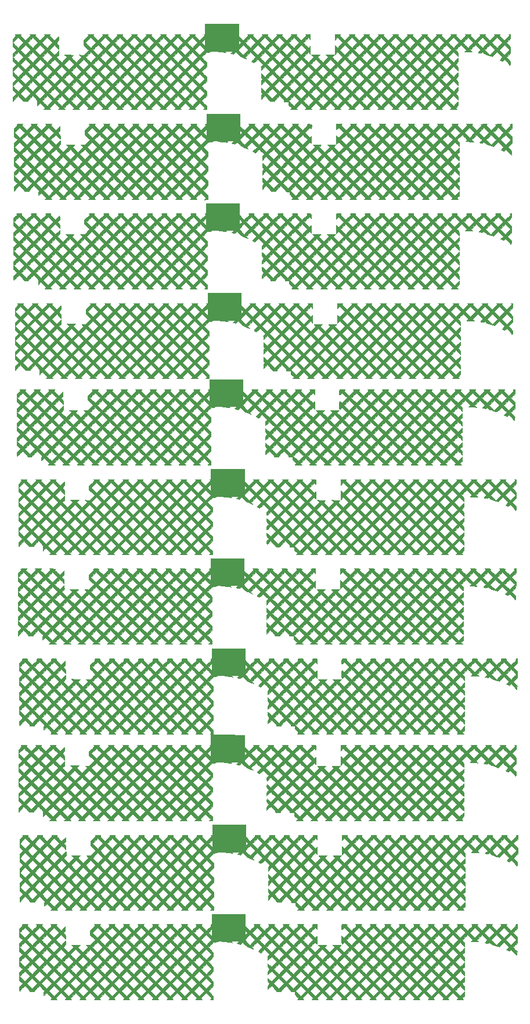
<source format=gbr>
G04 #@! TF.GenerationSoftware,KiCad,Pcbnew,(5.0.0-3-g0214c9d)*
G04 #@! TF.CreationDate,2018-10-20T18:01:30-06:00*
G04 #@! TF.ProjectId,noname,6E6F6E616D652E6B696361645F706362,rev?*
G04 #@! TF.SameCoordinates,Original*
G04 #@! TF.FileFunction,Copper,L1,Top,Signal*
G04 #@! TF.FilePolarity,Positive*
%FSLAX46Y46*%
G04 Gerber Fmt 4.6, Leading zero omitted, Abs format (unit mm)*
G04 Created by KiCad (PCBNEW (5.0.0-3-g0214c9d)) date Saturday, October 20, 2018 at 06:01:30 PM*
%MOMM*%
%LPD*%
G01*
G04 APERTURE LIST*
G04 #@! TA.AperFunction,EtchedComponent*
%ADD10C,0.010000*%
G04 #@! TD*
G04 APERTURE END LIST*
D10*
G04 #@! TO.C,G\002A\002A\002A*
G36*
X383488152Y287296584D02*
X383489162Y287043979D01*
X383489159Y286813137D01*
X383488215Y286620586D01*
X383486402Y286482851D01*
X383484356Y286422984D01*
X383491038Y286354970D01*
X383527175Y286279403D01*
X383602865Y286181748D01*
X383728201Y286047469D01*
X383785728Y285989067D01*
X383918487Y285859479D01*
X384031941Y285756231D01*
X384111578Y285692106D01*
X384139708Y285677334D01*
X384185274Y285705783D01*
X384276425Y285783213D01*
X384399880Y285897754D01*
X384540383Y286035542D01*
X384690413Y286187324D01*
X384788325Y286291728D01*
X384841908Y286361200D01*
X384858955Y286408186D01*
X384847257Y286445134D01*
X384818637Y286480042D01*
X384740544Y286566334D01*
X385655788Y286566334D01*
X385577695Y286480042D01*
X385546810Y286441495D01*
X385537665Y286404098D01*
X385558053Y286355403D01*
X385615765Y286282965D01*
X385718593Y286174335D01*
X385855950Y286035542D01*
X385998250Y285896027D01*
X386121332Y285781907D01*
X386211920Y285705054D01*
X386256499Y285677334D01*
X386302015Y285705781D01*
X386393124Y285783210D01*
X386516549Y285897746D01*
X386657049Y286035542D01*
X386807080Y286187324D01*
X386904991Y286291728D01*
X386958575Y286361200D01*
X386975622Y286408186D01*
X386963924Y286445134D01*
X386935304Y286480042D01*
X386857211Y286566334D01*
X387772455Y286566334D01*
X387694362Y286480042D01*
X387663476Y286441495D01*
X387654331Y286404098D01*
X387674719Y286355403D01*
X387732432Y286282965D01*
X387835260Y286174335D01*
X387972616Y286035542D01*
X388114917Y285896027D01*
X388237999Y285781907D01*
X388328586Y285705054D01*
X388373166Y285677334D01*
X388418682Y285705781D01*
X388509790Y285783210D01*
X388633216Y285897746D01*
X388773716Y286035542D01*
X388923747Y286187324D01*
X389021658Y286291728D01*
X389075241Y286361200D01*
X389092288Y286408186D01*
X389080591Y286445134D01*
X389051970Y286480042D01*
X388973877Y286566334D01*
X389889122Y286566334D01*
X389811029Y286480042D01*
X389780143Y286441495D01*
X389770998Y286404098D01*
X389791386Y286355403D01*
X389849098Y286282965D01*
X389951926Y286174335D01*
X390089283Y286035542D01*
X390231583Y285896027D01*
X390354665Y285781907D01*
X390445253Y285705054D01*
X390489833Y285677334D01*
X390535349Y285705781D01*
X390626457Y285783210D01*
X390749882Y285897746D01*
X390890383Y286035542D01*
X391040413Y286187324D01*
X391138325Y286291728D01*
X391191908Y286361200D01*
X391208955Y286408186D01*
X391197257Y286445134D01*
X391168637Y286480042D01*
X391090544Y286566334D01*
X392005788Y286566334D01*
X391927695Y286480042D01*
X391896810Y286441495D01*
X391887665Y286404098D01*
X391908053Y286355403D01*
X391965765Y286282965D01*
X392068593Y286174335D01*
X392205950Y286035542D01*
X392348250Y285896027D01*
X392471332Y285781907D01*
X392561920Y285705054D01*
X392606500Y285677334D01*
X392652015Y285705781D01*
X392743124Y285783210D01*
X392866549Y285897746D01*
X393007049Y286035542D01*
X393157080Y286187324D01*
X393254991Y286291728D01*
X393308575Y286361200D01*
X393325622Y286408186D01*
X393313924Y286445134D01*
X393285304Y286480042D01*
X393250575Y286521524D01*
X393247047Y286546983D01*
X393287788Y286560329D01*
X393385869Y286565475D01*
X393554359Y286566333D01*
X393573605Y286566334D01*
X393940000Y286566334D01*
X393940000Y285830058D01*
X393800977Y285964804D01*
X393661955Y286099550D01*
X393283303Y285719134D01*
X392904650Y285338719D01*
X393262640Y284978860D01*
X393404940Y284839068D01*
X393527610Y284724610D01*
X393617538Y284647313D01*
X393661582Y284619000D01*
X393716120Y284645961D01*
X393799759Y284712759D01*
X393821266Y284732754D01*
X393940000Y284846508D01*
X393940000Y283713392D01*
X393800977Y283848137D01*
X393661955Y283982883D01*
X393283303Y283602468D01*
X392904650Y283222053D01*
X393262640Y282862193D01*
X393405265Y282722337D01*
X393528675Y282607845D01*
X393619635Y282530563D01*
X393664833Y282502334D01*
X393710326Y282530783D01*
X393801440Y282608230D01*
X393924924Y282722819D01*
X394066466Y282861631D01*
X394423896Y283220928D01*
X394259315Y283389475D01*
X394094734Y283558021D01*
X395351599Y283558021D01*
X395187017Y283389475D01*
X395022436Y283220928D01*
X395379866Y282861631D01*
X395522381Y282721890D01*
X395645679Y282607526D01*
X395736512Y282530389D01*
X395781499Y282502334D01*
X395826993Y282530783D01*
X395918106Y282608230D01*
X396041591Y282722819D01*
X396183133Y282861631D01*
X396540563Y283220928D01*
X396375982Y283389475D01*
X396211400Y283558021D01*
X397468265Y283558021D01*
X397303684Y283389475D01*
X397139103Y283220928D01*
X397496533Y282861631D01*
X397639047Y282721890D01*
X397762346Y282607526D01*
X397853179Y282530389D01*
X397898166Y282502334D01*
X397943648Y282530784D01*
X398034764Y282608240D01*
X398158279Y282722857D01*
X398300359Y282862193D01*
X398658349Y283222053D01*
X398657754Y283222651D01*
X399254055Y283222651D01*
X399612343Y282862492D01*
X399755026Y282722574D01*
X399878496Y282608016D01*
X399969523Y282530656D01*
X400014833Y282502334D01*
X400060314Y282530784D01*
X400151431Y282608240D01*
X400274945Y282722857D01*
X400417025Y282862193D01*
X400775016Y283222053D01*
X400774421Y283222651D01*
X401370722Y283222651D01*
X401729009Y282862492D01*
X401871693Y282722574D01*
X401995163Y282608016D01*
X402086189Y282530656D01*
X402131500Y282502334D01*
X402176981Y282530784D01*
X402268098Y282608240D01*
X402391612Y282722857D01*
X402533692Y282862193D01*
X402891682Y283222053D01*
X402891087Y283222651D01*
X403487389Y283222651D01*
X403845676Y282862492D01*
X403988360Y282722574D01*
X404111829Y282608016D01*
X404202856Y282530656D01*
X404248166Y282502334D01*
X404293648Y282530784D01*
X404384764Y282608240D01*
X404508279Y282722857D01*
X404650359Y282862193D01*
X405008349Y283222053D01*
X405007754Y283222651D01*
X405604055Y283222651D01*
X405962343Y282862492D01*
X406105026Y282722574D01*
X406228496Y282608016D01*
X406319523Y282530656D01*
X406364833Y282502334D01*
X406410314Y282530784D01*
X406501431Y282608240D01*
X406624945Y282722857D01*
X406767025Y282862193D01*
X407125016Y283222053D01*
X407124421Y283222651D01*
X407720722Y283222651D01*
X408079009Y282862492D01*
X408221693Y282722574D01*
X408345163Y282608016D01*
X408436189Y282530656D01*
X408481500Y282502334D01*
X408526981Y282530784D01*
X408618098Y282608240D01*
X408741612Y282722857D01*
X408883692Y282862193D01*
X409241682Y283222053D01*
X409241087Y283222651D01*
X409837389Y283222651D01*
X410195676Y282862492D01*
X410338360Y282722574D01*
X410461829Y282608016D01*
X410552856Y282530656D01*
X410598166Y282502334D01*
X410643648Y282530784D01*
X410734764Y282608240D01*
X410858279Y282722857D01*
X411000359Y282862193D01*
X411358349Y283222053D01*
X411357754Y283222651D01*
X411954055Y283222651D01*
X412312343Y282862492D01*
X412455026Y282722574D01*
X412578496Y282608016D01*
X412669523Y282530656D01*
X412714833Y282502334D01*
X412760314Y282530784D01*
X412851431Y282608240D01*
X412974945Y282722857D01*
X413117025Y282862193D01*
X413475016Y283222053D01*
X413095509Y283603326D01*
X412716003Y283984598D01*
X412335029Y283603625D01*
X411954055Y283222651D01*
X411357754Y283222651D01*
X410978843Y283603326D01*
X410599336Y283984598D01*
X410218362Y283603625D01*
X409837389Y283222651D01*
X409241087Y283222651D01*
X408862176Y283603326D01*
X408482670Y283984598D01*
X408101696Y283603625D01*
X407720722Y283222651D01*
X407124421Y283222651D01*
X406745509Y283603326D01*
X406366003Y283984598D01*
X405985029Y283603625D01*
X405604055Y283222651D01*
X405007754Y283222651D01*
X404628843Y283603326D01*
X404249336Y283984598D01*
X403868362Y283603625D01*
X403487389Y283222651D01*
X402891087Y283222651D01*
X402512176Y283603326D01*
X402132670Y283984598D01*
X401751696Y283603625D01*
X401370722Y283222651D01*
X400774421Y283222651D01*
X400395509Y283603326D01*
X400016003Y283984598D01*
X399635029Y283603625D01*
X399254055Y283222651D01*
X398657754Y283222651D01*
X398279496Y283602669D01*
X397900643Y283983286D01*
X397721808Y283807772D01*
X397542972Y283632259D01*
X397543463Y284279644D01*
X397543464Y284280984D01*
X398195722Y284280984D01*
X398554009Y283920826D01*
X398696693Y283780907D01*
X398820163Y283666349D01*
X398911189Y283588989D01*
X398956500Y283560667D01*
X399001981Y283589118D01*
X399093098Y283666573D01*
X399216612Y283781190D01*
X399358692Y283920527D01*
X399716682Y284280386D01*
X399716087Y284280984D01*
X400312389Y284280984D01*
X400670676Y283920826D01*
X400813360Y283780907D01*
X400936829Y283666349D01*
X401027856Y283588989D01*
X401073166Y283560667D01*
X401118648Y283589118D01*
X401209764Y283666573D01*
X401333279Y283781190D01*
X401475359Y283920527D01*
X401833349Y284280386D01*
X401832754Y284280984D01*
X402429055Y284280984D01*
X402787343Y283920826D01*
X402930026Y283780907D01*
X403053496Y283666349D01*
X403144523Y283588989D01*
X403189833Y283560667D01*
X403235314Y283589118D01*
X403326431Y283666573D01*
X403449945Y283781190D01*
X403592025Y283920527D01*
X403950016Y284280386D01*
X403949421Y284280984D01*
X404545722Y284280984D01*
X404904009Y283920826D01*
X405046693Y283780907D01*
X405170163Y283666349D01*
X405261189Y283588989D01*
X405306500Y283560667D01*
X405351981Y283589118D01*
X405443098Y283666573D01*
X405566612Y283781190D01*
X405708692Y283920527D01*
X406066682Y284280386D01*
X406066087Y284280984D01*
X406662389Y284280984D01*
X407020676Y283920826D01*
X407163360Y283780907D01*
X407286829Y283666349D01*
X407377856Y283588989D01*
X407423166Y283560667D01*
X407468648Y283589118D01*
X407559764Y283666573D01*
X407683279Y283781190D01*
X407825359Y283920527D01*
X408183349Y284280386D01*
X408182754Y284280984D01*
X408779055Y284280984D01*
X409137343Y283920826D01*
X409280026Y283780907D01*
X409403496Y283666349D01*
X409494523Y283588989D01*
X409539833Y283560667D01*
X409585314Y283589118D01*
X409676431Y283666573D01*
X409799945Y283781190D01*
X409942025Y283920527D01*
X410300016Y284280386D01*
X410299421Y284280984D01*
X410895722Y284280984D01*
X411254009Y283920826D01*
X411396693Y283780907D01*
X411520163Y283666349D01*
X411611189Y283588989D01*
X411656500Y283560667D01*
X411701981Y283589118D01*
X411793098Y283666573D01*
X411916612Y283781190D01*
X412058692Y283920527D01*
X412416682Y284280386D01*
X412416087Y284280984D01*
X413012389Y284280984D01*
X413370676Y283920826D01*
X413513360Y283780907D01*
X413636829Y283666349D01*
X413727856Y283588989D01*
X413773166Y283560667D01*
X413818648Y283589118D01*
X413909764Y283666573D01*
X414033279Y283781190D01*
X414175359Y283920527D01*
X414533349Y284280386D01*
X414153843Y284661659D01*
X413774336Y285042932D01*
X413393362Y284661958D01*
X413012389Y284280984D01*
X412416087Y284280984D01*
X411657670Y285042932D01*
X410895722Y284280984D01*
X410299421Y284280984D01*
X409920509Y284661659D01*
X409541003Y285042932D01*
X408779055Y284280984D01*
X408182754Y284280984D01*
X407803843Y284661659D01*
X407424336Y285042932D01*
X407043362Y284661958D01*
X406662389Y284280984D01*
X406066087Y284280984D01*
X405307670Y285042932D01*
X404545722Y284280984D01*
X403949421Y284280984D01*
X403570509Y284661659D01*
X403191003Y285042932D01*
X402429055Y284280984D01*
X401832754Y284280984D01*
X401453843Y284661659D01*
X401074336Y285042932D01*
X400693362Y284661958D01*
X400312389Y284280984D01*
X399716087Y284280984D01*
X398957670Y285042932D01*
X398195722Y284280984D01*
X397543464Y284280984D01*
X397543953Y284927029D01*
X397701678Y284773015D01*
X397798671Y284685523D01*
X397874737Y284629723D01*
X397900886Y284619000D01*
X397945281Y284647428D01*
X398035470Y284724824D01*
X398158322Y284839361D01*
X398300359Y284978860D01*
X398658349Y285338719D01*
X398657754Y285339317D01*
X399254055Y285339317D01*
X399612343Y284979159D01*
X399755026Y284839240D01*
X399878496Y284724682D01*
X399969523Y284647323D01*
X400014833Y284619000D01*
X400060314Y284647451D01*
X400151431Y284724906D01*
X400274945Y284839523D01*
X400417025Y284978860D01*
X400775016Y285338719D01*
X400774421Y285339317D01*
X401370722Y285339317D01*
X401729009Y284979159D01*
X401871693Y284839240D01*
X401995163Y284724682D01*
X402086189Y284647323D01*
X402131500Y284619000D01*
X402176981Y284647451D01*
X402268098Y284724906D01*
X402391612Y284839523D01*
X402533692Y284978860D01*
X402891682Y285338719D01*
X402891087Y285339317D01*
X403487389Y285339317D01*
X403845676Y284979159D01*
X403988360Y284839240D01*
X404111829Y284724682D01*
X404202856Y284647323D01*
X404248166Y284619000D01*
X404293648Y284647451D01*
X404384764Y284724906D01*
X404508279Y284839523D01*
X404650359Y284978860D01*
X405008349Y285338719D01*
X405007754Y285339317D01*
X405604055Y285339317D01*
X405962343Y284979159D01*
X406105026Y284839240D01*
X406228496Y284724682D01*
X406319523Y284647323D01*
X406364833Y284619000D01*
X406410314Y284647451D01*
X406501431Y284724906D01*
X406624945Y284839523D01*
X406767025Y284978860D01*
X407125016Y285338719D01*
X407124421Y285339317D01*
X407720722Y285339317D01*
X408079009Y284979159D01*
X408221693Y284839240D01*
X408345163Y284724682D01*
X408436189Y284647323D01*
X408481500Y284619000D01*
X408526981Y284647451D01*
X408618098Y284724906D01*
X408741612Y284839523D01*
X408883692Y284978860D01*
X409241682Y285338719D01*
X409241087Y285339317D01*
X409837389Y285339317D01*
X410195676Y284979159D01*
X410338360Y284839240D01*
X410461829Y284724682D01*
X410552856Y284647323D01*
X410598166Y284619000D01*
X410643648Y284647451D01*
X410734764Y284724906D01*
X410858279Y284839523D01*
X411000359Y284978860D01*
X411358349Y285338719D01*
X411357754Y285339317D01*
X411954055Y285339317D01*
X412312343Y284979159D01*
X412455026Y284839240D01*
X412578496Y284724682D01*
X412669523Y284647323D01*
X412714833Y284619000D01*
X412760314Y284647451D01*
X412851431Y284724906D01*
X412974945Y284839523D01*
X413117025Y284978860D01*
X413475016Y285338719D01*
X413474421Y285339317D01*
X414070722Y285339317D01*
X414429009Y284979159D01*
X414571693Y284839240D01*
X414695163Y284724682D01*
X414786189Y284647323D01*
X414831500Y284619000D01*
X414876981Y284647451D01*
X414968098Y284724906D01*
X415091612Y284839523D01*
X415233692Y284978860D01*
X415591682Y285338719D01*
X415591087Y285339317D01*
X416187389Y285339317D01*
X416545676Y284979159D01*
X416688360Y284839240D01*
X416811829Y284724682D01*
X416902856Y284647323D01*
X416948166Y284619000D01*
X416993648Y284647451D01*
X417084764Y284724906D01*
X417208279Y284839523D01*
X417350359Y284978860D01*
X417708349Y285338719D01*
X417707754Y285339317D01*
X418304055Y285339317D01*
X418662343Y284979159D01*
X418805026Y284839240D01*
X418928496Y284724682D01*
X419019523Y284647323D01*
X419064833Y284619000D01*
X419110314Y284647451D01*
X419201431Y284724906D01*
X419324945Y284839523D01*
X419467025Y284978860D01*
X419825016Y285338719D01*
X419824421Y285339317D01*
X420420722Y285339317D01*
X420779009Y284979159D01*
X420921693Y284839240D01*
X421045163Y284724682D01*
X421136189Y284647323D01*
X421181500Y284619000D01*
X421226981Y284647451D01*
X421318098Y284724906D01*
X421441612Y284839523D01*
X421583692Y284978860D01*
X421941682Y285338719D01*
X421182670Y286101265D01*
X420420722Y285339317D01*
X419824421Y285339317D01*
X419445509Y285719992D01*
X419066003Y286101265D01*
X418304055Y285339317D01*
X417707754Y285339317D01*
X417328843Y285719992D01*
X416949336Y286101265D01*
X416568362Y285720291D01*
X416187389Y285339317D01*
X415591087Y285339317D01*
X414832670Y286101265D01*
X414070722Y285339317D01*
X413474421Y285339317D01*
X413095509Y285719992D01*
X412716003Y286101265D01*
X411954055Y285339317D01*
X411357754Y285339317D01*
X410978843Y285719992D01*
X410599336Y286101265D01*
X410218362Y285720291D01*
X409837389Y285339317D01*
X409241087Y285339317D01*
X408482670Y286101265D01*
X407720722Y285339317D01*
X407124421Y285339317D01*
X406745509Y285719992D01*
X406366003Y286101265D01*
X405604055Y285339317D01*
X405007754Y285339317D01*
X404628843Y285719992D01*
X404249336Y286101265D01*
X403868362Y285720291D01*
X403487389Y285339317D01*
X402891087Y285339317D01*
X402132670Y286101265D01*
X401370722Y285339317D01*
X400774421Y285339317D01*
X400395509Y285719992D01*
X400016003Y286101265D01*
X399254055Y285339317D01*
X398657754Y285339317D01*
X397900643Y286099953D01*
X397717015Y285920393D01*
X397533388Y285740834D01*
X397557324Y286566334D01*
X397956556Y286566334D01*
X398141519Y286565756D01*
X398254618Y286561731D01*
X398308655Y286550817D01*
X398316432Y286529575D01*
X398290752Y286494565D01*
X398277695Y286480042D01*
X398246810Y286441495D01*
X398237665Y286404098D01*
X398258053Y286355403D01*
X398315765Y286282965D01*
X398418593Y286174335D01*
X398555950Y286035542D01*
X398698250Y285896027D01*
X398821332Y285781907D01*
X398911920Y285705054D01*
X398956500Y285677334D01*
X399002015Y285705781D01*
X399093124Y285783210D01*
X399216549Y285897746D01*
X399357049Y286035542D01*
X399507080Y286187324D01*
X399604991Y286291728D01*
X399658575Y286361200D01*
X399675622Y286408186D01*
X399663924Y286445134D01*
X399635304Y286480042D01*
X399557211Y286566334D01*
X400472455Y286566334D01*
X400394362Y286480042D01*
X400363476Y286441495D01*
X400354331Y286404098D01*
X400374719Y286355403D01*
X400432432Y286282965D01*
X400535260Y286174335D01*
X400672616Y286035542D01*
X400814917Y285896027D01*
X400937999Y285781907D01*
X401028586Y285705054D01*
X401073166Y285677334D01*
X401118682Y285705781D01*
X401209790Y285783210D01*
X401333216Y285897746D01*
X401473716Y286035542D01*
X401623747Y286187324D01*
X401721658Y286291728D01*
X401775241Y286361200D01*
X401792288Y286408186D01*
X401780591Y286445134D01*
X401751970Y286480042D01*
X401673877Y286566334D01*
X402589122Y286566334D01*
X402511029Y286480042D01*
X402480143Y286441495D01*
X402470998Y286404098D01*
X402491386Y286355403D01*
X402549098Y286282965D01*
X402651926Y286174335D01*
X402789283Y286035542D01*
X402931583Y285896027D01*
X403054665Y285781907D01*
X403145253Y285705054D01*
X403189833Y285677334D01*
X403235349Y285705781D01*
X403326457Y285783210D01*
X403449882Y285897746D01*
X403590383Y286035542D01*
X403740413Y286187324D01*
X403838325Y286291728D01*
X403891908Y286361200D01*
X403908955Y286408186D01*
X403897257Y286445134D01*
X403868637Y286480042D01*
X403790544Y286566334D01*
X404705788Y286566334D01*
X404627695Y286480042D01*
X404596810Y286441495D01*
X404587665Y286404098D01*
X404608053Y286355403D01*
X404665765Y286282965D01*
X404768593Y286174335D01*
X404905950Y286035542D01*
X405048250Y285896027D01*
X405171332Y285781907D01*
X405261920Y285705054D01*
X405306500Y285677334D01*
X405352015Y285705781D01*
X405443124Y285783210D01*
X405566549Y285897746D01*
X405707049Y286035542D01*
X405857080Y286187324D01*
X405954991Y286291728D01*
X406008575Y286361200D01*
X406025622Y286408186D01*
X406013924Y286445134D01*
X405985304Y286480042D01*
X405907211Y286566334D01*
X406822455Y286566334D01*
X406744362Y286480042D01*
X406713476Y286441495D01*
X406704331Y286404098D01*
X406724719Y286355403D01*
X406782432Y286282965D01*
X406885260Y286174335D01*
X407022616Y286035542D01*
X407164917Y285896027D01*
X407287999Y285781907D01*
X407378586Y285705054D01*
X407423166Y285677334D01*
X407468682Y285705781D01*
X407559790Y285783210D01*
X407683216Y285897746D01*
X407823716Y286035542D01*
X407973747Y286187324D01*
X408071658Y286291728D01*
X408125241Y286361200D01*
X408142288Y286408186D01*
X408130591Y286445134D01*
X408101970Y286480042D01*
X408023877Y286566334D01*
X408939122Y286566334D01*
X408861029Y286480042D01*
X408830143Y286441495D01*
X408820998Y286404098D01*
X408841386Y286355403D01*
X408899098Y286282965D01*
X409001926Y286174335D01*
X409139283Y286035542D01*
X409281583Y285896027D01*
X409404665Y285781907D01*
X409495253Y285705054D01*
X409539833Y285677334D01*
X409585349Y285705781D01*
X409676457Y285783210D01*
X409799882Y285897746D01*
X409940383Y286035542D01*
X410090413Y286187324D01*
X410188325Y286291728D01*
X410241908Y286361200D01*
X410258955Y286408186D01*
X410247257Y286445134D01*
X410218637Y286480042D01*
X410140544Y286566334D01*
X411055788Y286566334D01*
X410977695Y286480042D01*
X410946810Y286441495D01*
X410937665Y286404098D01*
X410958053Y286355403D01*
X411015765Y286282965D01*
X411118593Y286174335D01*
X411255950Y286035542D01*
X411398250Y285896027D01*
X411521332Y285781907D01*
X411611920Y285705054D01*
X411656500Y285677334D01*
X411702015Y285705781D01*
X411793124Y285783210D01*
X411916549Y285897746D01*
X412057049Y286035542D01*
X412207080Y286187324D01*
X412304991Y286291728D01*
X412358575Y286361200D01*
X412375622Y286408186D01*
X412363924Y286445134D01*
X412335304Y286480042D01*
X412257211Y286566334D01*
X413172455Y286566334D01*
X413094362Y286480042D01*
X413063476Y286441495D01*
X413054331Y286404098D01*
X413074719Y286355403D01*
X413132432Y286282965D01*
X413235260Y286174335D01*
X413372616Y286035542D01*
X413514917Y285896027D01*
X413637999Y285781907D01*
X413728586Y285705054D01*
X413773166Y285677334D01*
X413818682Y285705781D01*
X413909790Y285783210D01*
X414033216Y285897746D01*
X414173716Y286035542D01*
X414323747Y286187324D01*
X414421658Y286291728D01*
X414475241Y286361200D01*
X414492288Y286408186D01*
X414480591Y286445134D01*
X414451970Y286480042D01*
X414373877Y286566334D01*
X415289122Y286566334D01*
X415211029Y286480042D01*
X415180143Y286441495D01*
X415170998Y286404098D01*
X415191386Y286355403D01*
X415249098Y286282965D01*
X415351926Y286174335D01*
X415489283Y286035542D01*
X415631583Y285896027D01*
X415754665Y285781907D01*
X415845253Y285705054D01*
X415889833Y285677334D01*
X415935349Y285705781D01*
X416026457Y285783210D01*
X416149882Y285897746D01*
X416290383Y286035542D01*
X416440413Y286187324D01*
X416538325Y286291728D01*
X416591908Y286361200D01*
X416608955Y286408186D01*
X416597257Y286445134D01*
X416568637Y286480042D01*
X416490544Y286566334D01*
X417405788Y286566334D01*
X417327695Y286480042D01*
X417296810Y286441495D01*
X417287665Y286404098D01*
X417308053Y286355403D01*
X417365765Y286282965D01*
X417468593Y286174335D01*
X417605950Y286035542D01*
X417748250Y285896027D01*
X417871332Y285781907D01*
X417961920Y285705054D01*
X418006500Y285677334D01*
X418052015Y285705781D01*
X418143124Y285783210D01*
X418266549Y285897746D01*
X418407049Y286035542D01*
X418557080Y286187324D01*
X418654991Y286291728D01*
X418708575Y286361200D01*
X418725622Y286408186D01*
X418713924Y286445134D01*
X418685304Y286480042D01*
X418607211Y286566334D01*
X419522455Y286566334D01*
X419444362Y286480042D01*
X419413476Y286441495D01*
X419404331Y286404098D01*
X419424719Y286355403D01*
X419482432Y286282965D01*
X419585260Y286174335D01*
X419722616Y286035542D01*
X419864917Y285896027D01*
X419987999Y285781907D01*
X420078586Y285705054D01*
X420123166Y285677334D01*
X420168682Y285705781D01*
X420259790Y285783210D01*
X420383216Y285897746D01*
X420523716Y286035542D01*
X420673747Y286187324D01*
X420771658Y286291728D01*
X420825241Y286361200D01*
X420842288Y286408186D01*
X420830591Y286445134D01*
X420801970Y286480042D01*
X420723877Y286566334D01*
X421639122Y286566334D01*
X421561029Y286480042D01*
X421530143Y286441495D01*
X421520998Y286404098D01*
X421541386Y286355403D01*
X421599098Y286282965D01*
X421701926Y286174335D01*
X421839283Y286035542D01*
X421981583Y285896027D01*
X422104665Y285781907D01*
X422195253Y285705054D01*
X422239833Y285677334D01*
X422285349Y285705781D01*
X422376457Y285783210D01*
X422499882Y285897746D01*
X422640383Y286035542D01*
X422790413Y286187324D01*
X422888325Y286291728D01*
X422941908Y286361200D01*
X422958955Y286408186D01*
X422947257Y286445134D01*
X422918637Y286480042D01*
X422871896Y286536884D01*
X422881149Y286560911D01*
X422958950Y286566259D01*
X422995272Y286566334D01*
X423150000Y286566334D01*
X423150000Y285954492D01*
X422844142Y285646579D01*
X422538285Y285338667D01*
X422844142Y285030755D01*
X423150000Y284722843D01*
X423150000Y283837825D01*
X422844142Y283529913D01*
X422538285Y283222000D01*
X422836109Y282915084D01*
X423133934Y282608167D01*
X423117040Y282343584D01*
X423100686Y282185947D01*
X423074749Y282101559D01*
X423040406Y282079000D01*
X422986616Y282108489D01*
X422980666Y282131080D01*
X422952271Y282179588D01*
X422874847Y282273806D01*
X422760043Y282400388D01*
X422619502Y282545992D01*
X422611688Y282553854D01*
X422242711Y282924550D01*
X422109774Y282795702D01*
X421976837Y282666855D01*
X421779889Y282762539D01*
X421582941Y282858224D01*
X421761891Y283040561D01*
X421940841Y283222897D01*
X421562054Y283603448D01*
X421183266Y283983999D01*
X420843716Y283647488D01*
X420504166Y283310978D01*
X419932666Y283502127D01*
X419681492Y283589287D01*
X419496633Y283661944D01*
X419362576Y283727344D01*
X419263812Y283792736D01*
X419210027Y283839798D01*
X419058888Y283986320D01*
X418978170Y283897128D01*
X418911558Y283841566D01*
X418829051Y283824518D01*
X418711147Y283835873D01*
X418549273Y283863230D01*
X418465095Y283893129D01*
X418452289Y283938561D01*
X418504533Y284012519D01*
X418584374Y284096329D01*
X418765598Y284280984D01*
X419362389Y284280984D01*
X419720676Y283920826D01*
X419863360Y283780907D01*
X419986829Y283666349D01*
X420077856Y283588989D01*
X420123166Y283560667D01*
X420168648Y283589118D01*
X420259764Y283666573D01*
X420383279Y283781190D01*
X420525359Y283920527D01*
X420883349Y284280386D01*
X420882754Y284280984D01*
X421479055Y284280984D01*
X421837343Y283920826D01*
X421980026Y283780907D01*
X422103496Y283666349D01*
X422194523Y283588989D01*
X422239833Y283560667D01*
X422285314Y283589118D01*
X422376431Y283666573D01*
X422499945Y283781190D01*
X422642025Y283920527D01*
X423000016Y284280386D01*
X422620509Y284661659D01*
X422241003Y285042932D01*
X421479055Y284280984D01*
X420882754Y284280984D01*
X420503843Y284661659D01*
X420124336Y285042932D01*
X419743362Y284661958D01*
X419362389Y284280984D01*
X418765598Y284280984D01*
X418766430Y284281831D01*
X418005329Y285042932D01*
X417626704Y284662544D01*
X417248079Y284282157D01*
X417370626Y284154245D01*
X417493173Y284026334D01*
X416403159Y284026334D01*
X416648833Y284282762D01*
X415888663Y285042932D01*
X415509577Y284662081D01*
X415130491Y284281231D01*
X415309079Y284099263D01*
X415403101Y283999483D01*
X415456506Y283920542D01*
X415480775Y283831858D01*
X415487390Y283702846D01*
X415487666Y283623558D01*
X415487666Y283329820D01*
X415158673Y283656883D01*
X414829681Y283983947D01*
X414071317Y283222053D01*
X414429307Y282862193D01*
X414571739Y282722375D01*
X414694709Y282607904D01*
X414785056Y282530612D01*
X414829569Y282502334D01*
X414875595Y282530502D01*
X414966143Y282606495D01*
X415086597Y282717550D01*
X415179754Y282808191D01*
X415487666Y283114048D01*
X415487666Y282820377D01*
X415485239Y282663263D01*
X415470319Y282560238D01*
X415431442Y282480730D01*
X415357150Y282394169D01*
X415309519Y282345186D01*
X415131371Y282163667D01*
X415309519Y281982148D01*
X415403318Y281882576D01*
X415456592Y281803706D01*
X415480798Y281714976D01*
X415487392Y281585820D01*
X415487666Y281506891D01*
X415487666Y281213153D01*
X415158673Y281540217D01*
X414829681Y281867280D01*
X414071317Y281105386D01*
X414429307Y280745527D01*
X414571739Y280605708D01*
X414694709Y280491237D01*
X414785056Y280413946D01*
X414829569Y280385667D01*
X414875595Y280413835D01*
X414966143Y280489829D01*
X415086597Y280600883D01*
X415179754Y280691524D01*
X415487666Y280997382D01*
X415487666Y280703710D01*
X415485239Y280546596D01*
X415470319Y280443571D01*
X415431442Y280364064D01*
X415357150Y280277502D01*
X415309519Y280228520D01*
X415131371Y280047000D01*
X415309519Y279865481D01*
X415403318Y279765909D01*
X415456592Y279687039D01*
X415480798Y279598309D01*
X415487392Y279469154D01*
X415487666Y279390225D01*
X415487666Y279096487D01*
X415158673Y279423550D01*
X414829681Y279750613D01*
X414071317Y278988719D01*
X414429307Y278628860D01*
X414571739Y278489042D01*
X414694709Y278374570D01*
X414785056Y278297279D01*
X414829569Y278269000D01*
X414875595Y278297168D01*
X414966143Y278373162D01*
X415086597Y278484216D01*
X415179754Y278574858D01*
X415487666Y278880715D01*
X415487666Y278587043D01*
X415485239Y278429929D01*
X415470319Y278326904D01*
X415431442Y278247397D01*
X415357150Y278160836D01*
X415309519Y278111853D01*
X415131371Y277930334D01*
X415309519Y277748815D01*
X415403318Y277649242D01*
X415456592Y277570373D01*
X415480798Y277481642D01*
X415487392Y277352487D01*
X415487666Y277273558D01*
X415487666Y276979820D01*
X415158673Y277306883D01*
X414829681Y277633947D01*
X414071317Y276872053D01*
X414429307Y276512193D01*
X414571739Y276372375D01*
X414694709Y276257904D01*
X414785056Y276180612D01*
X414829569Y276152334D01*
X414875595Y276180502D01*
X414966143Y276256495D01*
X415086597Y276367550D01*
X415179754Y276458191D01*
X415487666Y276764048D01*
X415487666Y276470377D01*
X415485230Y276313228D01*
X415470308Y276210199D01*
X415431479Y276130751D01*
X415357325Y276044343D01*
X415310252Y275995933D01*
X415132837Y275815161D01*
X415333091Y275602001D01*
X414831500Y275602000D01*
X414329908Y275602000D01*
X414430746Y275709338D01*
X414531585Y275816676D01*
X414151791Y276196471D01*
X413771996Y276576265D01*
X413015320Y275816067D01*
X413115872Y275709034D01*
X413216425Y275602000D01*
X412213241Y275602000D01*
X412314080Y275709338D01*
X412414918Y275816676D01*
X412035124Y276196471D01*
X411655329Y276576265D01*
X410898653Y275816067D01*
X410999206Y275709034D01*
X411099758Y275602001D01*
X410598166Y275602000D01*
X410096574Y275602000D01*
X410298252Y275816676D01*
X409538663Y276576265D01*
X408781987Y275816067D01*
X408983091Y275602001D01*
X408481499Y275602000D01*
X407979908Y275602000D01*
X408080746Y275709338D01*
X408181585Y275816676D01*
X407801791Y276196471D01*
X407421996Y276576265D01*
X406665320Y275816067D01*
X406765872Y275709034D01*
X406866425Y275602000D01*
X405863241Y275602000D01*
X405964080Y275709338D01*
X406064918Y275816676D01*
X405685124Y276196471D01*
X405305329Y276576265D01*
X404548653Y275816067D01*
X404649206Y275709034D01*
X404749758Y275602001D01*
X404248166Y275602000D01*
X403746574Y275602000D01*
X403948252Y275816676D01*
X403188663Y276576265D01*
X402431987Y275816067D01*
X402532539Y275709034D01*
X402633091Y275602000D01*
X401629908Y275602000D01*
X401730746Y275709338D01*
X401831585Y275816676D01*
X401451791Y276196471D01*
X401071996Y276576265D01*
X400315320Y275816067D01*
X400415872Y275709034D01*
X400516425Y275602001D01*
X400014833Y275602001D01*
X399513241Y275602000D01*
X399614080Y275709338D01*
X399714918Y275816676D01*
X399335124Y276196471D01*
X398955329Y276576265D01*
X398198653Y275816067D01*
X398299206Y275709034D01*
X398399758Y275602000D01*
X397396574Y275602000D01*
X397598252Y275816676D01*
X396838663Y276576265D01*
X396081987Y275816067D01*
X396283091Y275602001D01*
X395781500Y275602000D01*
X395279908Y275602000D01*
X395380746Y275709338D01*
X395481585Y275816676D01*
X395101791Y276196471D01*
X394721996Y276576265D01*
X393965320Y275816067D01*
X394065872Y275709034D01*
X394166425Y275602000D01*
X393163241Y275602000D01*
X393264080Y275709338D01*
X393364918Y275816676D01*
X392985124Y276196471D01*
X392605329Y276576265D01*
X391848653Y275816067D01*
X391949206Y275709034D01*
X392049758Y275602001D01*
X391548166Y275602000D01*
X391046574Y275602000D01*
X391146915Y275708808D01*
X391247255Y275815615D01*
X391006127Y276059285D01*
X390886057Y276183744D01*
X390814334Y276273179D01*
X390778541Y276351521D01*
X390766259Y276442705D01*
X390765000Y276523978D01*
X390765000Y276745000D01*
X390421149Y276745000D01*
X390252989Y276746617D01*
X390155887Y276753531D01*
X390116261Y276768844D01*
X390120530Y276795653D01*
X390132053Y276810975D01*
X390147595Y276846127D01*
X390140410Y276872651D01*
X390787389Y276872651D01*
X391145676Y276512492D01*
X391288360Y276372574D01*
X391411829Y276258016D01*
X391502856Y276180656D01*
X391548166Y276152334D01*
X391593648Y276180784D01*
X391684764Y276258240D01*
X391808279Y276372857D01*
X391950359Y276512193D01*
X392308349Y276872053D01*
X392307754Y276872651D01*
X392904055Y276872651D01*
X393262343Y276512492D01*
X393405026Y276372574D01*
X393528496Y276258016D01*
X393619523Y276180656D01*
X393664833Y276152334D01*
X393710314Y276180784D01*
X393801431Y276258240D01*
X393924945Y276372857D01*
X394067025Y276512193D01*
X394425016Y276872053D01*
X394424421Y276872651D01*
X395020722Y276872651D01*
X395379009Y276512492D01*
X395521693Y276372574D01*
X395645163Y276258016D01*
X395736189Y276180656D01*
X395781500Y276152334D01*
X395826981Y276180784D01*
X395918098Y276258240D01*
X396041612Y276372857D01*
X396183692Y276512193D01*
X396541682Y276872053D01*
X396541087Y276872651D01*
X397137389Y276872651D01*
X397495676Y276512492D01*
X397638360Y276372574D01*
X397761829Y276258016D01*
X397852856Y276180656D01*
X397898166Y276152334D01*
X397943648Y276180784D01*
X398034764Y276258240D01*
X398158279Y276372857D01*
X398300359Y276512193D01*
X398658349Y276872053D01*
X398657754Y276872651D01*
X399254055Y276872651D01*
X399612343Y276512492D01*
X399755026Y276372574D01*
X399878496Y276258016D01*
X399969523Y276180656D01*
X400014833Y276152334D01*
X400060314Y276180784D01*
X400151431Y276258240D01*
X400274945Y276372857D01*
X400417025Y276512193D01*
X400775016Y276872053D01*
X400774421Y276872651D01*
X401370722Y276872651D01*
X401729009Y276512492D01*
X401871693Y276372574D01*
X401995163Y276258016D01*
X402086189Y276180656D01*
X402131500Y276152334D01*
X402176981Y276180784D01*
X402268098Y276258240D01*
X402391612Y276372857D01*
X402533692Y276512193D01*
X402891682Y276872053D01*
X402891087Y276872651D01*
X403487389Y276872651D01*
X403845676Y276512492D01*
X403988360Y276372574D01*
X404111829Y276258016D01*
X404202856Y276180656D01*
X404248166Y276152334D01*
X404293648Y276180784D01*
X404384764Y276258240D01*
X404508279Y276372857D01*
X404650359Y276512193D01*
X405008349Y276872053D01*
X405007754Y276872651D01*
X405604055Y276872651D01*
X405962343Y276512492D01*
X406105026Y276372574D01*
X406228496Y276258016D01*
X406319523Y276180656D01*
X406364833Y276152334D01*
X406410314Y276180784D01*
X406501431Y276258240D01*
X406624945Y276372857D01*
X406767025Y276512193D01*
X407125016Y276872053D01*
X407124421Y276872651D01*
X407720722Y276872651D01*
X408079009Y276512492D01*
X408221693Y276372574D01*
X408345163Y276258016D01*
X408436189Y276180656D01*
X408481500Y276152334D01*
X408526981Y276180784D01*
X408618098Y276258240D01*
X408741612Y276372857D01*
X408883692Y276512193D01*
X409241682Y276872053D01*
X409241087Y276872651D01*
X409837389Y276872651D01*
X410195676Y276512492D01*
X410338360Y276372574D01*
X410461829Y276258016D01*
X410552856Y276180656D01*
X410598166Y276152334D01*
X410643648Y276180784D01*
X410734764Y276258240D01*
X410858279Y276372857D01*
X411000359Y276512193D01*
X411358349Y276872053D01*
X411357754Y276872651D01*
X411954055Y276872651D01*
X412312343Y276512492D01*
X412455026Y276372574D01*
X412578496Y276258016D01*
X412669523Y276180656D01*
X412714833Y276152334D01*
X412760314Y276180784D01*
X412851431Y276258240D01*
X412974945Y276372857D01*
X413117025Y276512193D01*
X413475016Y276872053D01*
X413095509Y277253326D01*
X412716003Y277634598D01*
X412335029Y277253625D01*
X411954055Y276872651D01*
X411357754Y276872651D01*
X410978843Y277253326D01*
X410599336Y277634598D01*
X410218362Y277253625D01*
X409837389Y276872651D01*
X409241087Y276872651D01*
X408862176Y277253326D01*
X408482670Y277634598D01*
X408101696Y277253625D01*
X407720722Y276872651D01*
X407124421Y276872651D01*
X406745509Y277253326D01*
X406366003Y277634598D01*
X405985029Y277253625D01*
X405604055Y276872651D01*
X405007754Y276872651D01*
X404628843Y277253326D01*
X404249336Y277634598D01*
X403868362Y277253625D01*
X403487389Y276872651D01*
X402891087Y276872651D01*
X402512176Y277253326D01*
X402132670Y277634598D01*
X401751696Y277253625D01*
X401370722Y276872651D01*
X400774421Y276872651D01*
X400395509Y277253326D01*
X400016003Y277634598D01*
X399635029Y277253625D01*
X399254055Y276872651D01*
X398657754Y276872651D01*
X398278843Y277253326D01*
X397899336Y277634598D01*
X397518362Y277253625D01*
X397137389Y276872651D01*
X396541087Y276872651D01*
X396162176Y277253326D01*
X395782670Y277634598D01*
X395401696Y277253625D01*
X395020722Y276872651D01*
X394424421Y276872651D01*
X394045509Y277253326D01*
X393666003Y277634598D01*
X393285029Y277253625D01*
X392904055Y276872651D01*
X392307754Y276872651D01*
X391928843Y277253326D01*
X391549336Y277634598D01*
X391168362Y277253625D01*
X390787389Y276872651D01*
X390140410Y276872651D01*
X390134751Y276893537D01*
X390085623Y276964106D01*
X389992316Y277068735D01*
X389846931Y277218325D01*
X389810014Y277255498D01*
X389433220Y277634046D01*
X389061359Y277263908D01*
X388920857Y277118447D01*
X388808085Y276990895D01*
X388733982Y276894429D01*
X388709487Y276842228D01*
X388709920Y276840552D01*
X388698609Y276813437D01*
X388632106Y276796726D01*
X388499425Y276788704D01*
X388369339Y276787334D01*
X388180946Y276791319D01*
X388071276Y276803802D01*
X388034733Y276825569D01*
X388037258Y276834131D01*
X388020312Y276881176D01*
X387951053Y276974775D01*
X387838841Y277103472D01*
X387693033Y277255812D01*
X387691517Y277257337D01*
X387316853Y277633745D01*
X387051259Y277370512D01*
X386785666Y277107280D01*
X386785666Y277400074D01*
X386789452Y277562568D01*
X386805915Y277668248D01*
X386842712Y277744815D01*
X386899420Y277811601D01*
X387013173Y277930334D01*
X387012551Y277930984D01*
X387612389Y277930984D01*
X387970676Y277570826D01*
X388113360Y277430907D01*
X388236829Y277316349D01*
X388327856Y277238989D01*
X388373166Y277210667D01*
X388418648Y277239118D01*
X388509764Y277316573D01*
X388633279Y277431190D01*
X388775359Y277570527D01*
X389133349Y277930386D01*
X389132754Y277930984D01*
X389729055Y277930984D01*
X390087343Y277570826D01*
X390230026Y277430907D01*
X390353496Y277316349D01*
X390444523Y277238989D01*
X390489833Y277210667D01*
X390535314Y277239118D01*
X390626431Y277316573D01*
X390749945Y277431190D01*
X390892025Y277570527D01*
X391250016Y277930386D01*
X391249421Y277930984D01*
X391845722Y277930984D01*
X392204009Y277570826D01*
X392346693Y277430907D01*
X392470163Y277316349D01*
X392561189Y277238989D01*
X392606500Y277210667D01*
X392651981Y277239118D01*
X392743098Y277316573D01*
X392866612Y277431190D01*
X393008692Y277570527D01*
X393366682Y277930386D01*
X393366087Y277930984D01*
X393962389Y277930984D01*
X394320676Y277570826D01*
X394463360Y277430907D01*
X394586829Y277316349D01*
X394677856Y277238989D01*
X394723166Y277210667D01*
X394768648Y277239118D01*
X394859764Y277316573D01*
X394983279Y277431190D01*
X395125359Y277570527D01*
X395483349Y277930386D01*
X395482754Y277930984D01*
X396079055Y277930984D01*
X396437343Y277570826D01*
X396580026Y277430907D01*
X396703496Y277316349D01*
X396794523Y277238989D01*
X396839833Y277210667D01*
X396885314Y277239118D01*
X396976431Y277316573D01*
X397099945Y277431190D01*
X397242025Y277570527D01*
X397600016Y277930386D01*
X397599421Y277930984D01*
X398195722Y277930984D01*
X398554009Y277570826D01*
X398696693Y277430907D01*
X398820163Y277316349D01*
X398911189Y277238989D01*
X398956500Y277210667D01*
X399001981Y277239118D01*
X399093098Y277316573D01*
X399216612Y277431190D01*
X399358692Y277570527D01*
X399716682Y277930386D01*
X399716087Y277930984D01*
X400312389Y277930984D01*
X400670676Y277570826D01*
X400813360Y277430907D01*
X400936829Y277316349D01*
X401027856Y277238989D01*
X401073166Y277210667D01*
X401118648Y277239118D01*
X401209764Y277316573D01*
X401333279Y277431190D01*
X401475359Y277570527D01*
X401833349Y277930386D01*
X401832754Y277930984D01*
X402429055Y277930984D01*
X402787343Y277570826D01*
X402930026Y277430907D01*
X403053496Y277316349D01*
X403144523Y277238989D01*
X403189833Y277210667D01*
X403235314Y277239118D01*
X403326431Y277316573D01*
X403449945Y277431190D01*
X403592025Y277570527D01*
X403950016Y277930386D01*
X403949421Y277930984D01*
X404545722Y277930984D01*
X404904009Y277570826D01*
X405046693Y277430907D01*
X405170163Y277316349D01*
X405261189Y277238989D01*
X405306500Y277210667D01*
X405351981Y277239118D01*
X405443098Y277316573D01*
X405566612Y277431190D01*
X405708692Y277570527D01*
X406066682Y277930386D01*
X406066087Y277930984D01*
X406662389Y277930984D01*
X407020676Y277570826D01*
X407163360Y277430907D01*
X407286829Y277316349D01*
X407377856Y277238989D01*
X407423166Y277210667D01*
X407468648Y277239118D01*
X407559764Y277316573D01*
X407683279Y277431190D01*
X407825359Y277570527D01*
X408183349Y277930386D01*
X408182754Y277930984D01*
X408779055Y277930984D01*
X409137343Y277570826D01*
X409280026Y277430907D01*
X409403496Y277316349D01*
X409494523Y277238989D01*
X409539833Y277210667D01*
X409585314Y277239118D01*
X409676431Y277316573D01*
X409799945Y277431190D01*
X409942025Y277570527D01*
X410300016Y277930386D01*
X410299421Y277930984D01*
X410895722Y277930984D01*
X411254009Y277570826D01*
X411396693Y277430907D01*
X411520163Y277316349D01*
X411611189Y277238989D01*
X411656500Y277210667D01*
X411701981Y277239118D01*
X411793098Y277316573D01*
X411916612Y277431190D01*
X412058692Y277570527D01*
X412416682Y277930386D01*
X412416087Y277930984D01*
X413012389Y277930984D01*
X413370676Y277570826D01*
X413513360Y277430907D01*
X413636829Y277316349D01*
X413727856Y277238989D01*
X413773166Y277210667D01*
X413818648Y277239118D01*
X413909764Y277316573D01*
X414033279Y277431190D01*
X414175359Y277570527D01*
X414533349Y277930386D01*
X414153843Y278311659D01*
X413774336Y278692932D01*
X413393362Y278311958D01*
X413012389Y277930984D01*
X412416087Y277930984D01*
X411657670Y278692932D01*
X410895722Y277930984D01*
X410299421Y277930984D01*
X409920509Y278311659D01*
X409541003Y278692932D01*
X408779055Y277930984D01*
X408182754Y277930984D01*
X407803843Y278311659D01*
X407424336Y278692932D01*
X407043362Y278311958D01*
X406662389Y277930984D01*
X406066087Y277930984D01*
X405307670Y278692932D01*
X404545722Y277930984D01*
X403949421Y277930984D01*
X403570509Y278311659D01*
X403191003Y278692932D01*
X402429055Y277930984D01*
X401832754Y277930984D01*
X401453843Y278311659D01*
X401074336Y278692932D01*
X400693362Y278311958D01*
X400312389Y277930984D01*
X399716087Y277930984D01*
X398957670Y278692932D01*
X398195722Y277930984D01*
X397599421Y277930984D01*
X397220509Y278311659D01*
X396841003Y278692932D01*
X396079055Y277930984D01*
X395482754Y277930984D01*
X395103843Y278311659D01*
X394724336Y278692932D01*
X394343362Y278311958D01*
X393962389Y277930984D01*
X393366087Y277930984D01*
X392607670Y278692932D01*
X391845722Y277930984D01*
X391249421Y277930984D01*
X390870509Y278311659D01*
X390491003Y278692932D01*
X389729055Y277930984D01*
X389132754Y277930984D01*
X388753843Y278311659D01*
X388374336Y278692932D01*
X387993362Y278311958D01*
X387612389Y277930984D01*
X387012551Y277930984D01*
X386899420Y278049067D01*
X386837814Y278123121D01*
X386803431Y278201404D01*
X386788611Y278311629D01*
X386785666Y278460492D01*
X386785666Y278753183D01*
X387030310Y278511092D01*
X387148949Y278398496D01*
X387247453Y278313784D01*
X387308781Y278271347D01*
X387316995Y278269000D01*
X387361613Y278297433D01*
X387451992Y278374841D01*
X387574980Y278489394D01*
X387717025Y278628860D01*
X388075016Y278988719D01*
X388074421Y278989317D01*
X388670722Y278989317D01*
X389029009Y278629159D01*
X389171693Y278489240D01*
X389295163Y278374682D01*
X389386189Y278297323D01*
X389431500Y278269000D01*
X389476981Y278297451D01*
X389568098Y278374906D01*
X389691612Y278489523D01*
X389833692Y278628860D01*
X390191682Y278988719D01*
X390191087Y278989317D01*
X390787389Y278989317D01*
X391145676Y278629159D01*
X391288360Y278489240D01*
X391411829Y278374682D01*
X391502856Y278297323D01*
X391548166Y278269000D01*
X391593648Y278297451D01*
X391684764Y278374906D01*
X391808279Y278489523D01*
X391950359Y278628860D01*
X392308349Y278988719D01*
X392307754Y278989317D01*
X392904055Y278989317D01*
X393262343Y278629159D01*
X393405026Y278489240D01*
X393528496Y278374682D01*
X393619523Y278297323D01*
X393664833Y278269000D01*
X393710314Y278297451D01*
X393801431Y278374906D01*
X393924945Y278489523D01*
X394067025Y278628860D01*
X394425016Y278988719D01*
X394424421Y278989317D01*
X395020722Y278989317D01*
X395379009Y278629159D01*
X395521693Y278489240D01*
X395645163Y278374682D01*
X395736189Y278297323D01*
X395781500Y278269000D01*
X395826981Y278297451D01*
X395918098Y278374906D01*
X396041612Y278489523D01*
X396183692Y278628860D01*
X396541682Y278988719D01*
X396541087Y278989317D01*
X397137389Y278989317D01*
X397495676Y278629159D01*
X397638360Y278489240D01*
X397761829Y278374682D01*
X397852856Y278297323D01*
X397898166Y278269000D01*
X397943648Y278297451D01*
X398034764Y278374906D01*
X398158279Y278489523D01*
X398300359Y278628860D01*
X398658349Y278988719D01*
X398657754Y278989317D01*
X399254055Y278989317D01*
X399612343Y278629159D01*
X399755026Y278489240D01*
X399878496Y278374682D01*
X399969523Y278297323D01*
X400014833Y278269000D01*
X400060314Y278297451D01*
X400151431Y278374906D01*
X400274945Y278489523D01*
X400417025Y278628860D01*
X400775016Y278988719D01*
X400774421Y278989317D01*
X401370722Y278989317D01*
X401729009Y278629159D01*
X401871693Y278489240D01*
X401995163Y278374682D01*
X402086189Y278297323D01*
X402131500Y278269000D01*
X402176981Y278297451D01*
X402268098Y278374906D01*
X402391612Y278489523D01*
X402533692Y278628860D01*
X402891682Y278988719D01*
X402891087Y278989317D01*
X403487389Y278989317D01*
X403845676Y278629159D01*
X403988360Y278489240D01*
X404111829Y278374682D01*
X404202856Y278297323D01*
X404248166Y278269000D01*
X404293648Y278297451D01*
X404384764Y278374906D01*
X404508279Y278489523D01*
X404650359Y278628860D01*
X405008349Y278988719D01*
X405007754Y278989317D01*
X405604055Y278989317D01*
X405962343Y278629159D01*
X406105026Y278489240D01*
X406228496Y278374682D01*
X406319523Y278297323D01*
X406364833Y278269000D01*
X406410314Y278297451D01*
X406501431Y278374906D01*
X406624945Y278489523D01*
X406767025Y278628860D01*
X407125016Y278988719D01*
X407124421Y278989317D01*
X407720722Y278989317D01*
X408079009Y278629159D01*
X408221693Y278489240D01*
X408345163Y278374682D01*
X408436189Y278297323D01*
X408481500Y278269000D01*
X408526981Y278297451D01*
X408618098Y278374906D01*
X408741612Y278489523D01*
X408883692Y278628860D01*
X409241682Y278988719D01*
X409241087Y278989317D01*
X409837389Y278989317D01*
X410195676Y278629159D01*
X410338360Y278489240D01*
X410461829Y278374682D01*
X410552856Y278297323D01*
X410598166Y278269000D01*
X410643648Y278297451D01*
X410734764Y278374906D01*
X410858279Y278489523D01*
X411000359Y278628860D01*
X411358349Y278988719D01*
X411357754Y278989317D01*
X411954055Y278989317D01*
X412312343Y278629159D01*
X412455026Y278489240D01*
X412578496Y278374682D01*
X412669523Y278297323D01*
X412714833Y278269000D01*
X412760314Y278297451D01*
X412851431Y278374906D01*
X412974945Y278489523D01*
X413117025Y278628860D01*
X413475016Y278988719D01*
X413095509Y279369992D01*
X412716003Y279751265D01*
X411954055Y278989317D01*
X411357754Y278989317D01*
X410978843Y279369992D01*
X410599336Y279751265D01*
X410218362Y279370291D01*
X409837389Y278989317D01*
X409241087Y278989317D01*
X408482670Y279751265D01*
X407720722Y278989317D01*
X407124421Y278989317D01*
X406745509Y279369992D01*
X406366003Y279751265D01*
X405604055Y278989317D01*
X405007754Y278989317D01*
X404628843Y279369992D01*
X404249336Y279751265D01*
X403868362Y279370291D01*
X403487389Y278989317D01*
X402891087Y278989317D01*
X402132670Y279751265D01*
X401370722Y278989317D01*
X400774421Y278989317D01*
X400395509Y279369992D01*
X400016003Y279751265D01*
X399254055Y278989317D01*
X398657754Y278989317D01*
X398278843Y279369992D01*
X397899336Y279751265D01*
X397518362Y279370291D01*
X397137389Y278989317D01*
X396541087Y278989317D01*
X395782670Y279751265D01*
X395020722Y278989317D01*
X394424421Y278989317D01*
X394045509Y279369992D01*
X393666003Y279751265D01*
X392904055Y278989317D01*
X392307754Y278989317D01*
X391928843Y279369992D01*
X391549336Y279751265D01*
X391168362Y279370291D01*
X390787389Y278989317D01*
X390191087Y278989317D01*
X389432670Y279751265D01*
X388670722Y278989317D01*
X388074421Y278989317D01*
X387695934Y279369565D01*
X387316853Y279750411D01*
X387051259Y279487179D01*
X386785666Y279223946D01*
X386785666Y279516740D01*
X386789452Y279679235D01*
X386805915Y279784915D01*
X386842712Y279861482D01*
X386899420Y279928267D01*
X387013173Y280047000D01*
X387012550Y280047651D01*
X387612389Y280047651D01*
X387970676Y279687492D01*
X388113360Y279547574D01*
X388236829Y279433016D01*
X388327856Y279355656D01*
X388373166Y279327334D01*
X388418648Y279355784D01*
X388509764Y279433240D01*
X388633279Y279547857D01*
X388775359Y279687193D01*
X389133349Y280047053D01*
X389132754Y280047651D01*
X389729055Y280047651D01*
X390087343Y279687492D01*
X390230026Y279547574D01*
X390353496Y279433016D01*
X390444523Y279355656D01*
X390489833Y279327334D01*
X390535314Y279355784D01*
X390626431Y279433240D01*
X390749945Y279547857D01*
X390892025Y279687193D01*
X391250016Y280047053D01*
X391249421Y280047651D01*
X391845722Y280047651D01*
X392204009Y279687492D01*
X392346693Y279547574D01*
X392470163Y279433016D01*
X392561189Y279355656D01*
X392606500Y279327334D01*
X392651981Y279355784D01*
X392743098Y279433240D01*
X392866612Y279547857D01*
X393008692Y279687193D01*
X393366682Y280047053D01*
X393366087Y280047651D01*
X393962389Y280047651D01*
X394320676Y279687492D01*
X394463360Y279547574D01*
X394586829Y279433016D01*
X394677856Y279355656D01*
X394723166Y279327334D01*
X394768648Y279355784D01*
X394859764Y279433240D01*
X394983279Y279547857D01*
X395125359Y279687193D01*
X395483349Y280047053D01*
X395482754Y280047651D01*
X396079055Y280047651D01*
X396437343Y279687492D01*
X396580026Y279547574D01*
X396703496Y279433016D01*
X396794523Y279355656D01*
X396839833Y279327334D01*
X396885314Y279355784D01*
X396976431Y279433240D01*
X397099945Y279547857D01*
X397242025Y279687193D01*
X397600016Y280047053D01*
X397599421Y280047651D01*
X398195722Y280047651D01*
X398554009Y279687492D01*
X398696693Y279547574D01*
X398820163Y279433016D01*
X398911189Y279355656D01*
X398956500Y279327334D01*
X399001981Y279355784D01*
X399093098Y279433240D01*
X399216612Y279547857D01*
X399358692Y279687193D01*
X399716682Y280047053D01*
X399716087Y280047651D01*
X400312389Y280047651D01*
X400670676Y279687492D01*
X400813360Y279547574D01*
X400936829Y279433016D01*
X401027856Y279355656D01*
X401073166Y279327334D01*
X401118648Y279355784D01*
X401209764Y279433240D01*
X401333279Y279547857D01*
X401475359Y279687193D01*
X401833349Y280047053D01*
X401832754Y280047651D01*
X402429055Y280047651D01*
X402787343Y279687492D01*
X402930026Y279547574D01*
X403053496Y279433016D01*
X403144523Y279355656D01*
X403189833Y279327334D01*
X403235314Y279355784D01*
X403326431Y279433240D01*
X403449945Y279547857D01*
X403592025Y279687193D01*
X403950016Y280047053D01*
X403949421Y280047651D01*
X404545722Y280047651D01*
X404904009Y279687492D01*
X405046693Y279547574D01*
X405170163Y279433016D01*
X405261189Y279355656D01*
X405306500Y279327334D01*
X405351981Y279355784D01*
X405443098Y279433240D01*
X405566612Y279547857D01*
X405708692Y279687193D01*
X406066682Y280047053D01*
X406066087Y280047651D01*
X406662389Y280047651D01*
X407020676Y279687492D01*
X407163360Y279547574D01*
X407286829Y279433016D01*
X407377856Y279355656D01*
X407423166Y279327334D01*
X407468648Y279355784D01*
X407559764Y279433240D01*
X407683279Y279547857D01*
X407825359Y279687193D01*
X408183349Y280047053D01*
X408182754Y280047651D01*
X408779055Y280047651D01*
X409137343Y279687492D01*
X409280026Y279547574D01*
X409403496Y279433016D01*
X409494523Y279355656D01*
X409539833Y279327334D01*
X409585314Y279355784D01*
X409676431Y279433240D01*
X409799945Y279547857D01*
X409942025Y279687193D01*
X410300016Y280047053D01*
X410299421Y280047651D01*
X410895722Y280047651D01*
X411254009Y279687492D01*
X411396693Y279547574D01*
X411520163Y279433016D01*
X411611189Y279355656D01*
X411656500Y279327334D01*
X411701981Y279355784D01*
X411793098Y279433240D01*
X411916612Y279547857D01*
X412058692Y279687193D01*
X412416682Y280047053D01*
X412416087Y280047651D01*
X413012389Y280047651D01*
X413370676Y279687492D01*
X413513360Y279547574D01*
X413636829Y279433016D01*
X413727856Y279355656D01*
X413773166Y279327334D01*
X413818648Y279355784D01*
X413909764Y279433240D01*
X414033279Y279547857D01*
X414175359Y279687193D01*
X414533349Y280047053D01*
X414153843Y280428326D01*
X413774336Y280809598D01*
X413393362Y280428625D01*
X413012389Y280047651D01*
X412416087Y280047651D01*
X412037176Y280428326D01*
X411657670Y280809598D01*
X411276696Y280428625D01*
X410895722Y280047651D01*
X410299421Y280047651D01*
X409920509Y280428326D01*
X409541003Y280809598D01*
X409160029Y280428625D01*
X408779055Y280047651D01*
X408182754Y280047651D01*
X407803843Y280428326D01*
X407424336Y280809598D01*
X407043362Y280428625D01*
X406662389Y280047651D01*
X406066087Y280047651D01*
X405687176Y280428326D01*
X405307670Y280809598D01*
X404926696Y280428625D01*
X404545722Y280047651D01*
X403949421Y280047651D01*
X403570509Y280428326D01*
X403191003Y280809598D01*
X402810029Y280428625D01*
X402429055Y280047651D01*
X401832754Y280047651D01*
X401453843Y280428326D01*
X401074336Y280809598D01*
X400693362Y280428625D01*
X400312389Y280047651D01*
X399716087Y280047651D01*
X399337176Y280428326D01*
X398957670Y280809598D01*
X398576696Y280428625D01*
X398195722Y280047651D01*
X397599421Y280047651D01*
X397220509Y280428326D01*
X396841003Y280809598D01*
X396460029Y280428625D01*
X396079055Y280047651D01*
X395482754Y280047651D01*
X395103843Y280428326D01*
X394724336Y280809598D01*
X394343362Y280428625D01*
X393962389Y280047651D01*
X393366087Y280047651D01*
X392987176Y280428326D01*
X392607670Y280809598D01*
X392226696Y280428625D01*
X391845722Y280047651D01*
X391249421Y280047651D01*
X390870509Y280428326D01*
X390491003Y280809598D01*
X390110029Y280428625D01*
X389729055Y280047651D01*
X389132754Y280047651D01*
X388753843Y280428326D01*
X388374336Y280809598D01*
X387993362Y280428625D01*
X387612389Y280047651D01*
X387012550Y280047651D01*
X386899420Y280165734D01*
X386837814Y280239788D01*
X386803431Y280318071D01*
X386788611Y280428296D01*
X386785666Y280577158D01*
X386785666Y280869850D01*
X387030310Y280627759D01*
X387148949Y280515163D01*
X387247453Y280430450D01*
X387308781Y280388014D01*
X387316995Y280385667D01*
X387361613Y280414099D01*
X387451992Y280491508D01*
X387574980Y280606061D01*
X387717025Y280745527D01*
X388075016Y281105386D01*
X388074421Y281105984D01*
X388670722Y281105984D01*
X389029009Y280745826D01*
X389171693Y280605907D01*
X389295163Y280491349D01*
X389386189Y280413989D01*
X389431500Y280385667D01*
X389476981Y280414118D01*
X389568098Y280491573D01*
X389691612Y280606190D01*
X389833692Y280745527D01*
X390191682Y281105386D01*
X390191087Y281105984D01*
X390787389Y281105984D01*
X391145676Y280745826D01*
X391288360Y280605907D01*
X391411829Y280491349D01*
X391502856Y280413989D01*
X391548166Y280385667D01*
X391593648Y280414118D01*
X391684764Y280491573D01*
X391808279Y280606190D01*
X391950359Y280745527D01*
X392308349Y281105386D01*
X392307754Y281105984D01*
X392904055Y281105984D01*
X393262343Y280745826D01*
X393405026Y280605907D01*
X393528496Y280491349D01*
X393619523Y280413989D01*
X393664833Y280385667D01*
X393710314Y280414118D01*
X393801431Y280491573D01*
X393924945Y280606190D01*
X394067025Y280745527D01*
X394425016Y281105386D01*
X394424421Y281105984D01*
X395020722Y281105984D01*
X395379009Y280745826D01*
X395521693Y280605907D01*
X395645163Y280491349D01*
X395736189Y280413989D01*
X395781500Y280385667D01*
X395826981Y280414118D01*
X395918098Y280491573D01*
X396041612Y280606190D01*
X396183692Y280745527D01*
X396541682Y281105386D01*
X396541087Y281105984D01*
X397137389Y281105984D01*
X397495676Y280745826D01*
X397638360Y280605907D01*
X397761829Y280491349D01*
X397852856Y280413989D01*
X397898166Y280385667D01*
X397943648Y280414118D01*
X398034764Y280491573D01*
X398158279Y280606190D01*
X398300359Y280745527D01*
X398658349Y281105386D01*
X398657754Y281105984D01*
X399254055Y281105984D01*
X399612343Y280745826D01*
X399755026Y280605907D01*
X399878496Y280491349D01*
X399969523Y280413989D01*
X400014833Y280385667D01*
X400060314Y280414118D01*
X400151431Y280491573D01*
X400274945Y280606190D01*
X400417025Y280745527D01*
X400775016Y281105386D01*
X400774421Y281105984D01*
X401370722Y281105984D01*
X401729009Y280745826D01*
X401871693Y280605907D01*
X401995163Y280491349D01*
X402086189Y280413989D01*
X402131500Y280385667D01*
X402176981Y280414118D01*
X402268098Y280491573D01*
X402391612Y280606190D01*
X402533692Y280745527D01*
X402891682Y281105386D01*
X402891087Y281105984D01*
X403487389Y281105984D01*
X403845676Y280745826D01*
X403988360Y280605907D01*
X404111829Y280491349D01*
X404202856Y280413989D01*
X404248166Y280385667D01*
X404293648Y280414118D01*
X404384764Y280491573D01*
X404508279Y280606190D01*
X404650359Y280745527D01*
X405008349Y281105386D01*
X405007754Y281105984D01*
X405604055Y281105984D01*
X405962343Y280745826D01*
X406105026Y280605907D01*
X406228496Y280491349D01*
X406319523Y280413989D01*
X406364833Y280385667D01*
X406410314Y280414118D01*
X406501431Y280491573D01*
X406624945Y280606190D01*
X406767025Y280745527D01*
X407125016Y281105386D01*
X407124421Y281105984D01*
X407720722Y281105984D01*
X408079009Y280745826D01*
X408221693Y280605907D01*
X408345163Y280491349D01*
X408436189Y280413989D01*
X408481500Y280385667D01*
X408526981Y280414118D01*
X408618098Y280491573D01*
X408741612Y280606190D01*
X408883692Y280745527D01*
X409241682Y281105386D01*
X409241087Y281105984D01*
X409837389Y281105984D01*
X410195676Y280745826D01*
X410338360Y280605907D01*
X410461829Y280491349D01*
X410552856Y280413989D01*
X410598166Y280385667D01*
X410643648Y280414118D01*
X410734764Y280491573D01*
X410858279Y280606190D01*
X411000359Y280745527D01*
X411358349Y281105386D01*
X411357754Y281105984D01*
X411954055Y281105984D01*
X412312343Y280745826D01*
X412455026Y280605907D01*
X412578496Y280491349D01*
X412669523Y280413989D01*
X412714833Y280385667D01*
X412760314Y280414118D01*
X412851431Y280491573D01*
X412974945Y280606190D01*
X413117025Y280745527D01*
X413475016Y281105386D01*
X413095509Y281486659D01*
X412716003Y281867932D01*
X411954055Y281105984D01*
X411357754Y281105984D01*
X410978843Y281486659D01*
X410599336Y281867932D01*
X410218362Y281486958D01*
X409837389Y281105984D01*
X409241087Y281105984D01*
X408482670Y281867932D01*
X407720722Y281105984D01*
X407124421Y281105984D01*
X406745509Y281486659D01*
X406366003Y281867932D01*
X405604055Y281105984D01*
X405007754Y281105984D01*
X404628843Y281486659D01*
X404249336Y281867932D01*
X403868362Y281486958D01*
X403487389Y281105984D01*
X402891087Y281105984D01*
X402132670Y281867932D01*
X401370722Y281105984D01*
X400774421Y281105984D01*
X400395509Y281486659D01*
X400016003Y281867932D01*
X399254055Y281105984D01*
X398657754Y281105984D01*
X398278843Y281486659D01*
X397899336Y281867932D01*
X397518362Y281486958D01*
X397137389Y281105984D01*
X396541087Y281105984D01*
X395782670Y281867932D01*
X395020722Y281105984D01*
X394424421Y281105984D01*
X394045509Y281486659D01*
X393666003Y281867932D01*
X392904055Y281105984D01*
X392307754Y281105984D01*
X391928843Y281486659D01*
X391549336Y281867932D01*
X391168362Y281486958D01*
X390787389Y281105984D01*
X390191087Y281105984D01*
X389432670Y281867932D01*
X388670722Y281105984D01*
X388074421Y281105984D01*
X387695934Y281486232D01*
X387316853Y281867078D01*
X387051259Y281603846D01*
X386785666Y281340613D01*
X386785666Y281582807D01*
X386776985Y281740672D01*
X386751116Y281817319D01*
X386734741Y281825000D01*
X386733432Y281851582D01*
X386782219Y281920470D01*
X386849715Y281994896D01*
X387015150Y282164317D01*
X387612389Y282164317D01*
X387970676Y281804159D01*
X388113360Y281664240D01*
X388236829Y281549682D01*
X388327856Y281472323D01*
X388373166Y281444000D01*
X388418648Y281472451D01*
X388509764Y281549906D01*
X388633279Y281664523D01*
X388775359Y281803860D01*
X389133349Y282163719D01*
X389132754Y282164317D01*
X389729055Y282164317D01*
X390087343Y281804159D01*
X390230026Y281664240D01*
X390353496Y281549682D01*
X390444523Y281472323D01*
X390489833Y281444000D01*
X390535314Y281472451D01*
X390626431Y281549906D01*
X390749945Y281664523D01*
X390892025Y281803860D01*
X391250016Y282163719D01*
X391249421Y282164317D01*
X391845722Y282164317D01*
X392204009Y281804159D01*
X392346693Y281664240D01*
X392470163Y281549682D01*
X392561189Y281472323D01*
X392606500Y281444000D01*
X392651981Y281472451D01*
X392743098Y281549906D01*
X392866612Y281664523D01*
X393008692Y281803860D01*
X393366682Y282163719D01*
X393366087Y282164317D01*
X393962389Y282164317D01*
X394320676Y281804159D01*
X394463360Y281664240D01*
X394586829Y281549682D01*
X394677856Y281472323D01*
X394723166Y281444000D01*
X394768648Y281472451D01*
X394859764Y281549906D01*
X394983279Y281664523D01*
X395125359Y281803860D01*
X395483349Y282163719D01*
X395482754Y282164317D01*
X396079055Y282164317D01*
X396437343Y281804159D01*
X396580026Y281664240D01*
X396703496Y281549682D01*
X396794523Y281472323D01*
X396839833Y281444000D01*
X396885314Y281472451D01*
X396976431Y281549906D01*
X397099945Y281664523D01*
X397242025Y281803860D01*
X397600016Y282163719D01*
X397599421Y282164317D01*
X398195722Y282164317D01*
X398554009Y281804159D01*
X398696693Y281664240D01*
X398820163Y281549682D01*
X398911189Y281472323D01*
X398956500Y281444000D01*
X399001981Y281472451D01*
X399093098Y281549906D01*
X399216612Y281664523D01*
X399358692Y281803860D01*
X399716682Y282163719D01*
X399716087Y282164317D01*
X400312389Y282164317D01*
X400670676Y281804159D01*
X400813360Y281664240D01*
X400936829Y281549682D01*
X401027856Y281472323D01*
X401073166Y281444000D01*
X401118648Y281472451D01*
X401209764Y281549906D01*
X401333279Y281664523D01*
X401475359Y281803860D01*
X401833349Y282163719D01*
X401832754Y282164317D01*
X402429055Y282164317D01*
X402787343Y281804159D01*
X402930026Y281664240D01*
X403053496Y281549682D01*
X403144523Y281472323D01*
X403189833Y281444000D01*
X403235314Y281472451D01*
X403326431Y281549906D01*
X403449945Y281664523D01*
X403592025Y281803860D01*
X403950016Y282163719D01*
X403949421Y282164317D01*
X404545722Y282164317D01*
X404904009Y281804159D01*
X405046693Y281664240D01*
X405170163Y281549682D01*
X405261189Y281472323D01*
X405306500Y281444000D01*
X405351981Y281472451D01*
X405443098Y281549906D01*
X405566612Y281664523D01*
X405708692Y281803860D01*
X406066682Y282163719D01*
X406066087Y282164317D01*
X406662389Y282164317D01*
X407020676Y281804159D01*
X407163360Y281664240D01*
X407286829Y281549682D01*
X407377856Y281472323D01*
X407423166Y281444000D01*
X407468648Y281472451D01*
X407559764Y281549906D01*
X407683279Y281664523D01*
X407825359Y281803860D01*
X408183349Y282163719D01*
X408182754Y282164317D01*
X408779055Y282164317D01*
X409137343Y281804159D01*
X409280026Y281664240D01*
X409403496Y281549682D01*
X409494523Y281472323D01*
X409539833Y281444000D01*
X409585314Y281472451D01*
X409676431Y281549906D01*
X409799945Y281664523D01*
X409942025Y281803860D01*
X410300016Y282163719D01*
X410299421Y282164317D01*
X410895722Y282164317D01*
X411254009Y281804159D01*
X411396693Y281664240D01*
X411520163Y281549682D01*
X411611189Y281472323D01*
X411656500Y281444000D01*
X411701981Y281472451D01*
X411793098Y281549906D01*
X411916612Y281664523D01*
X412058692Y281803860D01*
X412416682Y282163719D01*
X412416087Y282164317D01*
X413012389Y282164317D01*
X413370676Y281804159D01*
X413513360Y281664240D01*
X413636829Y281549682D01*
X413727856Y281472323D01*
X413773166Y281444000D01*
X413818648Y281472451D01*
X413909764Y281549906D01*
X414033279Y281664523D01*
X414175359Y281803860D01*
X414533349Y282163719D01*
X414153843Y282544992D01*
X413774336Y282926265D01*
X413393362Y282545291D01*
X413012389Y282164317D01*
X412416087Y282164317D01*
X411657670Y282926265D01*
X410895722Y282164317D01*
X410299421Y282164317D01*
X409920509Y282544992D01*
X409541003Y282926265D01*
X408779055Y282164317D01*
X408182754Y282164317D01*
X407803843Y282544992D01*
X407424336Y282926265D01*
X407043362Y282545291D01*
X406662389Y282164317D01*
X406066087Y282164317D01*
X405307670Y282926265D01*
X404545722Y282164317D01*
X403949421Y282164317D01*
X403570509Y282544992D01*
X403191003Y282926265D01*
X402429055Y282164317D01*
X401832754Y282164317D01*
X401453843Y282544992D01*
X401074336Y282926265D01*
X400693362Y282545291D01*
X400312389Y282164317D01*
X399716087Y282164317D01*
X398957670Y282926265D01*
X398195722Y282164317D01*
X397599421Y282164317D01*
X397220509Y282544992D01*
X396841003Y282926265D01*
X396079055Y282164317D01*
X395482754Y282164317D01*
X395103843Y282544992D01*
X394724336Y282926265D01*
X394343362Y282545291D01*
X393962389Y282164317D01*
X393366087Y282164317D01*
X392607670Y282926265D01*
X391845722Y282164317D01*
X391249421Y282164317D01*
X390870509Y282544992D01*
X390491003Y282926265D01*
X389729055Y282164317D01*
X389132754Y282164317D01*
X388753843Y282544992D01*
X388374336Y282926265D01*
X387993362Y282545291D01*
X387612389Y282164317D01*
X387015150Y282164317D01*
X387015614Y282164792D01*
X386637067Y282545102D01*
X386258519Y282925411D01*
X385740979Y282412471D01*
X385575406Y282507384D01*
X385471687Y282567639D01*
X385403055Y282608997D01*
X385390993Y282617016D01*
X385410685Y282651106D01*
X385478887Y282731101D01*
X385583716Y282843566D01*
X385665447Y282927294D01*
X385958541Y283222651D01*
X386554055Y283222651D01*
X386912343Y282862492D01*
X387055026Y282722574D01*
X387178496Y282608016D01*
X387269523Y282530656D01*
X387314833Y282502334D01*
X387360314Y282530784D01*
X387451431Y282608240D01*
X387574945Y282722857D01*
X387717025Y282862193D01*
X388075016Y283222053D01*
X388074421Y283222651D01*
X388670722Y283222651D01*
X389029009Y282862492D01*
X389171693Y282722574D01*
X389295163Y282608016D01*
X389386189Y282530656D01*
X389431500Y282502334D01*
X389476981Y282530784D01*
X389568098Y282608240D01*
X389691612Y282722857D01*
X389833692Y282862193D01*
X390191682Y283222053D01*
X390191087Y283222651D01*
X390787389Y283222651D01*
X391145676Y282862492D01*
X391288360Y282722574D01*
X391411829Y282608016D01*
X391502856Y282530656D01*
X391548166Y282502334D01*
X391593648Y282530784D01*
X391684764Y282608240D01*
X391808279Y282722857D01*
X391950359Y282862193D01*
X392308349Y283222053D01*
X391928843Y283603326D01*
X391549336Y283984598D01*
X391168362Y283603625D01*
X390787389Y283222651D01*
X390191087Y283222651D01*
X389812176Y283603326D01*
X389432670Y283984598D01*
X389051696Y283603625D01*
X388670722Y283222651D01*
X388074421Y283222651D01*
X387695509Y283603326D01*
X387316003Y283984598D01*
X386935029Y283603625D01*
X386554055Y283222651D01*
X385958541Y283222651D01*
X385958742Y283222853D01*
X385577869Y283603726D01*
X385196996Y283984598D01*
X384818371Y283604211D01*
X384439746Y283223823D01*
X384564956Y283089381D01*
X384626354Y283014920D01*
X384640356Y282978212D01*
X384626666Y282978746D01*
X384313599Y283099944D01*
X384065608Y283206406D01*
X383866524Y283307226D01*
X383700178Y283411496D01*
X383550401Y283528307D01*
X383401024Y283666753D01*
X383398179Y283669559D01*
X383079858Y283983770D01*
X382927519Y283831432D01*
X382775181Y283679093D01*
X382535104Y283732820D01*
X382295028Y283786546D01*
X382453439Y283948773D01*
X382611849Y284111000D01*
X381438544Y284111000D01*
X381519188Y284019871D01*
X381599833Y283928741D01*
X381451666Y283957821D01*
X381342169Y283973789D01*
X381177268Y283991415D01*
X380986096Y284007722D01*
X380910407Y284013102D01*
X380736593Y284028155D01*
X380596974Y284046764D01*
X380511539Y284065942D01*
X380495159Y284075151D01*
X380446935Y284088308D01*
X380330282Y284099294D01*
X380161432Y284107130D01*
X379956615Y284110835D01*
X379901503Y284111000D01*
X379674594Y284108271D01*
X379500861Y284100572D01*
X379390493Y284088634D01*
X379353680Y284073189D01*
X379354282Y284071715D01*
X379343985Y284030452D01*
X379254044Y283999629D01*
X379082443Y283978648D01*
X379027324Y283974917D01*
X378939277Y283966505D01*
X378865646Y283946372D01*
X378790948Y283904139D01*
X378699698Y283829426D01*
X378576412Y283711855D01*
X378456707Y283592417D01*
X378087931Y283222000D01*
X378457465Y282850746D01*
X378827000Y282479492D01*
X378827000Y281856431D01*
X378458494Y281479849D01*
X378089989Y281103267D01*
X378458494Y280733046D01*
X378827000Y280362826D01*
X378827000Y279739765D01*
X378458494Y279363183D01*
X378089989Y278986600D01*
X378458494Y278616380D01*
X378827000Y278246159D01*
X378827000Y277623098D01*
X378458494Y277246516D01*
X378089989Y276869934D01*
X378458494Y276499713D01*
X378827000Y276129492D01*
X378827000Y275602000D01*
X378346574Y275602000D01*
X378548252Y275816676D01*
X377788663Y276576265D01*
X377031987Y275816067D01*
X377132539Y275709034D01*
X377233091Y275602000D01*
X376229908Y275602000D01*
X376330746Y275709338D01*
X376431585Y275816676D01*
X376051791Y276196471D01*
X375671996Y276576265D01*
X374915320Y275816067D01*
X375015872Y275709034D01*
X375116425Y275602000D01*
X374113241Y275602000D01*
X374214080Y275709338D01*
X374314918Y275816676D01*
X373935124Y276196471D01*
X373555329Y276576265D01*
X372798653Y275816067D01*
X372899206Y275709034D01*
X372999758Y275602000D01*
X371996574Y275602000D01*
X372198252Y275816676D01*
X371438663Y276576265D01*
X370681987Y275816067D01*
X370782539Y275709034D01*
X370883091Y275602000D01*
X369879908Y275602000D01*
X369980746Y275709338D01*
X370081585Y275816676D01*
X369701791Y276196471D01*
X369321996Y276576265D01*
X368565320Y275816067D01*
X368665872Y275709034D01*
X368766425Y275602000D01*
X367763241Y275602000D01*
X367863793Y275709034D01*
X367964346Y275816067D01*
X367207670Y276576265D01*
X366827875Y276196471D01*
X366448081Y275816676D01*
X366548919Y275709338D01*
X366649758Y275602000D01*
X365646574Y275602000D01*
X365848252Y275816676D01*
X365088663Y276576265D01*
X364331987Y275816067D01*
X364432539Y275709034D01*
X364533091Y275602000D01*
X363529908Y275602000D01*
X363630460Y275709034D01*
X363731012Y275816067D01*
X362974336Y276576265D01*
X362214747Y275816676D01*
X362416425Y275602000D01*
X361413241Y275602000D01*
X361514080Y275709338D01*
X361614918Y275816676D01*
X361235124Y276196471D01*
X360855329Y276576265D01*
X360098653Y275816067D01*
X360199206Y275709034D01*
X360299758Y275602000D01*
X359296574Y275602000D01*
X359397127Y275709034D01*
X359497679Y275816067D01*
X358741003Y276576265D01*
X358361208Y276196471D01*
X357981414Y275816676D01*
X358082253Y275709338D01*
X358183091Y275602000D01*
X357179908Y275602000D01*
X357280746Y275709338D01*
X357381585Y275816676D01*
X357001791Y276196471D01*
X356621996Y276576265D01*
X355865320Y275816067D01*
X355965872Y275709034D01*
X356066425Y275602000D01*
X355063241Y275602000D01*
X355163793Y275709034D01*
X355264346Y275816067D01*
X354886588Y276195583D01*
X354508831Y276575099D01*
X354104333Y276176683D01*
X354104333Y276473542D01*
X354111772Y276645326D01*
X354132072Y276769828D01*
X354155751Y276821819D01*
X354165250Y276856632D01*
X354157560Y276872651D01*
X354804055Y276872651D01*
X355162343Y276512492D01*
X355305026Y276372574D01*
X355428496Y276258016D01*
X355519523Y276180656D01*
X355564833Y276152334D01*
X355610314Y276180784D01*
X355701431Y276258240D01*
X355824945Y276372857D01*
X355967025Y276512193D01*
X356325016Y276872053D01*
X356324421Y276872651D01*
X356920722Y276872651D01*
X357279009Y276512492D01*
X357421693Y276372574D01*
X357545163Y276258016D01*
X357636189Y276180656D01*
X357681500Y276152334D01*
X357726981Y276180784D01*
X357818098Y276258240D01*
X357941612Y276372857D01*
X358083692Y276512193D01*
X358441682Y276872053D01*
X358441087Y276872651D01*
X359037389Y276872651D01*
X359395676Y276512492D01*
X359538360Y276372574D01*
X359661829Y276258016D01*
X359752856Y276180656D01*
X359798166Y276152334D01*
X359843648Y276180784D01*
X359934764Y276258240D01*
X360058279Y276372857D01*
X360200359Y276512193D01*
X360558349Y276872053D01*
X360557754Y276872651D01*
X361154055Y276872651D01*
X361512343Y276512492D01*
X361655026Y276372574D01*
X361778496Y276258016D01*
X361869523Y276180656D01*
X361914833Y276152334D01*
X361960314Y276180784D01*
X362051431Y276258240D01*
X362174945Y276372857D01*
X362317025Y276512193D01*
X362675016Y276872053D01*
X362674421Y276872651D01*
X363270722Y276872651D01*
X363629009Y276512492D01*
X363771693Y276372574D01*
X363895163Y276258016D01*
X363986189Y276180656D01*
X364031500Y276152334D01*
X364076981Y276180784D01*
X364168098Y276258240D01*
X364291612Y276372857D01*
X364433692Y276512193D01*
X364791682Y276872053D01*
X364791087Y276872651D01*
X365387389Y276872651D01*
X365745676Y276512492D01*
X365888360Y276372574D01*
X366011829Y276258016D01*
X366102856Y276180656D01*
X366148166Y276152334D01*
X366193648Y276180784D01*
X366284764Y276258240D01*
X366408279Y276372857D01*
X366550359Y276512193D01*
X366908349Y276872053D01*
X366907754Y276872651D01*
X367504055Y276872651D01*
X367862343Y276512492D01*
X368005026Y276372574D01*
X368128496Y276258016D01*
X368219523Y276180656D01*
X368264833Y276152334D01*
X368310314Y276180784D01*
X368401431Y276258240D01*
X368524945Y276372857D01*
X368667025Y276512193D01*
X369025016Y276872053D01*
X369024421Y276872651D01*
X369620722Y276872651D01*
X369979009Y276512492D01*
X370121693Y276372574D01*
X370245163Y276258016D01*
X370336189Y276180656D01*
X370381500Y276152334D01*
X370426981Y276180784D01*
X370518098Y276258240D01*
X370641612Y276372857D01*
X370783692Y276512193D01*
X371141682Y276872053D01*
X371141087Y276872651D01*
X371737389Y276872651D01*
X372095676Y276512492D01*
X372238360Y276372574D01*
X372361829Y276258016D01*
X372452856Y276180656D01*
X372498166Y276152334D01*
X372543648Y276180784D01*
X372634764Y276258240D01*
X372758279Y276372857D01*
X372900359Y276512193D01*
X373258349Y276872053D01*
X373257754Y276872651D01*
X373854055Y276872651D01*
X374212343Y276512492D01*
X374355026Y276372574D01*
X374478496Y276258016D01*
X374569523Y276180656D01*
X374614833Y276152334D01*
X374660314Y276180784D01*
X374751431Y276258240D01*
X374874945Y276372857D01*
X375017025Y276512193D01*
X375375016Y276872053D01*
X375374421Y276872651D01*
X375970722Y276872651D01*
X376329009Y276512492D01*
X376471693Y276372574D01*
X376595163Y276258016D01*
X376686189Y276180656D01*
X376731500Y276152334D01*
X376776981Y276180784D01*
X376868098Y276258240D01*
X376991612Y276372857D01*
X377133692Y276512193D01*
X377491682Y276872053D01*
X377112176Y277253326D01*
X376732670Y277634598D01*
X376351696Y277253625D01*
X375970722Y276872651D01*
X375374421Y276872651D01*
X374995509Y277253326D01*
X374616003Y277634598D01*
X374235029Y277253625D01*
X373854055Y276872651D01*
X373257754Y276872651D01*
X372878843Y277253326D01*
X372499336Y277634598D01*
X372118362Y277253625D01*
X371737389Y276872651D01*
X371141087Y276872651D01*
X370762176Y277253326D01*
X370382670Y277634598D01*
X370001696Y277253625D01*
X369620722Y276872651D01*
X369024421Y276872651D01*
X368645509Y277253326D01*
X368266003Y277634598D01*
X367885029Y277253625D01*
X367504055Y276872651D01*
X366907754Y276872651D01*
X366528843Y277253326D01*
X366149336Y277634598D01*
X365768362Y277253625D01*
X365387389Y276872651D01*
X364791087Y276872651D01*
X364412176Y277253326D01*
X364032670Y277634598D01*
X363651696Y277253625D01*
X363270722Y276872651D01*
X362674421Y276872651D01*
X362295509Y277253326D01*
X361916003Y277634598D01*
X361535029Y277253625D01*
X361154055Y276872651D01*
X360557754Y276872651D01*
X360178843Y277253326D01*
X359799336Y277634598D01*
X359418362Y277253625D01*
X359037389Y276872651D01*
X358441087Y276872651D01*
X358062176Y277253326D01*
X357682670Y277634598D01*
X357301696Y277253625D01*
X356920722Y276872651D01*
X356324421Y276872651D01*
X355945509Y277253326D01*
X355566003Y277634598D01*
X355185029Y277253625D01*
X354804055Y276872651D01*
X354157560Y276872651D01*
X354137166Y276915131D01*
X354064619Y277006394D01*
X353940728Y277139500D01*
X353828528Y277253642D01*
X353449886Y277634046D01*
X353078026Y277263908D01*
X352937524Y277118447D01*
X352824752Y276990895D01*
X352750648Y276894429D01*
X352726154Y276842228D01*
X352726587Y276840552D01*
X352715246Y276813316D01*
X352648508Y276796588D01*
X352515372Y276788629D01*
X352389833Y276787334D01*
X352208285Y276790581D01*
X352100195Y276801481D01*
X352054563Y276821773D01*
X352053079Y276840552D01*
X352032517Y276889114D01*
X351961572Y276982875D01*
X351851181Y277108657D01*
X351712285Y277253282D01*
X351701640Y277263908D01*
X351329779Y277634046D01*
X350954965Y277257487D01*
X350808848Y277104944D01*
X350696236Y276975937D01*
X350626484Y276881918D01*
X350608950Y276834339D01*
X350609074Y276834131D01*
X350609730Y276791994D01*
X350593165Y276787334D01*
X350569118Y276827699D01*
X350553675Y276941516D01*
X350548333Y277114190D01*
X350548333Y277441045D01*
X350790424Y277685690D01*
X351032516Y277930334D01*
X351031873Y277930984D01*
X351629055Y277930984D01*
X351987343Y277570826D01*
X352130026Y277430907D01*
X352253496Y277316349D01*
X352344523Y277238989D01*
X352389833Y277210667D01*
X352435314Y277239118D01*
X352526431Y277316573D01*
X352649945Y277431190D01*
X352792025Y277570527D01*
X353150016Y277930386D01*
X353149421Y277930984D01*
X353745722Y277930984D01*
X354104009Y277570826D01*
X354246693Y277430907D01*
X354370163Y277316349D01*
X354461189Y277238989D01*
X354506500Y277210667D01*
X354551981Y277239118D01*
X354643098Y277316573D01*
X354766612Y277431190D01*
X354908692Y277570527D01*
X355266682Y277930386D01*
X355266087Y277930984D01*
X355862389Y277930984D01*
X356220676Y277570826D01*
X356363360Y277430907D01*
X356486829Y277316349D01*
X356577856Y277238989D01*
X356623166Y277210667D01*
X356668648Y277239118D01*
X356759764Y277316573D01*
X356883279Y277431190D01*
X357025359Y277570527D01*
X357383349Y277930386D01*
X357382754Y277930984D01*
X357979055Y277930984D01*
X358337343Y277570826D01*
X358480026Y277430907D01*
X358603496Y277316349D01*
X358694523Y277238989D01*
X358739833Y277210667D01*
X358785314Y277239118D01*
X358876431Y277316573D01*
X358999945Y277431190D01*
X359142025Y277570527D01*
X359500016Y277930386D01*
X359499421Y277930984D01*
X360095722Y277930984D01*
X360454009Y277570826D01*
X360596693Y277430907D01*
X360720163Y277316349D01*
X360811189Y277238989D01*
X360856500Y277210667D01*
X360901981Y277239118D01*
X360993098Y277316573D01*
X361116612Y277431190D01*
X361258692Y277570527D01*
X361616682Y277930386D01*
X361616087Y277930984D01*
X362212389Y277930984D01*
X362570676Y277570826D01*
X362713360Y277430907D01*
X362836829Y277316349D01*
X362927856Y277238989D01*
X362973166Y277210667D01*
X363018648Y277239118D01*
X363109764Y277316573D01*
X363233279Y277431190D01*
X363375359Y277570527D01*
X363733349Y277930386D01*
X363732754Y277930984D01*
X364329055Y277930984D01*
X364687343Y277570826D01*
X364830026Y277430907D01*
X364953496Y277316349D01*
X365044523Y277238989D01*
X365089833Y277210667D01*
X365135314Y277239118D01*
X365226431Y277316573D01*
X365349945Y277431190D01*
X365492025Y277570527D01*
X365850016Y277930386D01*
X365849421Y277930984D01*
X366445722Y277930984D01*
X366804009Y277570826D01*
X366946693Y277430907D01*
X367070163Y277316349D01*
X367161189Y277238989D01*
X367206500Y277210667D01*
X367251981Y277239118D01*
X367343098Y277316573D01*
X367466612Y277431190D01*
X367608692Y277570527D01*
X367966682Y277930386D01*
X367966087Y277930984D01*
X368562389Y277930984D01*
X368920676Y277570826D01*
X369063360Y277430907D01*
X369186829Y277316349D01*
X369277856Y277238989D01*
X369323166Y277210667D01*
X369368648Y277239118D01*
X369459764Y277316573D01*
X369583279Y277431190D01*
X369725359Y277570527D01*
X370083349Y277930386D01*
X370082754Y277930984D01*
X370679055Y277930984D01*
X371037343Y277570826D01*
X371180026Y277430907D01*
X371303496Y277316349D01*
X371394523Y277238989D01*
X371439833Y277210667D01*
X371485314Y277239118D01*
X371576431Y277316573D01*
X371699945Y277431190D01*
X371842025Y277570527D01*
X372200016Y277930386D01*
X372199421Y277930984D01*
X372795722Y277930984D01*
X373154009Y277570826D01*
X373296693Y277430907D01*
X373420163Y277316349D01*
X373511189Y277238989D01*
X373556500Y277210667D01*
X373601981Y277239118D01*
X373693098Y277316573D01*
X373816612Y277431190D01*
X373958692Y277570527D01*
X374316682Y277930386D01*
X374316087Y277930984D01*
X374912389Y277930984D01*
X375270676Y277570826D01*
X375413360Y277430907D01*
X375536829Y277316349D01*
X375627856Y277238989D01*
X375673166Y277210667D01*
X375718648Y277239118D01*
X375809764Y277316573D01*
X375933279Y277431190D01*
X376075359Y277570527D01*
X376433349Y277930386D01*
X376432754Y277930984D01*
X377029055Y277930984D01*
X377387343Y277570826D01*
X377530026Y277430907D01*
X377653496Y277316349D01*
X377744523Y277238989D01*
X377789833Y277210667D01*
X377835314Y277239118D01*
X377926431Y277316573D01*
X378049945Y277431190D01*
X378192025Y277570527D01*
X378550016Y277930386D01*
X378170509Y278311659D01*
X377791003Y278692932D01*
X377029055Y277930984D01*
X376432754Y277930984D01*
X376053843Y278311659D01*
X375674336Y278692932D01*
X375293362Y278311958D01*
X374912389Y277930984D01*
X374316087Y277930984D01*
X373557670Y278692932D01*
X372795722Y277930984D01*
X372199421Y277930984D01*
X371820509Y278311659D01*
X371441003Y278692932D01*
X370679055Y277930984D01*
X370082754Y277930984D01*
X369703843Y278311659D01*
X369324336Y278692932D01*
X368943362Y278311958D01*
X368562389Y277930984D01*
X367966087Y277930984D01*
X367207670Y278692932D01*
X366445722Y277930984D01*
X365849421Y277930984D01*
X365470509Y278311659D01*
X365091003Y278692932D01*
X364329055Y277930984D01*
X363732754Y277930984D01*
X363353843Y278311659D01*
X362974336Y278692932D01*
X362593362Y278311958D01*
X362212389Y277930984D01*
X361616087Y277930984D01*
X360857670Y278692932D01*
X360095722Y277930984D01*
X359499421Y277930984D01*
X359120509Y278311659D01*
X358741003Y278692932D01*
X357979055Y277930984D01*
X357382754Y277930984D01*
X357003843Y278311659D01*
X356624336Y278692932D01*
X356243362Y278311958D01*
X355862389Y277930984D01*
X355266087Y277930984D01*
X354507670Y278692932D01*
X353745722Y277930984D01*
X353149421Y277930984D01*
X352770509Y278311659D01*
X352391003Y278692932D01*
X351629055Y277930984D01*
X351031873Y277930984D01*
X350790424Y278174978D01*
X350548333Y278419622D01*
X350548333Y278989317D01*
X350570722Y278989317D01*
X350929009Y278629159D01*
X351071693Y278489240D01*
X351195163Y278374682D01*
X351286189Y278297323D01*
X351331500Y278269000D01*
X351376981Y278297451D01*
X351468098Y278374906D01*
X351591612Y278489523D01*
X351733692Y278628860D01*
X352091682Y278988719D01*
X352091087Y278989317D01*
X352687389Y278989317D01*
X353045676Y278629159D01*
X353188360Y278489240D01*
X353311829Y278374682D01*
X353402856Y278297323D01*
X353448166Y278269000D01*
X353493648Y278297451D01*
X353584764Y278374906D01*
X353708279Y278489523D01*
X353850359Y278628860D01*
X354208349Y278988719D01*
X354207754Y278989317D01*
X354804055Y278989317D01*
X355162343Y278629159D01*
X355305026Y278489240D01*
X355428496Y278374682D01*
X355519523Y278297323D01*
X355564833Y278269000D01*
X355610314Y278297451D01*
X355701431Y278374906D01*
X355824945Y278489523D01*
X355967025Y278628860D01*
X356325016Y278988719D01*
X356324421Y278989317D01*
X356920722Y278989317D01*
X357279009Y278629159D01*
X357421693Y278489240D01*
X357545163Y278374682D01*
X357636189Y278297323D01*
X357681500Y278269000D01*
X357726981Y278297451D01*
X357818098Y278374906D01*
X357941612Y278489523D01*
X358083692Y278628860D01*
X358441682Y278988719D01*
X358441087Y278989317D01*
X359037389Y278989317D01*
X359395676Y278629159D01*
X359538360Y278489240D01*
X359661829Y278374682D01*
X359752856Y278297323D01*
X359798166Y278269000D01*
X359843648Y278297451D01*
X359934764Y278374906D01*
X360058279Y278489523D01*
X360200359Y278628860D01*
X360558349Y278988719D01*
X360557754Y278989317D01*
X361154055Y278989317D01*
X361512343Y278629159D01*
X361655026Y278489240D01*
X361778496Y278374682D01*
X361869523Y278297323D01*
X361914833Y278269000D01*
X361960314Y278297451D01*
X362051431Y278374906D01*
X362174945Y278489523D01*
X362317025Y278628860D01*
X362675016Y278988719D01*
X362674421Y278989317D01*
X363270722Y278989317D01*
X363629009Y278629159D01*
X363771693Y278489240D01*
X363895163Y278374682D01*
X363986189Y278297323D01*
X364031500Y278269000D01*
X364076981Y278297451D01*
X364168098Y278374906D01*
X364291612Y278489523D01*
X364433692Y278628860D01*
X364791682Y278988719D01*
X364791087Y278989317D01*
X365387389Y278989317D01*
X365745676Y278629159D01*
X365888360Y278489240D01*
X366011829Y278374682D01*
X366102856Y278297323D01*
X366148166Y278269000D01*
X366193648Y278297451D01*
X366284764Y278374906D01*
X366408279Y278489523D01*
X366550359Y278628860D01*
X366908349Y278988719D01*
X366907754Y278989317D01*
X367504055Y278989317D01*
X367862343Y278629159D01*
X368005026Y278489240D01*
X368128496Y278374682D01*
X368219523Y278297323D01*
X368264833Y278269000D01*
X368310314Y278297451D01*
X368401431Y278374906D01*
X368524945Y278489523D01*
X368667025Y278628860D01*
X369025016Y278988719D01*
X369024421Y278989317D01*
X369620722Y278989317D01*
X369979009Y278629159D01*
X370121693Y278489240D01*
X370245163Y278374682D01*
X370336189Y278297323D01*
X370381500Y278269000D01*
X370426981Y278297451D01*
X370518098Y278374906D01*
X370641612Y278489523D01*
X370783692Y278628860D01*
X371141682Y278988719D01*
X371141087Y278989317D01*
X371737389Y278989317D01*
X372095676Y278629159D01*
X372238360Y278489240D01*
X372361829Y278374682D01*
X372452856Y278297323D01*
X372498166Y278269000D01*
X372543648Y278297451D01*
X372634764Y278374906D01*
X372758279Y278489523D01*
X372900359Y278628860D01*
X373258349Y278988719D01*
X373257754Y278989317D01*
X373854055Y278989317D01*
X374212343Y278629159D01*
X374355026Y278489240D01*
X374478496Y278374682D01*
X374569523Y278297323D01*
X374614833Y278269000D01*
X374660314Y278297451D01*
X374751431Y278374906D01*
X374874945Y278489523D01*
X375017025Y278628860D01*
X375375016Y278988719D01*
X375374421Y278989317D01*
X375970722Y278989317D01*
X376329009Y278629159D01*
X376471693Y278489240D01*
X376595163Y278374682D01*
X376686189Y278297323D01*
X376731500Y278269000D01*
X376776981Y278297451D01*
X376868098Y278374906D01*
X376991612Y278489523D01*
X377133692Y278628860D01*
X377491682Y278988719D01*
X376732670Y279751265D01*
X375970722Y278989317D01*
X375374421Y278989317D01*
X374995509Y279369992D01*
X374616003Y279751265D01*
X373854055Y278989317D01*
X373257754Y278989317D01*
X372878843Y279369992D01*
X372499336Y279751265D01*
X372118362Y279370291D01*
X371737389Y278989317D01*
X371141087Y278989317D01*
X370382670Y279751265D01*
X369620722Y278989317D01*
X369024421Y278989317D01*
X368645509Y279369992D01*
X368266003Y279751265D01*
X367504055Y278989317D01*
X366907754Y278989317D01*
X366528843Y279369992D01*
X366149336Y279751265D01*
X365768362Y279370291D01*
X365387389Y278989317D01*
X364791087Y278989317D01*
X364032670Y279751265D01*
X363270722Y278989317D01*
X362674421Y278989317D01*
X362295509Y279369992D01*
X361916003Y279751265D01*
X361154055Y278989317D01*
X360557754Y278989317D01*
X360178843Y279369992D01*
X359799336Y279751265D01*
X359418362Y279370291D01*
X359037389Y278989317D01*
X358441087Y278989317D01*
X357682670Y279751265D01*
X356920722Y278989317D01*
X356324421Y278989317D01*
X355945509Y279369992D01*
X355566003Y279751265D01*
X354804055Y278989317D01*
X354207754Y278989317D01*
X353828843Y279369992D01*
X353449336Y279751265D01*
X353068362Y279370291D01*
X352687389Y278989317D01*
X352091087Y278989317D01*
X351332670Y279751265D01*
X350570722Y278989317D01*
X350548333Y278989317D01*
X350548333Y279557712D01*
X350790424Y279802356D01*
X351032516Y280047000D01*
X351031872Y280047651D01*
X351629055Y280047651D01*
X351987343Y279687492D01*
X352130026Y279547574D01*
X352253496Y279433016D01*
X352344523Y279355656D01*
X352389833Y279327334D01*
X352435314Y279355784D01*
X352526431Y279433240D01*
X352649945Y279547857D01*
X352792025Y279687193D01*
X353150016Y280047053D01*
X353149421Y280047651D01*
X353745722Y280047651D01*
X354104009Y279687492D01*
X354246693Y279547574D01*
X354370163Y279433016D01*
X354461189Y279355656D01*
X354506500Y279327334D01*
X354551981Y279355784D01*
X354643098Y279433240D01*
X354766612Y279547857D01*
X354908692Y279687193D01*
X355266682Y280047053D01*
X355266087Y280047651D01*
X355862389Y280047651D01*
X356220676Y279687492D01*
X356363360Y279547574D01*
X356486829Y279433016D01*
X356577856Y279355656D01*
X356623166Y279327334D01*
X356668648Y279355784D01*
X356759764Y279433240D01*
X356883279Y279547857D01*
X357025359Y279687193D01*
X357383349Y280047053D01*
X357382754Y280047651D01*
X357979055Y280047651D01*
X358337343Y279687492D01*
X358480026Y279547574D01*
X358603496Y279433016D01*
X358694523Y279355656D01*
X358739833Y279327334D01*
X358785314Y279355784D01*
X358876431Y279433240D01*
X358999945Y279547857D01*
X359142025Y279687193D01*
X359500016Y280047053D01*
X359499421Y280047651D01*
X360095722Y280047651D01*
X360454009Y279687492D01*
X360596693Y279547574D01*
X360720163Y279433016D01*
X360811189Y279355656D01*
X360856500Y279327334D01*
X360901981Y279355784D01*
X360993098Y279433240D01*
X361116612Y279547857D01*
X361258692Y279687193D01*
X361616682Y280047053D01*
X361616087Y280047651D01*
X362212389Y280047651D01*
X362570676Y279687492D01*
X362713360Y279547574D01*
X362836829Y279433016D01*
X362927856Y279355656D01*
X362973166Y279327334D01*
X363018648Y279355784D01*
X363109764Y279433240D01*
X363233279Y279547857D01*
X363375359Y279687193D01*
X363733349Y280047053D01*
X363732754Y280047651D01*
X364329055Y280047651D01*
X364687343Y279687492D01*
X364830026Y279547574D01*
X364953496Y279433016D01*
X365044523Y279355656D01*
X365089833Y279327334D01*
X365135314Y279355784D01*
X365226431Y279433240D01*
X365349945Y279547857D01*
X365492025Y279687193D01*
X365850016Y280047053D01*
X365849421Y280047651D01*
X366445722Y280047651D01*
X366804009Y279687492D01*
X366946693Y279547574D01*
X367070163Y279433016D01*
X367161189Y279355656D01*
X367206500Y279327334D01*
X367251981Y279355784D01*
X367343098Y279433240D01*
X367466612Y279547857D01*
X367608692Y279687193D01*
X367966682Y280047053D01*
X367966087Y280047651D01*
X368562389Y280047651D01*
X368920676Y279687492D01*
X369063360Y279547574D01*
X369186829Y279433016D01*
X369277856Y279355656D01*
X369323166Y279327334D01*
X369368648Y279355784D01*
X369459764Y279433240D01*
X369583279Y279547857D01*
X369725359Y279687193D01*
X370083349Y280047053D01*
X370082754Y280047651D01*
X370679055Y280047651D01*
X371037343Y279687492D01*
X371180026Y279547574D01*
X371303496Y279433016D01*
X371394523Y279355656D01*
X371439833Y279327334D01*
X371485314Y279355784D01*
X371576431Y279433240D01*
X371699945Y279547857D01*
X371842025Y279687193D01*
X372200016Y280047053D01*
X372199421Y280047651D01*
X372795722Y280047651D01*
X373154009Y279687492D01*
X373296693Y279547574D01*
X373420163Y279433016D01*
X373511189Y279355656D01*
X373556500Y279327334D01*
X373601981Y279355784D01*
X373693098Y279433240D01*
X373816612Y279547857D01*
X373958692Y279687193D01*
X374316682Y280047053D01*
X374316087Y280047651D01*
X374912389Y280047651D01*
X375270676Y279687492D01*
X375413360Y279547574D01*
X375536829Y279433016D01*
X375627856Y279355656D01*
X375673166Y279327334D01*
X375718648Y279355784D01*
X375809764Y279433240D01*
X375933279Y279547857D01*
X376075359Y279687193D01*
X376433349Y280047053D01*
X376432754Y280047651D01*
X377029055Y280047651D01*
X377387343Y279687492D01*
X377530026Y279547574D01*
X377653496Y279433016D01*
X377744523Y279355656D01*
X377789833Y279327334D01*
X377835314Y279355784D01*
X377926431Y279433240D01*
X378049945Y279547857D01*
X378192025Y279687193D01*
X378550016Y280047053D01*
X378170509Y280428326D01*
X377791003Y280809598D01*
X377410029Y280428625D01*
X377029055Y280047651D01*
X376432754Y280047651D01*
X376053843Y280428326D01*
X375674336Y280809598D01*
X375293362Y280428625D01*
X374912389Y280047651D01*
X374316087Y280047651D01*
X373937176Y280428326D01*
X373557670Y280809598D01*
X373176696Y280428625D01*
X372795722Y280047651D01*
X372199421Y280047651D01*
X371820509Y280428326D01*
X371441003Y280809598D01*
X371060029Y280428625D01*
X370679055Y280047651D01*
X370082754Y280047651D01*
X369703843Y280428326D01*
X369324336Y280809598D01*
X368943362Y280428625D01*
X368562389Y280047651D01*
X367966087Y280047651D01*
X367587176Y280428326D01*
X367207670Y280809598D01*
X366826696Y280428625D01*
X366445722Y280047651D01*
X365849421Y280047651D01*
X365470509Y280428326D01*
X365091003Y280809598D01*
X364710029Y280428625D01*
X364329055Y280047651D01*
X363732754Y280047651D01*
X363353843Y280428326D01*
X362974336Y280809598D01*
X362593362Y280428625D01*
X362212389Y280047651D01*
X361616087Y280047651D01*
X361237176Y280428326D01*
X360857670Y280809598D01*
X360476696Y280428625D01*
X360095722Y280047651D01*
X359499421Y280047651D01*
X359120509Y280428326D01*
X358741003Y280809598D01*
X358360029Y280428625D01*
X357979055Y280047651D01*
X357382754Y280047651D01*
X357003843Y280428326D01*
X356624336Y280809598D01*
X356243362Y280428625D01*
X355862389Y280047651D01*
X355266087Y280047651D01*
X354887176Y280428326D01*
X354507670Y280809598D01*
X354126696Y280428625D01*
X353745722Y280047651D01*
X353149421Y280047651D01*
X352770509Y280428326D01*
X352391003Y280809598D01*
X352010029Y280428625D01*
X351629055Y280047651D01*
X351031872Y280047651D01*
X350790424Y280291645D01*
X350548333Y280536289D01*
X350548333Y281105984D01*
X350570722Y281105984D01*
X350929009Y280745826D01*
X351071693Y280605907D01*
X351195163Y280491349D01*
X351286189Y280413989D01*
X351331500Y280385667D01*
X351376981Y280414118D01*
X351468098Y280491573D01*
X351591612Y280606190D01*
X351733692Y280745527D01*
X352091682Y281105386D01*
X352091087Y281105984D01*
X352687389Y281105984D01*
X353045676Y280745826D01*
X353188360Y280605907D01*
X353311829Y280491349D01*
X353402856Y280413989D01*
X353448166Y280385667D01*
X353493648Y280414118D01*
X353584764Y280491573D01*
X353708279Y280606190D01*
X353850359Y280745527D01*
X354208349Y281105386D01*
X354207754Y281105984D01*
X354804055Y281105984D01*
X355162343Y280745826D01*
X355305026Y280605907D01*
X355428496Y280491349D01*
X355519523Y280413989D01*
X355564833Y280385667D01*
X355610314Y280414118D01*
X355701431Y280491573D01*
X355824945Y280606190D01*
X355967025Y280745527D01*
X356325016Y281105386D01*
X356324421Y281105984D01*
X356920722Y281105984D01*
X357279009Y280745826D01*
X357421693Y280605907D01*
X357545163Y280491349D01*
X357636189Y280413989D01*
X357681500Y280385667D01*
X357726981Y280414118D01*
X357818098Y280491573D01*
X357941612Y280606190D01*
X358083692Y280745527D01*
X358441682Y281105386D01*
X358441087Y281105984D01*
X359037389Y281105984D01*
X359395676Y280745826D01*
X359538360Y280605907D01*
X359661829Y280491349D01*
X359752856Y280413989D01*
X359798166Y280385667D01*
X359843648Y280414118D01*
X359934764Y280491573D01*
X360058279Y280606190D01*
X360200359Y280745527D01*
X360558349Y281105386D01*
X360557754Y281105984D01*
X361154055Y281105984D01*
X361512343Y280745826D01*
X361655026Y280605907D01*
X361778496Y280491349D01*
X361869523Y280413989D01*
X361914833Y280385667D01*
X361960314Y280414118D01*
X362051431Y280491573D01*
X362174945Y280606190D01*
X362317025Y280745527D01*
X362675016Y281105386D01*
X362674421Y281105984D01*
X363270722Y281105984D01*
X363629009Y280745826D01*
X363771693Y280605907D01*
X363895163Y280491349D01*
X363986189Y280413989D01*
X364031500Y280385667D01*
X364076981Y280414118D01*
X364168098Y280491573D01*
X364291612Y280606190D01*
X364433692Y280745527D01*
X364791682Y281105386D01*
X364791087Y281105984D01*
X365387389Y281105984D01*
X365745676Y280745826D01*
X365888360Y280605907D01*
X366011829Y280491349D01*
X366102856Y280413989D01*
X366148166Y280385667D01*
X366193648Y280414118D01*
X366284764Y280491573D01*
X366408279Y280606190D01*
X366550359Y280745527D01*
X366908349Y281105386D01*
X366907754Y281105984D01*
X367504055Y281105984D01*
X367862343Y280745826D01*
X368005026Y280605907D01*
X368128496Y280491349D01*
X368219523Y280413989D01*
X368264833Y280385667D01*
X368310314Y280414118D01*
X368401431Y280491573D01*
X368524945Y280606190D01*
X368667025Y280745527D01*
X369025016Y281105386D01*
X369024421Y281105984D01*
X369620722Y281105984D01*
X369979009Y280745826D01*
X370121693Y280605907D01*
X370245163Y280491349D01*
X370336189Y280413989D01*
X370381500Y280385667D01*
X370426981Y280414118D01*
X370518098Y280491573D01*
X370641612Y280606190D01*
X370783692Y280745527D01*
X371141682Y281105386D01*
X371141087Y281105984D01*
X371737389Y281105984D01*
X372095676Y280745826D01*
X372238360Y280605907D01*
X372361829Y280491349D01*
X372452856Y280413989D01*
X372498166Y280385667D01*
X372543648Y280414118D01*
X372634764Y280491573D01*
X372758279Y280606190D01*
X372900359Y280745527D01*
X373258349Y281105386D01*
X373257754Y281105984D01*
X373854055Y281105984D01*
X374212343Y280745826D01*
X374355026Y280605907D01*
X374478496Y280491349D01*
X374569523Y280413989D01*
X374614833Y280385667D01*
X374660314Y280414118D01*
X374751431Y280491573D01*
X374874945Y280606190D01*
X375017025Y280745527D01*
X375375016Y281105386D01*
X375374421Y281105984D01*
X375970722Y281105984D01*
X376329009Y280745826D01*
X376471693Y280605907D01*
X376595163Y280491349D01*
X376686189Y280413989D01*
X376731500Y280385667D01*
X376776981Y280414118D01*
X376868098Y280491573D01*
X376991612Y280606190D01*
X377133692Y280745527D01*
X377491682Y281105386D01*
X376732670Y281867932D01*
X375970722Y281105984D01*
X375374421Y281105984D01*
X374995509Y281486659D01*
X374616003Y281867932D01*
X373854055Y281105984D01*
X373257754Y281105984D01*
X372878843Y281486659D01*
X372499336Y281867932D01*
X372118362Y281486958D01*
X371737389Y281105984D01*
X371141087Y281105984D01*
X370382670Y281867932D01*
X369620722Y281105984D01*
X369024421Y281105984D01*
X368645509Y281486659D01*
X368266003Y281867932D01*
X367504055Y281105984D01*
X366907754Y281105984D01*
X366528843Y281486659D01*
X366149336Y281867932D01*
X365768362Y281486958D01*
X365387389Y281105984D01*
X364791087Y281105984D01*
X364032670Y281867932D01*
X363270722Y281105984D01*
X362674421Y281105984D01*
X362295509Y281486659D01*
X361916003Y281867932D01*
X361154055Y281105984D01*
X360557754Y281105984D01*
X360178843Y281486659D01*
X359799336Y281867932D01*
X359418362Y281486958D01*
X359037389Y281105984D01*
X358441087Y281105984D01*
X357682670Y281867932D01*
X356920722Y281105984D01*
X356324421Y281105984D01*
X355945509Y281486659D01*
X355566003Y281867932D01*
X354804055Y281105984D01*
X354207754Y281105984D01*
X353828843Y281486659D01*
X353449336Y281867932D01*
X353068362Y281486958D01*
X352687389Y281105984D01*
X352091087Y281105984D01*
X351332670Y281867932D01*
X350570722Y281105984D01*
X350548333Y281105984D01*
X350548333Y281674379D01*
X350790424Y281919023D01*
X351032516Y282163667D01*
X351031873Y282164317D01*
X351629055Y282164317D01*
X351987343Y281804159D01*
X352130026Y281664240D01*
X352253496Y281549682D01*
X352344523Y281472323D01*
X352389833Y281444000D01*
X352435314Y281472451D01*
X352526431Y281549906D01*
X352649945Y281664523D01*
X352792025Y281803860D01*
X353150016Y282163719D01*
X353149421Y282164317D01*
X353745722Y282164317D01*
X354104009Y281804159D01*
X354246693Y281664240D01*
X354370163Y281549682D01*
X354461189Y281472323D01*
X354506500Y281444000D01*
X354551981Y281472451D01*
X354643098Y281549906D01*
X354766612Y281664523D01*
X354908692Y281803860D01*
X355266682Y282163719D01*
X355266087Y282164317D01*
X355862389Y282164317D01*
X356220676Y281804159D01*
X356363360Y281664240D01*
X356486829Y281549682D01*
X356577856Y281472323D01*
X356623166Y281444000D01*
X356668648Y281472451D01*
X356759764Y281549906D01*
X356883279Y281664523D01*
X357025359Y281803860D01*
X357383349Y282163719D01*
X357382754Y282164317D01*
X357979055Y282164317D01*
X358337343Y281804159D01*
X358480026Y281664240D01*
X358603496Y281549682D01*
X358694523Y281472323D01*
X358739833Y281444000D01*
X358785314Y281472451D01*
X358876431Y281549906D01*
X358999945Y281664523D01*
X359142025Y281803860D01*
X359500016Y282163719D01*
X359499421Y282164317D01*
X360095722Y282164317D01*
X360454009Y281804159D01*
X360596693Y281664240D01*
X360720163Y281549682D01*
X360811189Y281472323D01*
X360856500Y281444000D01*
X360901981Y281472451D01*
X360993098Y281549906D01*
X361116612Y281664523D01*
X361258692Y281803860D01*
X361616682Y282163719D01*
X361616087Y282164317D01*
X362212389Y282164317D01*
X362570676Y281804159D01*
X362713360Y281664240D01*
X362836829Y281549682D01*
X362927856Y281472323D01*
X362973166Y281444000D01*
X363018648Y281472451D01*
X363109764Y281549906D01*
X363233279Y281664523D01*
X363375359Y281803860D01*
X363733349Y282163719D01*
X363732754Y282164317D01*
X364329055Y282164317D01*
X364687343Y281804159D01*
X364830026Y281664240D01*
X364953496Y281549682D01*
X365044523Y281472323D01*
X365089833Y281444000D01*
X365135314Y281472451D01*
X365226431Y281549906D01*
X365349945Y281664523D01*
X365492025Y281803860D01*
X365850016Y282163719D01*
X365849421Y282164317D01*
X366445722Y282164317D01*
X366804009Y281804159D01*
X366946693Y281664240D01*
X367070163Y281549682D01*
X367161189Y281472323D01*
X367206500Y281444000D01*
X367251981Y281472451D01*
X367343098Y281549906D01*
X367466612Y281664523D01*
X367608692Y281803860D01*
X367966682Y282163719D01*
X367966087Y282164317D01*
X368562389Y282164317D01*
X368920676Y281804159D01*
X369063360Y281664240D01*
X369186829Y281549682D01*
X369277856Y281472323D01*
X369323166Y281444000D01*
X369368648Y281472451D01*
X369459764Y281549906D01*
X369583279Y281664523D01*
X369725359Y281803860D01*
X370083349Y282163719D01*
X370082754Y282164317D01*
X370679055Y282164317D01*
X371037343Y281804159D01*
X371180026Y281664240D01*
X371303496Y281549682D01*
X371394523Y281472323D01*
X371439833Y281444000D01*
X371485314Y281472451D01*
X371576431Y281549906D01*
X371699945Y281664523D01*
X371842025Y281803860D01*
X372200016Y282163719D01*
X372199421Y282164317D01*
X372795722Y282164317D01*
X373154009Y281804159D01*
X373296693Y281664240D01*
X373420163Y281549682D01*
X373511189Y281472323D01*
X373556500Y281444000D01*
X373601981Y281472451D01*
X373693098Y281549906D01*
X373816612Y281664523D01*
X373958692Y281803860D01*
X374316682Y282163719D01*
X374316087Y282164317D01*
X374912389Y282164317D01*
X375270676Y281804159D01*
X375413360Y281664240D01*
X375536829Y281549682D01*
X375627856Y281472323D01*
X375673166Y281444000D01*
X375718648Y281472451D01*
X375809764Y281549906D01*
X375933279Y281664523D01*
X376075359Y281803860D01*
X376433349Y282163719D01*
X376432754Y282164317D01*
X377029055Y282164317D01*
X377387343Y281804159D01*
X377530026Y281664240D01*
X377653496Y281549682D01*
X377744523Y281472323D01*
X377789833Y281444000D01*
X377835314Y281472451D01*
X377926431Y281549906D01*
X378049945Y281664523D01*
X378192025Y281803860D01*
X378550016Y282163719D01*
X378170509Y282544992D01*
X377791003Y282926265D01*
X377029055Y282164317D01*
X376432754Y282164317D01*
X376053843Y282544992D01*
X375674336Y282926265D01*
X375293362Y282545291D01*
X374912389Y282164317D01*
X374316087Y282164317D01*
X373557670Y282926265D01*
X372795722Y282164317D01*
X372199421Y282164317D01*
X371820509Y282544992D01*
X371441003Y282926265D01*
X370679055Y282164317D01*
X370082754Y282164317D01*
X369703843Y282544992D01*
X369324336Y282926265D01*
X368943362Y282545291D01*
X368562389Y282164317D01*
X367966087Y282164317D01*
X367207670Y282926265D01*
X366445722Y282164317D01*
X365849421Y282164317D01*
X365470509Y282544992D01*
X365091003Y282926265D01*
X364329055Y282164317D01*
X363732754Y282164317D01*
X363353843Y282544992D01*
X362974336Y282926265D01*
X362593362Y282545291D01*
X362212389Y282164317D01*
X361616087Y282164317D01*
X360857670Y282926265D01*
X360095722Y282164317D01*
X359499421Y282164317D01*
X359120509Y282544992D01*
X358741003Y282926265D01*
X357979055Y282164317D01*
X357382754Y282164317D01*
X357003843Y282544992D01*
X356624336Y282926265D01*
X356243362Y282545291D01*
X355862389Y282164317D01*
X355266087Y282164317D01*
X354507670Y282926265D01*
X353745722Y282164317D01*
X353149421Y282164317D01*
X352770509Y282544992D01*
X352391003Y282926265D01*
X351629055Y282164317D01*
X351031873Y282164317D01*
X350790424Y282408311D01*
X350548333Y282652956D01*
X350548333Y283222651D01*
X350570722Y283222651D01*
X350929009Y282862492D01*
X351071693Y282722574D01*
X351195163Y282608016D01*
X351286189Y282530656D01*
X351331500Y282502334D01*
X351376981Y282530784D01*
X351468098Y282608240D01*
X351591612Y282722857D01*
X351733692Y282862193D01*
X352091682Y283222053D01*
X352091087Y283222651D01*
X352687389Y283222651D01*
X353045676Y282862492D01*
X353188360Y282722574D01*
X353311829Y282608016D01*
X353402856Y282530656D01*
X353448166Y282502334D01*
X353493648Y282530784D01*
X353584764Y282608240D01*
X353708279Y282722857D01*
X353850359Y282862193D01*
X354208349Y283222053D01*
X354207754Y283222651D01*
X354804055Y283222651D01*
X355162343Y282862492D01*
X355305026Y282722574D01*
X355428496Y282608016D01*
X355519523Y282530656D01*
X355564833Y282502334D01*
X355610314Y282530784D01*
X355701431Y282608240D01*
X355824945Y282722857D01*
X355967025Y282862193D01*
X356325016Y283222053D01*
X355945509Y283603326D01*
X355566003Y283984598D01*
X355185029Y283603625D01*
X354804055Y283222651D01*
X354207754Y283222651D01*
X353828843Y283603326D01*
X353449336Y283984598D01*
X353068362Y283603625D01*
X352687389Y283222651D01*
X352091087Y283222651D01*
X351712176Y283603326D01*
X351332670Y283984598D01*
X350951696Y283603625D01*
X350570722Y283222651D01*
X350548333Y283222651D01*
X350548333Y283791045D01*
X350790424Y284035690D01*
X351032516Y284280334D01*
X351031873Y284280984D01*
X351629055Y284280984D01*
X351987343Y283920826D01*
X352130026Y283780907D01*
X352253496Y283666349D01*
X352344523Y283588989D01*
X352389833Y283560667D01*
X352435314Y283589118D01*
X352526431Y283666573D01*
X352649945Y283781190D01*
X352792025Y283920527D01*
X353150016Y284280386D01*
X353149421Y284280984D01*
X353745722Y284280984D01*
X354104009Y283920826D01*
X354246693Y283780907D01*
X354370163Y283666349D01*
X354461189Y283588989D01*
X354506500Y283560667D01*
X354551981Y283589118D01*
X354643098Y283666573D01*
X354766612Y283781190D01*
X354908692Y283920527D01*
X355266682Y284280386D01*
X354507670Y285042932D01*
X353745722Y284280984D01*
X353149421Y284280984D01*
X352770509Y284661659D01*
X352391003Y285042932D01*
X351629055Y284280984D01*
X351031873Y284280984D01*
X350790424Y284524978D01*
X350548333Y284769622D01*
X350548333Y285339317D01*
X350570722Y285339317D01*
X350929009Y284979159D01*
X351071693Y284839240D01*
X351195163Y284724682D01*
X351286189Y284647323D01*
X351331500Y284619000D01*
X351376981Y284647451D01*
X351468098Y284724906D01*
X351591612Y284839523D01*
X351733692Y284978860D01*
X352091682Y285338719D01*
X352091087Y285339317D01*
X352687389Y285339317D01*
X353045676Y284979159D01*
X353188360Y284839240D01*
X353311829Y284724682D01*
X353402856Y284647323D01*
X353448166Y284619000D01*
X353493648Y284647451D01*
X353584764Y284724906D01*
X353708279Y284839523D01*
X353850359Y284978860D01*
X354208349Y285338719D01*
X354207754Y285339317D01*
X354804055Y285339317D01*
X355162343Y284979159D01*
X355305026Y284839240D01*
X355428496Y284724682D01*
X355519523Y284647323D01*
X355564833Y284619000D01*
X355610314Y284647451D01*
X355701431Y284724906D01*
X355824945Y284839523D01*
X355967025Y284978860D01*
X356325016Y285338719D01*
X355945509Y285719992D01*
X355566003Y286101265D01*
X354804055Y285339317D01*
X354207754Y285339317D01*
X353828843Y285719992D01*
X353449336Y286101265D01*
X353068362Y285720291D01*
X352687389Y285339317D01*
X352091087Y285339317D01*
X351332670Y286101265D01*
X350570722Y285339317D01*
X350548333Y285339317D01*
X350548333Y285907712D01*
X350789016Y286150933D01*
X350907099Y286271995D01*
X350973456Y286349775D01*
X350996265Y286400818D01*
X350983705Y286441673D01*
X350951788Y286480244D01*
X350920023Y286518097D01*
X350915036Y286542821D01*
X350949164Y286557211D01*
X351034740Y286564064D01*
X351184100Y286566177D01*
X351331500Y286566334D01*
X351789122Y286566334D01*
X351711029Y286480042D01*
X351680143Y286441495D01*
X351670998Y286404098D01*
X351691386Y286355403D01*
X351749098Y286282965D01*
X351851926Y286174335D01*
X351989283Y286035542D01*
X352131583Y285896027D01*
X352254665Y285781907D01*
X352345253Y285705054D01*
X352389833Y285677334D01*
X352435349Y285705781D01*
X352526457Y285783210D01*
X352649882Y285897746D01*
X352790383Y286035542D01*
X352940413Y286187324D01*
X353038325Y286291728D01*
X353091908Y286361200D01*
X353108955Y286408186D01*
X353097257Y286445134D01*
X353068637Y286480042D01*
X352990544Y286566334D01*
X353905788Y286566334D01*
X353827695Y286480042D01*
X353796810Y286441495D01*
X353787665Y286404098D01*
X353808053Y286355403D01*
X353865765Y286282965D01*
X353968593Y286174335D01*
X354105950Y286035542D01*
X354248250Y285896027D01*
X354371332Y285781907D01*
X354461920Y285705054D01*
X354506500Y285677334D01*
X354552015Y285705781D01*
X354643124Y285783210D01*
X354766549Y285897746D01*
X354907049Y286035542D01*
X355057080Y286187324D01*
X355154991Y286291728D01*
X355208575Y286361200D01*
X355225622Y286408186D01*
X355213924Y286445134D01*
X355185304Y286480042D01*
X355107211Y286566334D01*
X356022455Y286566334D01*
X355944362Y286480042D01*
X355913476Y286441495D01*
X355904331Y286404098D01*
X355924719Y286355403D01*
X355982432Y286282965D01*
X356085260Y286174335D01*
X356222616Y286035542D01*
X356364717Y285896067D01*
X356487341Y285781967D01*
X356577293Y285705104D01*
X356621169Y285677334D01*
X356667727Y285705440D01*
X356758072Y285780930D01*
X356876892Y285890558D01*
X356950187Y285961948D01*
X357237000Y286246563D01*
X357237000Y285953150D01*
X357234244Y285794905D01*
X357219133Y285691574D01*
X357181394Y285613430D01*
X357110758Y285530746D01*
X357080130Y285499088D01*
X356923261Y285338440D01*
X357101297Y285157034D01*
X357195040Y285057514D01*
X357248281Y284978663D01*
X357272471Y284889921D01*
X357279059Y284760729D01*
X357279333Y284681891D01*
X357279333Y284388153D01*
X356950340Y284715217D01*
X356621347Y285042280D01*
X355862983Y284280386D01*
X356220974Y283920527D01*
X356363406Y283780708D01*
X356486376Y283666237D01*
X356576723Y283588946D01*
X356621236Y283560667D01*
X356667262Y283588835D01*
X356757809Y283664829D01*
X356878264Y283775883D01*
X356971421Y283866524D01*
X357279333Y284172382D01*
X357279333Y283878710D01*
X357276912Y283721616D01*
X357261991Y283618593D01*
X357223088Y283539052D01*
X357148717Y283452404D01*
X357100771Y283403097D01*
X356922209Y283221156D01*
X357279753Y282861745D01*
X357422290Y282721981D01*
X357545611Y282607590D01*
X357636470Y282530425D01*
X357681500Y282502334D01*
X357726993Y282530783D01*
X357818106Y282608230D01*
X357941591Y282722819D01*
X358083133Y282861631D01*
X358440563Y283220928D01*
X358275449Y283390020D01*
X358188624Y283484562D01*
X358136360Y283552617D01*
X358128750Y283574988D01*
X358175385Y283579285D01*
X358291051Y283580309D01*
X358460180Y283578177D01*
X358667204Y283573008D01*
X358753609Y283570236D01*
X359360052Y283549610D01*
X359199577Y283385269D01*
X359039103Y283220928D01*
X359396533Y282861631D01*
X359539047Y282721890D01*
X359662346Y282607526D01*
X359753179Y282530389D01*
X359798166Y282502334D01*
X359843659Y282530783D01*
X359934773Y282608230D01*
X360058257Y282722819D01*
X360199799Y282861631D01*
X360557230Y283220928D01*
X360555555Y283222651D01*
X361154055Y283222651D01*
X361512343Y282862492D01*
X361655026Y282722574D01*
X361778496Y282608016D01*
X361869523Y282530656D01*
X361914833Y282502334D01*
X361960314Y282530784D01*
X362051431Y282608240D01*
X362174945Y282722857D01*
X362317025Y282862193D01*
X362675016Y283222053D01*
X362674421Y283222651D01*
X363270722Y283222651D01*
X363629009Y282862492D01*
X363771693Y282722574D01*
X363895163Y282608016D01*
X363986189Y282530656D01*
X364031500Y282502334D01*
X364076981Y282530784D01*
X364168098Y282608240D01*
X364291612Y282722857D01*
X364433692Y282862193D01*
X364791682Y283222053D01*
X364791087Y283222651D01*
X365387389Y283222651D01*
X365745676Y282862492D01*
X365888360Y282722574D01*
X366011829Y282608016D01*
X366102856Y282530656D01*
X366148166Y282502334D01*
X366193648Y282530784D01*
X366284764Y282608240D01*
X366408279Y282722857D01*
X366550359Y282862193D01*
X366908349Y283222053D01*
X366907754Y283222651D01*
X367504055Y283222651D01*
X367862343Y282862492D01*
X368005026Y282722574D01*
X368128496Y282608016D01*
X368219523Y282530656D01*
X368264833Y282502334D01*
X368310314Y282530784D01*
X368401431Y282608240D01*
X368524945Y282722857D01*
X368667025Y282862193D01*
X369025016Y283222053D01*
X369024421Y283222651D01*
X369620722Y283222651D01*
X369979009Y282862492D01*
X370121693Y282722574D01*
X370245163Y282608016D01*
X370336189Y282530656D01*
X370381500Y282502334D01*
X370426981Y282530784D01*
X370518098Y282608240D01*
X370641612Y282722857D01*
X370783692Y282862193D01*
X371141682Y283222053D01*
X371141087Y283222651D01*
X371737389Y283222651D01*
X372095676Y282862492D01*
X372238360Y282722574D01*
X372361829Y282608016D01*
X372452856Y282530656D01*
X372498166Y282502334D01*
X372543648Y282530784D01*
X372634764Y282608240D01*
X372758279Y282722857D01*
X372900359Y282862193D01*
X373258349Y283222053D01*
X373257754Y283222651D01*
X373854055Y283222651D01*
X374212343Y282862492D01*
X374355026Y282722574D01*
X374478496Y282608016D01*
X374569523Y282530656D01*
X374614833Y282502334D01*
X374660314Y282530784D01*
X374751431Y282608240D01*
X374874945Y282722857D01*
X375017025Y282862193D01*
X375375016Y283222053D01*
X375374421Y283222651D01*
X375970722Y283222651D01*
X376329009Y282862492D01*
X376471693Y282722574D01*
X376595163Y282608016D01*
X376686189Y282530656D01*
X376731500Y282502334D01*
X376776981Y282530784D01*
X376868098Y282608240D01*
X376991612Y282722857D01*
X377133692Y282862193D01*
X377491682Y283222053D01*
X377112176Y283603326D01*
X376732670Y283984598D01*
X376351696Y283603625D01*
X375970722Y283222651D01*
X375374421Y283222651D01*
X374995509Y283603326D01*
X374616003Y283984598D01*
X374235029Y283603625D01*
X373854055Y283222651D01*
X373257754Y283222651D01*
X372878843Y283603326D01*
X372499336Y283984598D01*
X372118362Y283603625D01*
X371737389Y283222651D01*
X371141087Y283222651D01*
X370762176Y283603326D01*
X370382670Y283984598D01*
X370001696Y283603625D01*
X369620722Y283222651D01*
X369024421Y283222651D01*
X368645509Y283603326D01*
X368266003Y283984598D01*
X367885029Y283603625D01*
X367504055Y283222651D01*
X366907754Y283222651D01*
X366528843Y283603326D01*
X366149336Y283984598D01*
X365768362Y283603625D01*
X365387389Y283222651D01*
X364791087Y283222651D01*
X364412176Y283603326D01*
X364032670Y283984598D01*
X363651696Y283603625D01*
X363270722Y283222651D01*
X362674421Y283222651D01*
X362295509Y283603326D01*
X361916003Y283984598D01*
X361535029Y283603625D01*
X361154055Y283222651D01*
X360555555Y283222651D01*
X360389365Y283393532D01*
X360221500Y283566135D01*
X360553250Y283556788D01*
X360885001Y283547440D01*
X361617313Y284279752D01*
X361616087Y284280984D01*
X362212389Y284280984D01*
X362570676Y283920826D01*
X362713360Y283780907D01*
X362836829Y283666349D01*
X362927856Y283588989D01*
X362973166Y283560667D01*
X363018648Y283589118D01*
X363109764Y283666573D01*
X363233279Y283781190D01*
X363375359Y283920527D01*
X363733349Y284280386D01*
X363732754Y284280984D01*
X364329055Y284280984D01*
X364687343Y283920826D01*
X364830026Y283780907D01*
X364953496Y283666349D01*
X365044523Y283588989D01*
X365089833Y283560667D01*
X365135314Y283589118D01*
X365226431Y283666573D01*
X365349945Y283781190D01*
X365492025Y283920527D01*
X365850016Y284280386D01*
X365849421Y284280984D01*
X366445722Y284280984D01*
X366804009Y283920826D01*
X366946693Y283780907D01*
X367070163Y283666349D01*
X367161189Y283588989D01*
X367206500Y283560667D01*
X367251981Y283589118D01*
X367343098Y283666573D01*
X367466612Y283781190D01*
X367608692Y283920527D01*
X367966682Y284280386D01*
X367966087Y284280984D01*
X368562389Y284280984D01*
X368920676Y283920826D01*
X369063360Y283780907D01*
X369186829Y283666349D01*
X369277856Y283588989D01*
X369323166Y283560667D01*
X369368648Y283589118D01*
X369459764Y283666573D01*
X369583279Y283781190D01*
X369725359Y283920527D01*
X370083349Y284280386D01*
X370082754Y284280984D01*
X370679055Y284280984D01*
X371037343Y283920826D01*
X371180026Y283780907D01*
X371303496Y283666349D01*
X371394523Y283588989D01*
X371439833Y283560667D01*
X371485314Y283589118D01*
X371576431Y283666573D01*
X371699945Y283781190D01*
X371842025Y283920527D01*
X372200016Y284280386D01*
X372199421Y284280984D01*
X372795722Y284280984D01*
X373154009Y283920826D01*
X373296693Y283780907D01*
X373420163Y283666349D01*
X373511189Y283588989D01*
X373556500Y283560667D01*
X373601981Y283589118D01*
X373693098Y283666573D01*
X373816612Y283781190D01*
X373958692Y283920527D01*
X374316682Y284280386D01*
X374316087Y284280984D01*
X374912389Y284280984D01*
X375270676Y283920826D01*
X375413360Y283780907D01*
X375536829Y283666349D01*
X375627856Y283588989D01*
X375673166Y283560667D01*
X375718648Y283589118D01*
X375809764Y283666573D01*
X375933279Y283781190D01*
X376075359Y283920527D01*
X376433349Y284280386D01*
X376432754Y284280984D01*
X377029055Y284280984D01*
X377387343Y283920826D01*
X377530026Y283780907D01*
X377653496Y283666349D01*
X377744523Y283588989D01*
X377789833Y283560667D01*
X377835314Y283589118D01*
X377926431Y283666573D01*
X378049945Y283781190D01*
X378192025Y283920527D01*
X378550016Y284280386D01*
X378548089Y284282322D01*
X383483666Y284282322D01*
X383508696Y284201517D01*
X383587625Y284087787D01*
X383726210Y283933342D01*
X383789523Y283868579D01*
X383921484Y283739844D01*
X384034130Y283637535D01*
X384112831Y283574517D01*
X384139708Y283560667D01*
X384185239Y283589119D01*
X384276399Y283666577D01*
X384399943Y283781198D01*
X384542025Y283920527D01*
X384900016Y284280386D01*
X384899421Y284280984D01*
X385495722Y284280984D01*
X385854009Y283920826D01*
X385996693Y283780907D01*
X386120163Y283666349D01*
X386211189Y283588989D01*
X386256500Y283560667D01*
X386301981Y283589118D01*
X386393098Y283666573D01*
X386516612Y283781190D01*
X386658692Y283920527D01*
X387016682Y284280386D01*
X387016087Y284280984D01*
X387612389Y284280984D01*
X387970676Y283920826D01*
X388113360Y283780907D01*
X388236829Y283666349D01*
X388327856Y283588989D01*
X388373166Y283560667D01*
X388418648Y283589118D01*
X388509764Y283666573D01*
X388633279Y283781190D01*
X388775359Y283920527D01*
X389133349Y284280386D01*
X389132754Y284280984D01*
X389729055Y284280984D01*
X390087343Y283920826D01*
X390230026Y283780907D01*
X390353496Y283666349D01*
X390444523Y283588989D01*
X390489833Y283560667D01*
X390535314Y283589118D01*
X390626431Y283666573D01*
X390749945Y283781190D01*
X390892025Y283920527D01*
X391250016Y284280386D01*
X391249421Y284280984D01*
X391845722Y284280984D01*
X392204009Y283920826D01*
X392346693Y283780907D01*
X392470163Y283666349D01*
X392561189Y283588989D01*
X392606500Y283560667D01*
X392651981Y283589118D01*
X392743098Y283666573D01*
X392866612Y283781190D01*
X393008692Y283920527D01*
X393366682Y284280386D01*
X392607670Y285042932D01*
X391845722Y284280984D01*
X391249421Y284280984D01*
X390870509Y284661659D01*
X390491003Y285042932D01*
X389729055Y284280984D01*
X389132754Y284280984D01*
X388753843Y284661659D01*
X388374336Y285042932D01*
X387993362Y284661958D01*
X387612389Y284280984D01*
X387016087Y284280984D01*
X386257670Y285042932D01*
X385495722Y284280984D01*
X384899421Y284280984D01*
X384141652Y285042280D01*
X383812659Y284715217D01*
X383647279Y284543401D01*
X383542217Y284415371D01*
X383491104Y284322746D01*
X383483666Y284282322D01*
X378548089Y284282322D01*
X378170509Y284661659D01*
X377791003Y285042932D01*
X377029055Y284280984D01*
X376432754Y284280984D01*
X376053843Y284661659D01*
X375674336Y285042932D01*
X375293362Y284661958D01*
X374912389Y284280984D01*
X374316087Y284280984D01*
X373557670Y285042932D01*
X372795722Y284280984D01*
X372199421Y284280984D01*
X371820509Y284661659D01*
X371441003Y285042932D01*
X370679055Y284280984D01*
X370082754Y284280984D01*
X369703843Y284661659D01*
X369324336Y285042932D01*
X368943362Y284661958D01*
X368562389Y284280984D01*
X367966087Y284280984D01*
X367207670Y285042932D01*
X366445722Y284280984D01*
X365849421Y284280984D01*
X365470509Y284661659D01*
X365091003Y285042932D01*
X364329055Y284280984D01*
X363732754Y284280984D01*
X363353843Y284661659D01*
X362974336Y285042932D01*
X362593362Y284661958D01*
X362212389Y284280984D01*
X361616087Y284280984D01*
X361247490Y284651297D01*
X360877666Y285022842D01*
X360877666Y285339317D01*
X361154055Y285339317D01*
X361512343Y284979159D01*
X361655026Y284839240D01*
X361778496Y284724682D01*
X361869523Y284647323D01*
X361914833Y284619000D01*
X361960314Y284647451D01*
X362051431Y284724906D01*
X362174945Y284839523D01*
X362317025Y284978860D01*
X362675016Y285338719D01*
X362674421Y285339317D01*
X363270722Y285339317D01*
X363629009Y284979159D01*
X363771693Y284839240D01*
X363895163Y284724682D01*
X363986189Y284647323D01*
X364031500Y284619000D01*
X364076981Y284647451D01*
X364168098Y284724906D01*
X364291612Y284839523D01*
X364433692Y284978860D01*
X364791682Y285338719D01*
X364791087Y285339317D01*
X365387389Y285339317D01*
X365745676Y284979159D01*
X365888360Y284839240D01*
X366011829Y284724682D01*
X366102856Y284647323D01*
X366148166Y284619000D01*
X366193648Y284647451D01*
X366284764Y284724906D01*
X366408279Y284839523D01*
X366550359Y284978860D01*
X366908349Y285338719D01*
X366907754Y285339317D01*
X367504055Y285339317D01*
X367862343Y284979159D01*
X368005026Y284839240D01*
X368128496Y284724682D01*
X368219523Y284647323D01*
X368264833Y284619000D01*
X368310314Y284647451D01*
X368401431Y284724906D01*
X368524945Y284839523D01*
X368667025Y284978860D01*
X369025016Y285338719D01*
X369024421Y285339317D01*
X369620722Y285339317D01*
X369979009Y284979159D01*
X370121693Y284839240D01*
X370245163Y284724682D01*
X370336189Y284647323D01*
X370381500Y284619000D01*
X370426981Y284647451D01*
X370518098Y284724906D01*
X370641612Y284839523D01*
X370783692Y284978860D01*
X371141682Y285338719D01*
X371141087Y285339317D01*
X371737389Y285339317D01*
X372095676Y284979159D01*
X372238360Y284839240D01*
X372361829Y284724682D01*
X372452856Y284647323D01*
X372498166Y284619000D01*
X372543648Y284647451D01*
X372634764Y284724906D01*
X372758279Y284839523D01*
X372900359Y284978860D01*
X373258349Y285338719D01*
X373257754Y285339317D01*
X373854055Y285339317D01*
X374212343Y284979159D01*
X374355026Y284839240D01*
X374478496Y284724682D01*
X374569523Y284647323D01*
X374614833Y284619000D01*
X374660314Y284647451D01*
X374751431Y284724906D01*
X374874945Y284839523D01*
X375017025Y284978860D01*
X375375016Y285338719D01*
X375374421Y285339317D01*
X375970722Y285339317D01*
X376329009Y284979159D01*
X376471693Y284839240D01*
X376595163Y284724682D01*
X376686189Y284647323D01*
X376731500Y284619000D01*
X376776981Y284647451D01*
X376868098Y284724906D01*
X376991612Y284839523D01*
X377133692Y284978860D01*
X377491682Y285338719D01*
X377490831Y285339574D01*
X378087919Y285339574D01*
X378339718Y285085120D01*
X378455355Y284969584D01*
X378546051Y284881453D01*
X378597335Y284834689D01*
X378603424Y284830667D01*
X378607980Y284870300D01*
X378611731Y284978399D01*
X378611757Y284980079D01*
X383483666Y284980079D01*
X383842254Y285338667D01*
X383841604Y285339317D01*
X384437389Y285339317D01*
X384795676Y284979159D01*
X384938360Y284839240D01*
X385061829Y284724682D01*
X385152856Y284647323D01*
X385198166Y284619000D01*
X385243648Y284647451D01*
X385334764Y284724906D01*
X385458279Y284839523D01*
X385600359Y284978860D01*
X385958349Y285338719D01*
X385957754Y285339317D01*
X386554055Y285339317D01*
X386912343Y284979159D01*
X387055026Y284839240D01*
X387178496Y284724682D01*
X387269523Y284647323D01*
X387314833Y284619000D01*
X387360314Y284647451D01*
X387451431Y284724906D01*
X387574945Y284839523D01*
X387717025Y284978860D01*
X388075016Y285338719D01*
X388074421Y285339317D01*
X388670722Y285339317D01*
X389029009Y284979159D01*
X389171693Y284839240D01*
X389295163Y284724682D01*
X389386189Y284647323D01*
X389431500Y284619000D01*
X389476981Y284647451D01*
X389568098Y284724906D01*
X389691612Y284839523D01*
X389833692Y284978860D01*
X390191682Y285338719D01*
X390191087Y285339317D01*
X390787389Y285339317D01*
X391145676Y284979159D01*
X391288360Y284839240D01*
X391411829Y284724682D01*
X391502856Y284647323D01*
X391548166Y284619000D01*
X391593648Y284647451D01*
X391684764Y284724906D01*
X391808279Y284839523D01*
X391950359Y284978860D01*
X392308349Y285338719D01*
X391928843Y285719992D01*
X391549336Y286101265D01*
X391168362Y285720291D01*
X390787389Y285339317D01*
X390191087Y285339317D01*
X389432670Y286101265D01*
X388670722Y285339317D01*
X388074421Y285339317D01*
X387695509Y285719992D01*
X387316003Y286101265D01*
X386554055Y285339317D01*
X385957754Y285339317D01*
X385578843Y285719992D01*
X385199336Y286101265D01*
X384818362Y285720291D01*
X384437389Y285339317D01*
X383841604Y285339317D01*
X383483666Y285697255D01*
X383483666Y284980079D01*
X378611757Y284980079D01*
X378614304Y285138764D01*
X378615329Y285335197D01*
X378615333Y285348827D01*
X378615333Y285866987D01*
X378351626Y285603280D01*
X378087919Y285339574D01*
X377490831Y285339574D01*
X376732670Y286101265D01*
X375970722Y285339317D01*
X375374421Y285339317D01*
X374995509Y285719992D01*
X374616003Y286101265D01*
X373854055Y285339317D01*
X373257754Y285339317D01*
X372878843Y285719992D01*
X372499336Y286101265D01*
X372118362Y285720291D01*
X371737389Y285339317D01*
X371141087Y285339317D01*
X370382670Y286101265D01*
X369620722Y285339317D01*
X369024421Y285339317D01*
X368645509Y285719992D01*
X368266003Y286101265D01*
X367504055Y285339317D01*
X366907754Y285339317D01*
X366528843Y285719992D01*
X366149336Y286101265D01*
X365768362Y285720291D01*
X365387389Y285339317D01*
X364791087Y285339317D01*
X364032670Y286101265D01*
X363270722Y285339317D01*
X362674421Y285339317D01*
X362295509Y285719992D01*
X361916003Y286101265D01*
X361154055Y285339317D01*
X360877666Y285339317D01*
X360877666Y285654492D01*
X361245556Y286024094D01*
X361398469Y286178643D01*
X361499202Y286285548D01*
X361555494Y286356987D01*
X361575083Y286405135D01*
X361565708Y286442167D01*
X361535328Y286480015D01*
X361457211Y286566334D01*
X362372455Y286566334D01*
X362294362Y286480042D01*
X362263476Y286441495D01*
X362254331Y286404098D01*
X362274719Y286355403D01*
X362332432Y286282965D01*
X362435260Y286174335D01*
X362572616Y286035542D01*
X362714917Y285896027D01*
X362837999Y285781907D01*
X362928586Y285705054D01*
X362973166Y285677334D01*
X363018682Y285705781D01*
X363109790Y285783210D01*
X363233216Y285897746D01*
X363373716Y286035542D01*
X363523747Y286187324D01*
X363621658Y286291728D01*
X363675241Y286361200D01*
X363692288Y286408186D01*
X363680591Y286445134D01*
X363651970Y286480042D01*
X363573877Y286566334D01*
X364489122Y286566334D01*
X364411029Y286480042D01*
X364380143Y286441495D01*
X364370998Y286404098D01*
X364391386Y286355403D01*
X364449098Y286282965D01*
X364551926Y286174335D01*
X364689283Y286035542D01*
X364831583Y285896027D01*
X364954665Y285781907D01*
X365045253Y285705054D01*
X365089833Y285677334D01*
X365135349Y285705781D01*
X365226457Y285783210D01*
X365349882Y285897746D01*
X365490383Y286035542D01*
X365640413Y286187324D01*
X365738325Y286291728D01*
X365791908Y286361200D01*
X365808955Y286408186D01*
X365797257Y286445134D01*
X365768637Y286480042D01*
X365690544Y286566334D01*
X366605788Y286566334D01*
X366527695Y286480042D01*
X366496810Y286441495D01*
X366487665Y286404098D01*
X366508053Y286355403D01*
X366565765Y286282965D01*
X366668593Y286174335D01*
X366805950Y286035542D01*
X366948250Y285896027D01*
X367071332Y285781907D01*
X367161920Y285705054D01*
X367206499Y285677334D01*
X367252015Y285705781D01*
X367343124Y285783210D01*
X367466549Y285897746D01*
X367607049Y286035542D01*
X367757080Y286187324D01*
X367854991Y286291728D01*
X367908575Y286361200D01*
X367925622Y286408186D01*
X367913924Y286445134D01*
X367885304Y286480042D01*
X367807211Y286566334D01*
X368722455Y286566334D01*
X368644362Y286480042D01*
X368613476Y286441495D01*
X368604331Y286404098D01*
X368624719Y286355403D01*
X368682432Y286282965D01*
X368785260Y286174335D01*
X368922616Y286035542D01*
X369064917Y285896027D01*
X369187999Y285781907D01*
X369278586Y285705054D01*
X369323166Y285677334D01*
X369368682Y285705781D01*
X369459790Y285783210D01*
X369583216Y285897746D01*
X369723716Y286035542D01*
X369873747Y286187324D01*
X369971658Y286291728D01*
X370025241Y286361200D01*
X370042288Y286408186D01*
X370030591Y286445134D01*
X370001970Y286480042D01*
X369923877Y286566334D01*
X370839122Y286566334D01*
X370761029Y286480042D01*
X370730143Y286441495D01*
X370720998Y286404098D01*
X370741386Y286355403D01*
X370799098Y286282965D01*
X370901926Y286174335D01*
X371039283Y286035542D01*
X371181583Y285896027D01*
X371304665Y285781907D01*
X371395253Y285705054D01*
X371439833Y285677334D01*
X371485349Y285705781D01*
X371576457Y285783210D01*
X371699882Y285897746D01*
X371840383Y286035542D01*
X371990413Y286187324D01*
X372088325Y286291728D01*
X372141908Y286361200D01*
X372158955Y286408186D01*
X372147257Y286445134D01*
X372118637Y286480042D01*
X372040544Y286566334D01*
X372955788Y286566334D01*
X372877695Y286480042D01*
X372846810Y286441495D01*
X372837665Y286404098D01*
X372858053Y286355403D01*
X372915765Y286282965D01*
X373018593Y286174335D01*
X373155950Y286035542D01*
X373298250Y285896027D01*
X373421332Y285781907D01*
X373511920Y285705054D01*
X373556499Y285677334D01*
X373602015Y285705781D01*
X373693124Y285783210D01*
X373816549Y285897746D01*
X373957049Y286035542D01*
X374107080Y286187324D01*
X374204991Y286291728D01*
X374258575Y286361200D01*
X374275622Y286408186D01*
X374263924Y286445134D01*
X374235304Y286480042D01*
X374157211Y286566334D01*
X375072455Y286566334D01*
X374994362Y286480042D01*
X374963476Y286441495D01*
X374954331Y286404098D01*
X374974719Y286355403D01*
X375032432Y286282965D01*
X375135260Y286174335D01*
X375272616Y286035542D01*
X375414917Y285896027D01*
X375537999Y285781907D01*
X375628586Y285705054D01*
X375673166Y285677334D01*
X375718682Y285705781D01*
X375809790Y285783210D01*
X375933216Y285897746D01*
X376073716Y286035542D01*
X376223747Y286187324D01*
X376321658Y286291728D01*
X376375241Y286361200D01*
X376392288Y286408186D01*
X376380591Y286445134D01*
X376351970Y286480042D01*
X376273877Y286566334D01*
X377189122Y286566334D01*
X377111029Y286480042D01*
X377080143Y286441495D01*
X377070998Y286404098D01*
X377091386Y286355403D01*
X377149098Y286282965D01*
X377251926Y286174335D01*
X377389283Y286035542D01*
X377531583Y285896027D01*
X377654665Y285781907D01*
X377745253Y285705054D01*
X377789833Y285677334D01*
X377835349Y285705781D01*
X377926457Y285783210D01*
X378049882Y285897746D01*
X378190383Y286035542D01*
X378340413Y286187324D01*
X378438325Y286291728D01*
X378491908Y286361200D01*
X378508955Y286408186D01*
X378497257Y286445134D01*
X378468637Y286480042D01*
X378417757Y286542225D01*
X378433026Y286563835D01*
X378502938Y286566334D01*
X378615333Y286566334D01*
X378615333Y288048000D01*
X383483666Y288048000D01*
X383488152Y287296584D01*
X383488152Y287296584D01*
G37*
X383488152Y287296584D02*
X383489162Y287043979D01*
X383489159Y286813137D01*
X383488215Y286620586D01*
X383486402Y286482851D01*
X383484356Y286422984D01*
X383491038Y286354970D01*
X383527175Y286279403D01*
X383602865Y286181748D01*
X383728201Y286047469D01*
X383785728Y285989067D01*
X383918487Y285859479D01*
X384031941Y285756231D01*
X384111578Y285692106D01*
X384139708Y285677334D01*
X384185274Y285705783D01*
X384276425Y285783213D01*
X384399880Y285897754D01*
X384540383Y286035542D01*
X384690413Y286187324D01*
X384788325Y286291728D01*
X384841908Y286361200D01*
X384858955Y286408186D01*
X384847257Y286445134D01*
X384818637Y286480042D01*
X384740544Y286566334D01*
X385655788Y286566334D01*
X385577695Y286480042D01*
X385546810Y286441495D01*
X385537665Y286404098D01*
X385558053Y286355403D01*
X385615765Y286282965D01*
X385718593Y286174335D01*
X385855950Y286035542D01*
X385998250Y285896027D01*
X386121332Y285781907D01*
X386211920Y285705054D01*
X386256499Y285677334D01*
X386302015Y285705781D01*
X386393124Y285783210D01*
X386516549Y285897746D01*
X386657049Y286035542D01*
X386807080Y286187324D01*
X386904991Y286291728D01*
X386958575Y286361200D01*
X386975622Y286408186D01*
X386963924Y286445134D01*
X386935304Y286480042D01*
X386857211Y286566334D01*
X387772455Y286566334D01*
X387694362Y286480042D01*
X387663476Y286441495D01*
X387654331Y286404098D01*
X387674719Y286355403D01*
X387732432Y286282965D01*
X387835260Y286174335D01*
X387972616Y286035542D01*
X388114917Y285896027D01*
X388237999Y285781907D01*
X388328586Y285705054D01*
X388373166Y285677334D01*
X388418682Y285705781D01*
X388509790Y285783210D01*
X388633216Y285897746D01*
X388773716Y286035542D01*
X388923747Y286187324D01*
X389021658Y286291728D01*
X389075241Y286361200D01*
X389092288Y286408186D01*
X389080591Y286445134D01*
X389051970Y286480042D01*
X388973877Y286566334D01*
X389889122Y286566334D01*
X389811029Y286480042D01*
X389780143Y286441495D01*
X389770998Y286404098D01*
X389791386Y286355403D01*
X389849098Y286282965D01*
X389951926Y286174335D01*
X390089283Y286035542D01*
X390231583Y285896027D01*
X390354665Y285781907D01*
X390445253Y285705054D01*
X390489833Y285677334D01*
X390535349Y285705781D01*
X390626457Y285783210D01*
X390749882Y285897746D01*
X390890383Y286035542D01*
X391040413Y286187324D01*
X391138325Y286291728D01*
X391191908Y286361200D01*
X391208955Y286408186D01*
X391197257Y286445134D01*
X391168637Y286480042D01*
X391090544Y286566334D01*
X392005788Y286566334D01*
X391927695Y286480042D01*
X391896810Y286441495D01*
X391887665Y286404098D01*
X391908053Y286355403D01*
X391965765Y286282965D01*
X392068593Y286174335D01*
X392205950Y286035542D01*
X392348250Y285896027D01*
X392471332Y285781907D01*
X392561920Y285705054D01*
X392606500Y285677334D01*
X392652015Y285705781D01*
X392743124Y285783210D01*
X392866549Y285897746D01*
X393007049Y286035542D01*
X393157080Y286187324D01*
X393254991Y286291728D01*
X393308575Y286361200D01*
X393325622Y286408186D01*
X393313924Y286445134D01*
X393285304Y286480042D01*
X393250575Y286521524D01*
X393247047Y286546983D01*
X393287788Y286560329D01*
X393385869Y286565475D01*
X393554359Y286566333D01*
X393573605Y286566334D01*
X393940000Y286566334D01*
X393940000Y285830058D01*
X393800977Y285964804D01*
X393661955Y286099550D01*
X393283303Y285719134D01*
X392904650Y285338719D01*
X393262640Y284978860D01*
X393404940Y284839068D01*
X393527610Y284724610D01*
X393617538Y284647313D01*
X393661582Y284619000D01*
X393716120Y284645961D01*
X393799759Y284712759D01*
X393821266Y284732754D01*
X393940000Y284846508D01*
X393940000Y283713392D01*
X393800977Y283848137D01*
X393661955Y283982883D01*
X393283303Y283602468D01*
X392904650Y283222053D01*
X393262640Y282862193D01*
X393405265Y282722337D01*
X393528675Y282607845D01*
X393619635Y282530563D01*
X393664833Y282502334D01*
X393710326Y282530783D01*
X393801440Y282608230D01*
X393924924Y282722819D01*
X394066466Y282861631D01*
X394423896Y283220928D01*
X394259315Y283389475D01*
X394094734Y283558021D01*
X395351599Y283558021D01*
X395187017Y283389475D01*
X395022436Y283220928D01*
X395379866Y282861631D01*
X395522381Y282721890D01*
X395645679Y282607526D01*
X395736512Y282530389D01*
X395781499Y282502334D01*
X395826993Y282530783D01*
X395918106Y282608230D01*
X396041591Y282722819D01*
X396183133Y282861631D01*
X396540563Y283220928D01*
X396375982Y283389475D01*
X396211400Y283558021D01*
X397468265Y283558021D01*
X397303684Y283389475D01*
X397139103Y283220928D01*
X397496533Y282861631D01*
X397639047Y282721890D01*
X397762346Y282607526D01*
X397853179Y282530389D01*
X397898166Y282502334D01*
X397943648Y282530784D01*
X398034764Y282608240D01*
X398158279Y282722857D01*
X398300359Y282862193D01*
X398658349Y283222053D01*
X398657754Y283222651D01*
X399254055Y283222651D01*
X399612343Y282862492D01*
X399755026Y282722574D01*
X399878496Y282608016D01*
X399969523Y282530656D01*
X400014833Y282502334D01*
X400060314Y282530784D01*
X400151431Y282608240D01*
X400274945Y282722857D01*
X400417025Y282862193D01*
X400775016Y283222053D01*
X400774421Y283222651D01*
X401370722Y283222651D01*
X401729009Y282862492D01*
X401871693Y282722574D01*
X401995163Y282608016D01*
X402086189Y282530656D01*
X402131500Y282502334D01*
X402176981Y282530784D01*
X402268098Y282608240D01*
X402391612Y282722857D01*
X402533692Y282862193D01*
X402891682Y283222053D01*
X402891087Y283222651D01*
X403487389Y283222651D01*
X403845676Y282862492D01*
X403988360Y282722574D01*
X404111829Y282608016D01*
X404202856Y282530656D01*
X404248166Y282502334D01*
X404293648Y282530784D01*
X404384764Y282608240D01*
X404508279Y282722857D01*
X404650359Y282862193D01*
X405008349Y283222053D01*
X405007754Y283222651D01*
X405604055Y283222651D01*
X405962343Y282862492D01*
X406105026Y282722574D01*
X406228496Y282608016D01*
X406319523Y282530656D01*
X406364833Y282502334D01*
X406410314Y282530784D01*
X406501431Y282608240D01*
X406624945Y282722857D01*
X406767025Y282862193D01*
X407125016Y283222053D01*
X407124421Y283222651D01*
X407720722Y283222651D01*
X408079009Y282862492D01*
X408221693Y282722574D01*
X408345163Y282608016D01*
X408436189Y282530656D01*
X408481500Y282502334D01*
X408526981Y282530784D01*
X408618098Y282608240D01*
X408741612Y282722857D01*
X408883692Y282862193D01*
X409241682Y283222053D01*
X409241087Y283222651D01*
X409837389Y283222651D01*
X410195676Y282862492D01*
X410338360Y282722574D01*
X410461829Y282608016D01*
X410552856Y282530656D01*
X410598166Y282502334D01*
X410643648Y282530784D01*
X410734764Y282608240D01*
X410858279Y282722857D01*
X411000359Y282862193D01*
X411358349Y283222053D01*
X411357754Y283222651D01*
X411954055Y283222651D01*
X412312343Y282862492D01*
X412455026Y282722574D01*
X412578496Y282608016D01*
X412669523Y282530656D01*
X412714833Y282502334D01*
X412760314Y282530784D01*
X412851431Y282608240D01*
X412974945Y282722857D01*
X413117025Y282862193D01*
X413475016Y283222053D01*
X413095509Y283603326D01*
X412716003Y283984598D01*
X412335029Y283603625D01*
X411954055Y283222651D01*
X411357754Y283222651D01*
X410978843Y283603326D01*
X410599336Y283984598D01*
X410218362Y283603625D01*
X409837389Y283222651D01*
X409241087Y283222651D01*
X408862176Y283603326D01*
X408482670Y283984598D01*
X408101696Y283603625D01*
X407720722Y283222651D01*
X407124421Y283222651D01*
X406745509Y283603326D01*
X406366003Y283984598D01*
X405985029Y283603625D01*
X405604055Y283222651D01*
X405007754Y283222651D01*
X404628843Y283603326D01*
X404249336Y283984598D01*
X403868362Y283603625D01*
X403487389Y283222651D01*
X402891087Y283222651D01*
X402512176Y283603326D01*
X402132670Y283984598D01*
X401751696Y283603625D01*
X401370722Y283222651D01*
X400774421Y283222651D01*
X400395509Y283603326D01*
X400016003Y283984598D01*
X399635029Y283603625D01*
X399254055Y283222651D01*
X398657754Y283222651D01*
X398279496Y283602669D01*
X397900643Y283983286D01*
X397721808Y283807772D01*
X397542972Y283632259D01*
X397543463Y284279644D01*
X397543464Y284280984D01*
X398195722Y284280984D01*
X398554009Y283920826D01*
X398696693Y283780907D01*
X398820163Y283666349D01*
X398911189Y283588989D01*
X398956500Y283560667D01*
X399001981Y283589118D01*
X399093098Y283666573D01*
X399216612Y283781190D01*
X399358692Y283920527D01*
X399716682Y284280386D01*
X399716087Y284280984D01*
X400312389Y284280984D01*
X400670676Y283920826D01*
X400813360Y283780907D01*
X400936829Y283666349D01*
X401027856Y283588989D01*
X401073166Y283560667D01*
X401118648Y283589118D01*
X401209764Y283666573D01*
X401333279Y283781190D01*
X401475359Y283920527D01*
X401833349Y284280386D01*
X401832754Y284280984D01*
X402429055Y284280984D01*
X402787343Y283920826D01*
X402930026Y283780907D01*
X403053496Y283666349D01*
X403144523Y283588989D01*
X403189833Y283560667D01*
X403235314Y283589118D01*
X403326431Y283666573D01*
X403449945Y283781190D01*
X403592025Y283920527D01*
X403950016Y284280386D01*
X403949421Y284280984D01*
X404545722Y284280984D01*
X404904009Y283920826D01*
X405046693Y283780907D01*
X405170163Y283666349D01*
X405261189Y283588989D01*
X405306500Y283560667D01*
X405351981Y283589118D01*
X405443098Y283666573D01*
X405566612Y283781190D01*
X405708692Y283920527D01*
X406066682Y284280386D01*
X406066087Y284280984D01*
X406662389Y284280984D01*
X407020676Y283920826D01*
X407163360Y283780907D01*
X407286829Y283666349D01*
X407377856Y283588989D01*
X407423166Y283560667D01*
X407468648Y283589118D01*
X407559764Y283666573D01*
X407683279Y283781190D01*
X407825359Y283920527D01*
X408183349Y284280386D01*
X408182754Y284280984D01*
X408779055Y284280984D01*
X409137343Y283920826D01*
X409280026Y283780907D01*
X409403496Y283666349D01*
X409494523Y283588989D01*
X409539833Y283560667D01*
X409585314Y283589118D01*
X409676431Y283666573D01*
X409799945Y283781190D01*
X409942025Y283920527D01*
X410300016Y284280386D01*
X410299421Y284280984D01*
X410895722Y284280984D01*
X411254009Y283920826D01*
X411396693Y283780907D01*
X411520163Y283666349D01*
X411611189Y283588989D01*
X411656500Y283560667D01*
X411701981Y283589118D01*
X411793098Y283666573D01*
X411916612Y283781190D01*
X412058692Y283920527D01*
X412416682Y284280386D01*
X412416087Y284280984D01*
X413012389Y284280984D01*
X413370676Y283920826D01*
X413513360Y283780907D01*
X413636829Y283666349D01*
X413727856Y283588989D01*
X413773166Y283560667D01*
X413818648Y283589118D01*
X413909764Y283666573D01*
X414033279Y283781190D01*
X414175359Y283920527D01*
X414533349Y284280386D01*
X414153843Y284661659D01*
X413774336Y285042932D01*
X413393362Y284661958D01*
X413012389Y284280984D01*
X412416087Y284280984D01*
X411657670Y285042932D01*
X410895722Y284280984D01*
X410299421Y284280984D01*
X409920509Y284661659D01*
X409541003Y285042932D01*
X408779055Y284280984D01*
X408182754Y284280984D01*
X407803843Y284661659D01*
X407424336Y285042932D01*
X407043362Y284661958D01*
X406662389Y284280984D01*
X406066087Y284280984D01*
X405307670Y285042932D01*
X404545722Y284280984D01*
X403949421Y284280984D01*
X403570509Y284661659D01*
X403191003Y285042932D01*
X402429055Y284280984D01*
X401832754Y284280984D01*
X401453843Y284661659D01*
X401074336Y285042932D01*
X400693362Y284661958D01*
X400312389Y284280984D01*
X399716087Y284280984D01*
X398957670Y285042932D01*
X398195722Y284280984D01*
X397543464Y284280984D01*
X397543953Y284927029D01*
X397701678Y284773015D01*
X397798671Y284685523D01*
X397874737Y284629723D01*
X397900886Y284619000D01*
X397945281Y284647428D01*
X398035470Y284724824D01*
X398158322Y284839361D01*
X398300359Y284978860D01*
X398658349Y285338719D01*
X398657754Y285339317D01*
X399254055Y285339317D01*
X399612343Y284979159D01*
X399755026Y284839240D01*
X399878496Y284724682D01*
X399969523Y284647323D01*
X400014833Y284619000D01*
X400060314Y284647451D01*
X400151431Y284724906D01*
X400274945Y284839523D01*
X400417025Y284978860D01*
X400775016Y285338719D01*
X400774421Y285339317D01*
X401370722Y285339317D01*
X401729009Y284979159D01*
X401871693Y284839240D01*
X401995163Y284724682D01*
X402086189Y284647323D01*
X402131500Y284619000D01*
X402176981Y284647451D01*
X402268098Y284724906D01*
X402391612Y284839523D01*
X402533692Y284978860D01*
X402891682Y285338719D01*
X402891087Y285339317D01*
X403487389Y285339317D01*
X403845676Y284979159D01*
X403988360Y284839240D01*
X404111829Y284724682D01*
X404202856Y284647323D01*
X404248166Y284619000D01*
X404293648Y284647451D01*
X404384764Y284724906D01*
X404508279Y284839523D01*
X404650359Y284978860D01*
X405008349Y285338719D01*
X405007754Y285339317D01*
X405604055Y285339317D01*
X405962343Y284979159D01*
X406105026Y284839240D01*
X406228496Y284724682D01*
X406319523Y284647323D01*
X406364833Y284619000D01*
X406410314Y284647451D01*
X406501431Y284724906D01*
X406624945Y284839523D01*
X406767025Y284978860D01*
X407125016Y285338719D01*
X407124421Y285339317D01*
X407720722Y285339317D01*
X408079009Y284979159D01*
X408221693Y284839240D01*
X408345163Y284724682D01*
X408436189Y284647323D01*
X408481500Y284619000D01*
X408526981Y284647451D01*
X408618098Y284724906D01*
X408741612Y284839523D01*
X408883692Y284978860D01*
X409241682Y285338719D01*
X409241087Y285339317D01*
X409837389Y285339317D01*
X410195676Y284979159D01*
X410338360Y284839240D01*
X410461829Y284724682D01*
X410552856Y284647323D01*
X410598166Y284619000D01*
X410643648Y284647451D01*
X410734764Y284724906D01*
X410858279Y284839523D01*
X411000359Y284978860D01*
X411358349Y285338719D01*
X411357754Y285339317D01*
X411954055Y285339317D01*
X412312343Y284979159D01*
X412455026Y284839240D01*
X412578496Y284724682D01*
X412669523Y284647323D01*
X412714833Y284619000D01*
X412760314Y284647451D01*
X412851431Y284724906D01*
X412974945Y284839523D01*
X413117025Y284978860D01*
X413475016Y285338719D01*
X413474421Y285339317D01*
X414070722Y285339317D01*
X414429009Y284979159D01*
X414571693Y284839240D01*
X414695163Y284724682D01*
X414786189Y284647323D01*
X414831500Y284619000D01*
X414876981Y284647451D01*
X414968098Y284724906D01*
X415091612Y284839523D01*
X415233692Y284978860D01*
X415591682Y285338719D01*
X415591087Y285339317D01*
X416187389Y285339317D01*
X416545676Y284979159D01*
X416688360Y284839240D01*
X416811829Y284724682D01*
X416902856Y284647323D01*
X416948166Y284619000D01*
X416993648Y284647451D01*
X417084764Y284724906D01*
X417208279Y284839523D01*
X417350359Y284978860D01*
X417708349Y285338719D01*
X417707754Y285339317D01*
X418304055Y285339317D01*
X418662343Y284979159D01*
X418805026Y284839240D01*
X418928496Y284724682D01*
X419019523Y284647323D01*
X419064833Y284619000D01*
X419110314Y284647451D01*
X419201431Y284724906D01*
X419324945Y284839523D01*
X419467025Y284978860D01*
X419825016Y285338719D01*
X419824421Y285339317D01*
X420420722Y285339317D01*
X420779009Y284979159D01*
X420921693Y284839240D01*
X421045163Y284724682D01*
X421136189Y284647323D01*
X421181500Y284619000D01*
X421226981Y284647451D01*
X421318098Y284724906D01*
X421441612Y284839523D01*
X421583692Y284978860D01*
X421941682Y285338719D01*
X421182670Y286101265D01*
X420420722Y285339317D01*
X419824421Y285339317D01*
X419445509Y285719992D01*
X419066003Y286101265D01*
X418304055Y285339317D01*
X417707754Y285339317D01*
X417328843Y285719992D01*
X416949336Y286101265D01*
X416568362Y285720291D01*
X416187389Y285339317D01*
X415591087Y285339317D01*
X414832670Y286101265D01*
X414070722Y285339317D01*
X413474421Y285339317D01*
X413095509Y285719992D01*
X412716003Y286101265D01*
X411954055Y285339317D01*
X411357754Y285339317D01*
X410978843Y285719992D01*
X410599336Y286101265D01*
X410218362Y285720291D01*
X409837389Y285339317D01*
X409241087Y285339317D01*
X408482670Y286101265D01*
X407720722Y285339317D01*
X407124421Y285339317D01*
X406745509Y285719992D01*
X406366003Y286101265D01*
X405604055Y285339317D01*
X405007754Y285339317D01*
X404628843Y285719992D01*
X404249336Y286101265D01*
X403868362Y285720291D01*
X403487389Y285339317D01*
X402891087Y285339317D01*
X402132670Y286101265D01*
X401370722Y285339317D01*
X400774421Y285339317D01*
X400395509Y285719992D01*
X400016003Y286101265D01*
X399254055Y285339317D01*
X398657754Y285339317D01*
X397900643Y286099953D01*
X397717015Y285920393D01*
X397533388Y285740834D01*
X397557324Y286566334D01*
X397956556Y286566334D01*
X398141519Y286565756D01*
X398254618Y286561731D01*
X398308655Y286550817D01*
X398316432Y286529575D01*
X398290752Y286494565D01*
X398277695Y286480042D01*
X398246810Y286441495D01*
X398237665Y286404098D01*
X398258053Y286355403D01*
X398315765Y286282965D01*
X398418593Y286174335D01*
X398555950Y286035542D01*
X398698250Y285896027D01*
X398821332Y285781907D01*
X398911920Y285705054D01*
X398956500Y285677334D01*
X399002015Y285705781D01*
X399093124Y285783210D01*
X399216549Y285897746D01*
X399357049Y286035542D01*
X399507080Y286187324D01*
X399604991Y286291728D01*
X399658575Y286361200D01*
X399675622Y286408186D01*
X399663924Y286445134D01*
X399635304Y286480042D01*
X399557211Y286566334D01*
X400472455Y286566334D01*
X400394362Y286480042D01*
X400363476Y286441495D01*
X400354331Y286404098D01*
X400374719Y286355403D01*
X400432432Y286282965D01*
X400535260Y286174335D01*
X400672616Y286035542D01*
X400814917Y285896027D01*
X400937999Y285781907D01*
X401028586Y285705054D01*
X401073166Y285677334D01*
X401118682Y285705781D01*
X401209790Y285783210D01*
X401333216Y285897746D01*
X401473716Y286035542D01*
X401623747Y286187324D01*
X401721658Y286291728D01*
X401775241Y286361200D01*
X401792288Y286408186D01*
X401780591Y286445134D01*
X401751970Y286480042D01*
X401673877Y286566334D01*
X402589122Y286566334D01*
X402511029Y286480042D01*
X402480143Y286441495D01*
X402470998Y286404098D01*
X402491386Y286355403D01*
X402549098Y286282965D01*
X402651926Y286174335D01*
X402789283Y286035542D01*
X402931583Y285896027D01*
X403054665Y285781907D01*
X403145253Y285705054D01*
X403189833Y285677334D01*
X403235349Y285705781D01*
X403326457Y285783210D01*
X403449882Y285897746D01*
X403590383Y286035542D01*
X403740413Y286187324D01*
X403838325Y286291728D01*
X403891908Y286361200D01*
X403908955Y286408186D01*
X403897257Y286445134D01*
X403868637Y286480042D01*
X403790544Y286566334D01*
X404705788Y286566334D01*
X404627695Y286480042D01*
X404596810Y286441495D01*
X404587665Y286404098D01*
X404608053Y286355403D01*
X404665765Y286282965D01*
X404768593Y286174335D01*
X404905950Y286035542D01*
X405048250Y285896027D01*
X405171332Y285781907D01*
X405261920Y285705054D01*
X405306500Y285677334D01*
X405352015Y285705781D01*
X405443124Y285783210D01*
X405566549Y285897746D01*
X405707049Y286035542D01*
X405857080Y286187324D01*
X405954991Y286291728D01*
X406008575Y286361200D01*
X406025622Y286408186D01*
X406013924Y286445134D01*
X405985304Y286480042D01*
X405907211Y286566334D01*
X406822455Y286566334D01*
X406744362Y286480042D01*
X406713476Y286441495D01*
X406704331Y286404098D01*
X406724719Y286355403D01*
X406782432Y286282965D01*
X406885260Y286174335D01*
X407022616Y286035542D01*
X407164917Y285896027D01*
X407287999Y285781907D01*
X407378586Y285705054D01*
X407423166Y285677334D01*
X407468682Y285705781D01*
X407559790Y285783210D01*
X407683216Y285897746D01*
X407823716Y286035542D01*
X407973747Y286187324D01*
X408071658Y286291728D01*
X408125241Y286361200D01*
X408142288Y286408186D01*
X408130591Y286445134D01*
X408101970Y286480042D01*
X408023877Y286566334D01*
X408939122Y286566334D01*
X408861029Y286480042D01*
X408830143Y286441495D01*
X408820998Y286404098D01*
X408841386Y286355403D01*
X408899098Y286282965D01*
X409001926Y286174335D01*
X409139283Y286035542D01*
X409281583Y285896027D01*
X409404665Y285781907D01*
X409495253Y285705054D01*
X409539833Y285677334D01*
X409585349Y285705781D01*
X409676457Y285783210D01*
X409799882Y285897746D01*
X409940383Y286035542D01*
X410090413Y286187324D01*
X410188325Y286291728D01*
X410241908Y286361200D01*
X410258955Y286408186D01*
X410247257Y286445134D01*
X410218637Y286480042D01*
X410140544Y286566334D01*
X411055788Y286566334D01*
X410977695Y286480042D01*
X410946810Y286441495D01*
X410937665Y286404098D01*
X410958053Y286355403D01*
X411015765Y286282965D01*
X411118593Y286174335D01*
X411255950Y286035542D01*
X411398250Y285896027D01*
X411521332Y285781907D01*
X411611920Y285705054D01*
X411656500Y285677334D01*
X411702015Y285705781D01*
X411793124Y285783210D01*
X411916549Y285897746D01*
X412057049Y286035542D01*
X412207080Y286187324D01*
X412304991Y286291728D01*
X412358575Y286361200D01*
X412375622Y286408186D01*
X412363924Y286445134D01*
X412335304Y286480042D01*
X412257211Y286566334D01*
X413172455Y286566334D01*
X413094362Y286480042D01*
X413063476Y286441495D01*
X413054331Y286404098D01*
X413074719Y286355403D01*
X413132432Y286282965D01*
X413235260Y286174335D01*
X413372616Y286035542D01*
X413514917Y285896027D01*
X413637999Y285781907D01*
X413728586Y285705054D01*
X413773166Y285677334D01*
X413818682Y285705781D01*
X413909790Y285783210D01*
X414033216Y285897746D01*
X414173716Y286035542D01*
X414323747Y286187324D01*
X414421658Y286291728D01*
X414475241Y286361200D01*
X414492288Y286408186D01*
X414480591Y286445134D01*
X414451970Y286480042D01*
X414373877Y286566334D01*
X415289122Y286566334D01*
X415211029Y286480042D01*
X415180143Y286441495D01*
X415170998Y286404098D01*
X415191386Y286355403D01*
X415249098Y286282965D01*
X415351926Y286174335D01*
X415489283Y286035542D01*
X415631583Y285896027D01*
X415754665Y285781907D01*
X415845253Y285705054D01*
X415889833Y285677334D01*
X415935349Y285705781D01*
X416026457Y285783210D01*
X416149882Y285897746D01*
X416290383Y286035542D01*
X416440413Y286187324D01*
X416538325Y286291728D01*
X416591908Y286361200D01*
X416608955Y286408186D01*
X416597257Y286445134D01*
X416568637Y286480042D01*
X416490544Y286566334D01*
X417405788Y286566334D01*
X417327695Y286480042D01*
X417296810Y286441495D01*
X417287665Y286404098D01*
X417308053Y286355403D01*
X417365765Y286282965D01*
X417468593Y286174335D01*
X417605950Y286035542D01*
X417748250Y285896027D01*
X417871332Y285781907D01*
X417961920Y285705054D01*
X418006500Y285677334D01*
X418052015Y285705781D01*
X418143124Y285783210D01*
X418266549Y285897746D01*
X418407049Y286035542D01*
X418557080Y286187324D01*
X418654991Y286291728D01*
X418708575Y286361200D01*
X418725622Y286408186D01*
X418713924Y286445134D01*
X418685304Y286480042D01*
X418607211Y286566334D01*
X419522455Y286566334D01*
X419444362Y286480042D01*
X419413476Y286441495D01*
X419404331Y286404098D01*
X419424719Y286355403D01*
X419482432Y286282965D01*
X419585260Y286174335D01*
X419722616Y286035542D01*
X419864917Y285896027D01*
X419987999Y285781907D01*
X420078586Y285705054D01*
X420123166Y285677334D01*
X420168682Y285705781D01*
X420259790Y285783210D01*
X420383216Y285897746D01*
X420523716Y286035542D01*
X420673747Y286187324D01*
X420771658Y286291728D01*
X420825241Y286361200D01*
X420842288Y286408186D01*
X420830591Y286445134D01*
X420801970Y286480042D01*
X420723877Y286566334D01*
X421639122Y286566334D01*
X421561029Y286480042D01*
X421530143Y286441495D01*
X421520998Y286404098D01*
X421541386Y286355403D01*
X421599098Y286282965D01*
X421701926Y286174335D01*
X421839283Y286035542D01*
X421981583Y285896027D01*
X422104665Y285781907D01*
X422195253Y285705054D01*
X422239833Y285677334D01*
X422285349Y285705781D01*
X422376457Y285783210D01*
X422499882Y285897746D01*
X422640383Y286035542D01*
X422790413Y286187324D01*
X422888325Y286291728D01*
X422941908Y286361200D01*
X422958955Y286408186D01*
X422947257Y286445134D01*
X422918637Y286480042D01*
X422871896Y286536884D01*
X422881149Y286560911D01*
X422958950Y286566259D01*
X422995272Y286566334D01*
X423150000Y286566334D01*
X423150000Y285954492D01*
X422844142Y285646579D01*
X422538285Y285338667D01*
X422844142Y285030755D01*
X423150000Y284722843D01*
X423150000Y283837825D01*
X422844142Y283529913D01*
X422538285Y283222000D01*
X422836109Y282915084D01*
X423133934Y282608167D01*
X423117040Y282343584D01*
X423100686Y282185947D01*
X423074749Y282101559D01*
X423040406Y282079000D01*
X422986616Y282108489D01*
X422980666Y282131080D01*
X422952271Y282179588D01*
X422874847Y282273806D01*
X422760043Y282400388D01*
X422619502Y282545992D01*
X422611688Y282553854D01*
X422242711Y282924550D01*
X422109774Y282795702D01*
X421976837Y282666855D01*
X421779889Y282762539D01*
X421582941Y282858224D01*
X421761891Y283040561D01*
X421940841Y283222897D01*
X421562054Y283603448D01*
X421183266Y283983999D01*
X420843716Y283647488D01*
X420504166Y283310978D01*
X419932666Y283502127D01*
X419681492Y283589287D01*
X419496633Y283661944D01*
X419362576Y283727344D01*
X419263812Y283792736D01*
X419210027Y283839798D01*
X419058888Y283986320D01*
X418978170Y283897128D01*
X418911558Y283841566D01*
X418829051Y283824518D01*
X418711147Y283835873D01*
X418549273Y283863230D01*
X418465095Y283893129D01*
X418452289Y283938561D01*
X418504533Y284012519D01*
X418584374Y284096329D01*
X418765598Y284280984D01*
X419362389Y284280984D01*
X419720676Y283920826D01*
X419863360Y283780907D01*
X419986829Y283666349D01*
X420077856Y283588989D01*
X420123166Y283560667D01*
X420168648Y283589118D01*
X420259764Y283666573D01*
X420383279Y283781190D01*
X420525359Y283920527D01*
X420883349Y284280386D01*
X420882754Y284280984D01*
X421479055Y284280984D01*
X421837343Y283920826D01*
X421980026Y283780907D01*
X422103496Y283666349D01*
X422194523Y283588989D01*
X422239833Y283560667D01*
X422285314Y283589118D01*
X422376431Y283666573D01*
X422499945Y283781190D01*
X422642025Y283920527D01*
X423000016Y284280386D01*
X422620509Y284661659D01*
X422241003Y285042932D01*
X421479055Y284280984D01*
X420882754Y284280984D01*
X420503843Y284661659D01*
X420124336Y285042932D01*
X419743362Y284661958D01*
X419362389Y284280984D01*
X418765598Y284280984D01*
X418766430Y284281831D01*
X418005329Y285042932D01*
X417626704Y284662544D01*
X417248079Y284282157D01*
X417370626Y284154245D01*
X417493173Y284026334D01*
X416403159Y284026334D01*
X416648833Y284282762D01*
X415888663Y285042932D01*
X415509577Y284662081D01*
X415130491Y284281231D01*
X415309079Y284099263D01*
X415403101Y283999483D01*
X415456506Y283920542D01*
X415480775Y283831858D01*
X415487390Y283702846D01*
X415487666Y283623558D01*
X415487666Y283329820D01*
X415158673Y283656883D01*
X414829681Y283983947D01*
X414071317Y283222053D01*
X414429307Y282862193D01*
X414571739Y282722375D01*
X414694709Y282607904D01*
X414785056Y282530612D01*
X414829569Y282502334D01*
X414875595Y282530502D01*
X414966143Y282606495D01*
X415086597Y282717550D01*
X415179754Y282808191D01*
X415487666Y283114048D01*
X415487666Y282820377D01*
X415485239Y282663263D01*
X415470319Y282560238D01*
X415431442Y282480730D01*
X415357150Y282394169D01*
X415309519Y282345186D01*
X415131371Y282163667D01*
X415309519Y281982148D01*
X415403318Y281882576D01*
X415456592Y281803706D01*
X415480798Y281714976D01*
X415487392Y281585820D01*
X415487666Y281506891D01*
X415487666Y281213153D01*
X415158673Y281540217D01*
X414829681Y281867280D01*
X414071317Y281105386D01*
X414429307Y280745527D01*
X414571739Y280605708D01*
X414694709Y280491237D01*
X414785056Y280413946D01*
X414829569Y280385667D01*
X414875595Y280413835D01*
X414966143Y280489829D01*
X415086597Y280600883D01*
X415179754Y280691524D01*
X415487666Y280997382D01*
X415487666Y280703710D01*
X415485239Y280546596D01*
X415470319Y280443571D01*
X415431442Y280364064D01*
X415357150Y280277502D01*
X415309519Y280228520D01*
X415131371Y280047000D01*
X415309519Y279865481D01*
X415403318Y279765909D01*
X415456592Y279687039D01*
X415480798Y279598309D01*
X415487392Y279469154D01*
X415487666Y279390225D01*
X415487666Y279096487D01*
X415158673Y279423550D01*
X414829681Y279750613D01*
X414071317Y278988719D01*
X414429307Y278628860D01*
X414571739Y278489042D01*
X414694709Y278374570D01*
X414785056Y278297279D01*
X414829569Y278269000D01*
X414875595Y278297168D01*
X414966143Y278373162D01*
X415086597Y278484216D01*
X415179754Y278574858D01*
X415487666Y278880715D01*
X415487666Y278587043D01*
X415485239Y278429929D01*
X415470319Y278326904D01*
X415431442Y278247397D01*
X415357150Y278160836D01*
X415309519Y278111853D01*
X415131371Y277930334D01*
X415309519Y277748815D01*
X415403318Y277649242D01*
X415456592Y277570373D01*
X415480798Y277481642D01*
X415487392Y277352487D01*
X415487666Y277273558D01*
X415487666Y276979820D01*
X415158673Y277306883D01*
X414829681Y277633947D01*
X414071317Y276872053D01*
X414429307Y276512193D01*
X414571739Y276372375D01*
X414694709Y276257904D01*
X414785056Y276180612D01*
X414829569Y276152334D01*
X414875595Y276180502D01*
X414966143Y276256495D01*
X415086597Y276367550D01*
X415179754Y276458191D01*
X415487666Y276764048D01*
X415487666Y276470377D01*
X415485230Y276313228D01*
X415470308Y276210199D01*
X415431479Y276130751D01*
X415357325Y276044343D01*
X415310252Y275995933D01*
X415132837Y275815161D01*
X415333091Y275602001D01*
X414831500Y275602000D01*
X414329908Y275602000D01*
X414430746Y275709338D01*
X414531585Y275816676D01*
X414151791Y276196471D01*
X413771996Y276576265D01*
X413015320Y275816067D01*
X413115872Y275709034D01*
X413216425Y275602000D01*
X412213241Y275602000D01*
X412314080Y275709338D01*
X412414918Y275816676D01*
X412035124Y276196471D01*
X411655329Y276576265D01*
X410898653Y275816067D01*
X410999206Y275709034D01*
X411099758Y275602001D01*
X410598166Y275602000D01*
X410096574Y275602000D01*
X410298252Y275816676D01*
X409538663Y276576265D01*
X408781987Y275816067D01*
X408983091Y275602001D01*
X408481499Y275602000D01*
X407979908Y275602000D01*
X408080746Y275709338D01*
X408181585Y275816676D01*
X407801791Y276196471D01*
X407421996Y276576265D01*
X406665320Y275816067D01*
X406765872Y275709034D01*
X406866425Y275602000D01*
X405863241Y275602000D01*
X405964080Y275709338D01*
X406064918Y275816676D01*
X405685124Y276196471D01*
X405305329Y276576265D01*
X404548653Y275816067D01*
X404649206Y275709034D01*
X404749758Y275602001D01*
X404248166Y275602000D01*
X403746574Y275602000D01*
X403948252Y275816676D01*
X403188663Y276576265D01*
X402431987Y275816067D01*
X402532539Y275709034D01*
X402633091Y275602000D01*
X401629908Y275602000D01*
X401730746Y275709338D01*
X401831585Y275816676D01*
X401451791Y276196471D01*
X401071996Y276576265D01*
X400315320Y275816067D01*
X400415872Y275709034D01*
X400516425Y275602001D01*
X400014833Y275602001D01*
X399513241Y275602000D01*
X399614080Y275709338D01*
X399714918Y275816676D01*
X399335124Y276196471D01*
X398955329Y276576265D01*
X398198653Y275816067D01*
X398299206Y275709034D01*
X398399758Y275602000D01*
X397396574Y275602000D01*
X397598252Y275816676D01*
X396838663Y276576265D01*
X396081987Y275816067D01*
X396283091Y275602001D01*
X395781500Y275602000D01*
X395279908Y275602000D01*
X395380746Y275709338D01*
X395481585Y275816676D01*
X395101791Y276196471D01*
X394721996Y276576265D01*
X393965320Y275816067D01*
X394065872Y275709034D01*
X394166425Y275602000D01*
X393163241Y275602000D01*
X393264080Y275709338D01*
X393364918Y275816676D01*
X392985124Y276196471D01*
X392605329Y276576265D01*
X391848653Y275816067D01*
X391949206Y275709034D01*
X392049758Y275602001D01*
X391548166Y275602000D01*
X391046574Y275602000D01*
X391146915Y275708808D01*
X391247255Y275815615D01*
X391006127Y276059285D01*
X390886057Y276183744D01*
X390814334Y276273179D01*
X390778541Y276351521D01*
X390766259Y276442705D01*
X390765000Y276523978D01*
X390765000Y276745000D01*
X390421149Y276745000D01*
X390252989Y276746617D01*
X390155887Y276753531D01*
X390116261Y276768844D01*
X390120530Y276795653D01*
X390132053Y276810975D01*
X390147595Y276846127D01*
X390140410Y276872651D01*
X390787389Y276872651D01*
X391145676Y276512492D01*
X391288360Y276372574D01*
X391411829Y276258016D01*
X391502856Y276180656D01*
X391548166Y276152334D01*
X391593648Y276180784D01*
X391684764Y276258240D01*
X391808279Y276372857D01*
X391950359Y276512193D01*
X392308349Y276872053D01*
X392307754Y276872651D01*
X392904055Y276872651D01*
X393262343Y276512492D01*
X393405026Y276372574D01*
X393528496Y276258016D01*
X393619523Y276180656D01*
X393664833Y276152334D01*
X393710314Y276180784D01*
X393801431Y276258240D01*
X393924945Y276372857D01*
X394067025Y276512193D01*
X394425016Y276872053D01*
X394424421Y276872651D01*
X395020722Y276872651D01*
X395379009Y276512492D01*
X395521693Y276372574D01*
X395645163Y276258016D01*
X395736189Y276180656D01*
X395781500Y276152334D01*
X395826981Y276180784D01*
X395918098Y276258240D01*
X396041612Y276372857D01*
X396183692Y276512193D01*
X396541682Y276872053D01*
X396541087Y276872651D01*
X397137389Y276872651D01*
X397495676Y276512492D01*
X397638360Y276372574D01*
X397761829Y276258016D01*
X397852856Y276180656D01*
X397898166Y276152334D01*
X397943648Y276180784D01*
X398034764Y276258240D01*
X398158279Y276372857D01*
X398300359Y276512193D01*
X398658349Y276872053D01*
X398657754Y276872651D01*
X399254055Y276872651D01*
X399612343Y276512492D01*
X399755026Y276372574D01*
X399878496Y276258016D01*
X399969523Y276180656D01*
X400014833Y276152334D01*
X400060314Y276180784D01*
X400151431Y276258240D01*
X400274945Y276372857D01*
X400417025Y276512193D01*
X400775016Y276872053D01*
X400774421Y276872651D01*
X401370722Y276872651D01*
X401729009Y276512492D01*
X401871693Y276372574D01*
X401995163Y276258016D01*
X402086189Y276180656D01*
X402131500Y276152334D01*
X402176981Y276180784D01*
X402268098Y276258240D01*
X402391612Y276372857D01*
X402533692Y276512193D01*
X402891682Y276872053D01*
X402891087Y276872651D01*
X403487389Y276872651D01*
X403845676Y276512492D01*
X403988360Y276372574D01*
X404111829Y276258016D01*
X404202856Y276180656D01*
X404248166Y276152334D01*
X404293648Y276180784D01*
X404384764Y276258240D01*
X404508279Y276372857D01*
X404650359Y276512193D01*
X405008349Y276872053D01*
X405007754Y276872651D01*
X405604055Y276872651D01*
X405962343Y276512492D01*
X406105026Y276372574D01*
X406228496Y276258016D01*
X406319523Y276180656D01*
X406364833Y276152334D01*
X406410314Y276180784D01*
X406501431Y276258240D01*
X406624945Y276372857D01*
X406767025Y276512193D01*
X407125016Y276872053D01*
X407124421Y276872651D01*
X407720722Y276872651D01*
X408079009Y276512492D01*
X408221693Y276372574D01*
X408345163Y276258016D01*
X408436189Y276180656D01*
X408481500Y276152334D01*
X408526981Y276180784D01*
X408618098Y276258240D01*
X408741612Y276372857D01*
X408883692Y276512193D01*
X409241682Y276872053D01*
X409241087Y276872651D01*
X409837389Y276872651D01*
X410195676Y276512492D01*
X410338360Y276372574D01*
X410461829Y276258016D01*
X410552856Y276180656D01*
X410598166Y276152334D01*
X410643648Y276180784D01*
X410734764Y276258240D01*
X410858279Y276372857D01*
X411000359Y276512193D01*
X411358349Y276872053D01*
X411357754Y276872651D01*
X411954055Y276872651D01*
X412312343Y276512492D01*
X412455026Y276372574D01*
X412578496Y276258016D01*
X412669523Y276180656D01*
X412714833Y276152334D01*
X412760314Y276180784D01*
X412851431Y276258240D01*
X412974945Y276372857D01*
X413117025Y276512193D01*
X413475016Y276872053D01*
X413095509Y277253326D01*
X412716003Y277634598D01*
X412335029Y277253625D01*
X411954055Y276872651D01*
X411357754Y276872651D01*
X410978843Y277253326D01*
X410599336Y277634598D01*
X410218362Y277253625D01*
X409837389Y276872651D01*
X409241087Y276872651D01*
X408862176Y277253326D01*
X408482670Y277634598D01*
X408101696Y277253625D01*
X407720722Y276872651D01*
X407124421Y276872651D01*
X406745509Y277253326D01*
X406366003Y277634598D01*
X405985029Y277253625D01*
X405604055Y276872651D01*
X405007754Y276872651D01*
X404628843Y277253326D01*
X404249336Y277634598D01*
X403868362Y277253625D01*
X403487389Y276872651D01*
X402891087Y276872651D01*
X402512176Y277253326D01*
X402132670Y277634598D01*
X401751696Y277253625D01*
X401370722Y276872651D01*
X400774421Y276872651D01*
X400395509Y277253326D01*
X400016003Y277634598D01*
X399635029Y277253625D01*
X399254055Y276872651D01*
X398657754Y276872651D01*
X398278843Y277253326D01*
X397899336Y277634598D01*
X397518362Y277253625D01*
X397137389Y276872651D01*
X396541087Y276872651D01*
X396162176Y277253326D01*
X395782670Y277634598D01*
X395401696Y277253625D01*
X395020722Y276872651D01*
X394424421Y276872651D01*
X394045509Y277253326D01*
X393666003Y277634598D01*
X393285029Y277253625D01*
X392904055Y276872651D01*
X392307754Y276872651D01*
X391928843Y277253326D01*
X391549336Y277634598D01*
X391168362Y277253625D01*
X390787389Y276872651D01*
X390140410Y276872651D01*
X390134751Y276893537D01*
X390085623Y276964106D01*
X389992316Y277068735D01*
X389846931Y277218325D01*
X389810014Y277255498D01*
X389433220Y277634046D01*
X389061359Y277263908D01*
X388920857Y277118447D01*
X388808085Y276990895D01*
X388733982Y276894429D01*
X388709487Y276842228D01*
X388709920Y276840552D01*
X388698609Y276813437D01*
X388632106Y276796726D01*
X388499425Y276788704D01*
X388369339Y276787334D01*
X388180946Y276791319D01*
X388071276Y276803802D01*
X388034733Y276825569D01*
X388037258Y276834131D01*
X388020312Y276881176D01*
X387951053Y276974775D01*
X387838841Y277103472D01*
X387693033Y277255812D01*
X387691517Y277257337D01*
X387316853Y277633745D01*
X387051259Y277370512D01*
X386785666Y277107280D01*
X386785666Y277400074D01*
X386789452Y277562568D01*
X386805915Y277668248D01*
X386842712Y277744815D01*
X386899420Y277811601D01*
X387013173Y277930334D01*
X387012551Y277930984D01*
X387612389Y277930984D01*
X387970676Y277570826D01*
X388113360Y277430907D01*
X388236829Y277316349D01*
X388327856Y277238989D01*
X388373166Y277210667D01*
X388418648Y277239118D01*
X388509764Y277316573D01*
X388633279Y277431190D01*
X388775359Y277570527D01*
X389133349Y277930386D01*
X389132754Y277930984D01*
X389729055Y277930984D01*
X390087343Y277570826D01*
X390230026Y277430907D01*
X390353496Y277316349D01*
X390444523Y277238989D01*
X390489833Y277210667D01*
X390535314Y277239118D01*
X390626431Y277316573D01*
X390749945Y277431190D01*
X390892025Y277570527D01*
X391250016Y277930386D01*
X391249421Y277930984D01*
X391845722Y277930984D01*
X392204009Y277570826D01*
X392346693Y277430907D01*
X392470163Y277316349D01*
X392561189Y277238989D01*
X392606500Y277210667D01*
X392651981Y277239118D01*
X392743098Y277316573D01*
X392866612Y277431190D01*
X393008692Y277570527D01*
X393366682Y277930386D01*
X393366087Y277930984D01*
X393962389Y277930984D01*
X394320676Y277570826D01*
X394463360Y277430907D01*
X394586829Y277316349D01*
X394677856Y277238989D01*
X394723166Y277210667D01*
X394768648Y277239118D01*
X394859764Y277316573D01*
X394983279Y277431190D01*
X395125359Y277570527D01*
X395483349Y277930386D01*
X395482754Y277930984D01*
X396079055Y277930984D01*
X396437343Y277570826D01*
X396580026Y277430907D01*
X396703496Y277316349D01*
X396794523Y277238989D01*
X396839833Y277210667D01*
X396885314Y277239118D01*
X396976431Y277316573D01*
X397099945Y277431190D01*
X397242025Y277570527D01*
X397600016Y277930386D01*
X397599421Y277930984D01*
X398195722Y277930984D01*
X398554009Y277570826D01*
X398696693Y277430907D01*
X398820163Y277316349D01*
X398911189Y277238989D01*
X398956500Y277210667D01*
X399001981Y277239118D01*
X399093098Y277316573D01*
X399216612Y277431190D01*
X399358692Y277570527D01*
X399716682Y277930386D01*
X399716087Y277930984D01*
X400312389Y277930984D01*
X400670676Y277570826D01*
X400813360Y277430907D01*
X400936829Y277316349D01*
X401027856Y277238989D01*
X401073166Y277210667D01*
X401118648Y277239118D01*
X401209764Y277316573D01*
X401333279Y277431190D01*
X401475359Y277570527D01*
X401833349Y277930386D01*
X401832754Y277930984D01*
X402429055Y277930984D01*
X402787343Y277570826D01*
X402930026Y277430907D01*
X403053496Y277316349D01*
X403144523Y277238989D01*
X403189833Y277210667D01*
X403235314Y277239118D01*
X403326431Y277316573D01*
X403449945Y277431190D01*
X403592025Y277570527D01*
X403950016Y277930386D01*
X403949421Y277930984D01*
X404545722Y277930984D01*
X404904009Y277570826D01*
X405046693Y277430907D01*
X405170163Y277316349D01*
X405261189Y277238989D01*
X405306500Y277210667D01*
X405351981Y277239118D01*
X405443098Y277316573D01*
X405566612Y277431190D01*
X405708692Y277570527D01*
X406066682Y277930386D01*
X406066087Y277930984D01*
X406662389Y277930984D01*
X407020676Y277570826D01*
X407163360Y277430907D01*
X407286829Y277316349D01*
X407377856Y277238989D01*
X407423166Y277210667D01*
X407468648Y277239118D01*
X407559764Y277316573D01*
X407683279Y277431190D01*
X407825359Y277570527D01*
X408183349Y277930386D01*
X408182754Y277930984D01*
X408779055Y277930984D01*
X409137343Y277570826D01*
X409280026Y277430907D01*
X409403496Y277316349D01*
X409494523Y277238989D01*
X409539833Y277210667D01*
X409585314Y277239118D01*
X409676431Y277316573D01*
X409799945Y277431190D01*
X409942025Y277570527D01*
X410300016Y277930386D01*
X410299421Y277930984D01*
X410895722Y277930984D01*
X411254009Y277570826D01*
X411396693Y277430907D01*
X411520163Y277316349D01*
X411611189Y277238989D01*
X411656500Y277210667D01*
X411701981Y277239118D01*
X411793098Y277316573D01*
X411916612Y277431190D01*
X412058692Y277570527D01*
X412416682Y277930386D01*
X412416087Y277930984D01*
X413012389Y277930984D01*
X413370676Y277570826D01*
X413513360Y277430907D01*
X413636829Y277316349D01*
X413727856Y277238989D01*
X413773166Y277210667D01*
X413818648Y277239118D01*
X413909764Y277316573D01*
X414033279Y277431190D01*
X414175359Y277570527D01*
X414533349Y277930386D01*
X414153843Y278311659D01*
X413774336Y278692932D01*
X413393362Y278311958D01*
X413012389Y277930984D01*
X412416087Y277930984D01*
X411657670Y278692932D01*
X410895722Y277930984D01*
X410299421Y277930984D01*
X409920509Y278311659D01*
X409541003Y278692932D01*
X408779055Y277930984D01*
X408182754Y277930984D01*
X407803843Y278311659D01*
X407424336Y278692932D01*
X407043362Y278311958D01*
X406662389Y277930984D01*
X406066087Y277930984D01*
X405307670Y278692932D01*
X404545722Y277930984D01*
X403949421Y277930984D01*
X403570509Y278311659D01*
X403191003Y278692932D01*
X402429055Y277930984D01*
X401832754Y277930984D01*
X401453843Y278311659D01*
X401074336Y278692932D01*
X400693362Y278311958D01*
X400312389Y277930984D01*
X399716087Y277930984D01*
X398957670Y278692932D01*
X398195722Y277930984D01*
X397599421Y277930984D01*
X397220509Y278311659D01*
X396841003Y278692932D01*
X396079055Y277930984D01*
X395482754Y277930984D01*
X395103843Y278311659D01*
X394724336Y278692932D01*
X394343362Y278311958D01*
X393962389Y277930984D01*
X393366087Y277930984D01*
X392607670Y278692932D01*
X391845722Y277930984D01*
X391249421Y277930984D01*
X390870509Y278311659D01*
X390491003Y278692932D01*
X389729055Y277930984D01*
X389132754Y277930984D01*
X388753843Y278311659D01*
X388374336Y278692932D01*
X387993362Y278311958D01*
X387612389Y277930984D01*
X387012551Y277930984D01*
X386899420Y278049067D01*
X386837814Y278123121D01*
X386803431Y278201404D01*
X386788611Y278311629D01*
X386785666Y278460492D01*
X386785666Y278753183D01*
X387030310Y278511092D01*
X387148949Y278398496D01*
X387247453Y278313784D01*
X387308781Y278271347D01*
X387316995Y278269000D01*
X387361613Y278297433D01*
X387451992Y278374841D01*
X387574980Y278489394D01*
X387717025Y278628860D01*
X388075016Y278988719D01*
X388074421Y278989317D01*
X388670722Y278989317D01*
X389029009Y278629159D01*
X389171693Y278489240D01*
X389295163Y278374682D01*
X389386189Y278297323D01*
X389431500Y278269000D01*
X389476981Y278297451D01*
X389568098Y278374906D01*
X389691612Y278489523D01*
X389833692Y278628860D01*
X390191682Y278988719D01*
X390191087Y278989317D01*
X390787389Y278989317D01*
X391145676Y278629159D01*
X391288360Y278489240D01*
X391411829Y278374682D01*
X391502856Y278297323D01*
X391548166Y278269000D01*
X391593648Y278297451D01*
X391684764Y278374906D01*
X391808279Y278489523D01*
X391950359Y278628860D01*
X392308349Y278988719D01*
X392307754Y278989317D01*
X392904055Y278989317D01*
X393262343Y278629159D01*
X393405026Y278489240D01*
X393528496Y278374682D01*
X393619523Y278297323D01*
X393664833Y278269000D01*
X393710314Y278297451D01*
X393801431Y278374906D01*
X393924945Y278489523D01*
X394067025Y278628860D01*
X394425016Y278988719D01*
X394424421Y278989317D01*
X395020722Y278989317D01*
X395379009Y278629159D01*
X395521693Y278489240D01*
X395645163Y278374682D01*
X395736189Y278297323D01*
X395781500Y278269000D01*
X395826981Y278297451D01*
X395918098Y278374906D01*
X396041612Y278489523D01*
X396183692Y278628860D01*
X396541682Y278988719D01*
X396541087Y278989317D01*
X397137389Y278989317D01*
X397495676Y278629159D01*
X397638360Y278489240D01*
X397761829Y278374682D01*
X397852856Y278297323D01*
X397898166Y278269000D01*
X397943648Y278297451D01*
X398034764Y278374906D01*
X398158279Y278489523D01*
X398300359Y278628860D01*
X398658349Y278988719D01*
X398657754Y278989317D01*
X399254055Y278989317D01*
X399612343Y278629159D01*
X399755026Y278489240D01*
X399878496Y278374682D01*
X399969523Y278297323D01*
X400014833Y278269000D01*
X400060314Y278297451D01*
X400151431Y278374906D01*
X400274945Y278489523D01*
X400417025Y278628860D01*
X400775016Y278988719D01*
X400774421Y278989317D01*
X401370722Y278989317D01*
X401729009Y278629159D01*
X401871693Y278489240D01*
X401995163Y278374682D01*
X402086189Y278297323D01*
X402131500Y278269000D01*
X402176981Y278297451D01*
X402268098Y278374906D01*
X402391612Y278489523D01*
X402533692Y278628860D01*
X402891682Y278988719D01*
X402891087Y278989317D01*
X403487389Y278989317D01*
X403845676Y278629159D01*
X403988360Y278489240D01*
X404111829Y278374682D01*
X404202856Y278297323D01*
X404248166Y278269000D01*
X404293648Y278297451D01*
X404384764Y278374906D01*
X404508279Y278489523D01*
X404650359Y278628860D01*
X405008349Y278988719D01*
X405007754Y278989317D01*
X405604055Y278989317D01*
X405962343Y278629159D01*
X406105026Y278489240D01*
X406228496Y278374682D01*
X406319523Y278297323D01*
X406364833Y278269000D01*
X406410314Y278297451D01*
X406501431Y278374906D01*
X406624945Y278489523D01*
X406767025Y278628860D01*
X407125016Y278988719D01*
X407124421Y278989317D01*
X407720722Y278989317D01*
X408079009Y278629159D01*
X408221693Y278489240D01*
X408345163Y278374682D01*
X408436189Y278297323D01*
X408481500Y278269000D01*
X408526981Y278297451D01*
X408618098Y278374906D01*
X408741612Y278489523D01*
X408883692Y278628860D01*
X409241682Y278988719D01*
X409241087Y278989317D01*
X409837389Y278989317D01*
X410195676Y278629159D01*
X410338360Y278489240D01*
X410461829Y278374682D01*
X410552856Y278297323D01*
X410598166Y278269000D01*
X410643648Y278297451D01*
X410734764Y278374906D01*
X410858279Y278489523D01*
X411000359Y278628860D01*
X411358349Y278988719D01*
X411357754Y278989317D01*
X411954055Y278989317D01*
X412312343Y278629159D01*
X412455026Y278489240D01*
X412578496Y278374682D01*
X412669523Y278297323D01*
X412714833Y278269000D01*
X412760314Y278297451D01*
X412851431Y278374906D01*
X412974945Y278489523D01*
X413117025Y278628860D01*
X413475016Y278988719D01*
X413095509Y279369992D01*
X412716003Y279751265D01*
X411954055Y278989317D01*
X411357754Y278989317D01*
X410978843Y279369992D01*
X410599336Y279751265D01*
X410218362Y279370291D01*
X409837389Y278989317D01*
X409241087Y278989317D01*
X408482670Y279751265D01*
X407720722Y278989317D01*
X407124421Y278989317D01*
X406745509Y279369992D01*
X406366003Y279751265D01*
X405604055Y278989317D01*
X405007754Y278989317D01*
X404628843Y279369992D01*
X404249336Y279751265D01*
X403868362Y279370291D01*
X403487389Y278989317D01*
X402891087Y278989317D01*
X402132670Y279751265D01*
X401370722Y278989317D01*
X400774421Y278989317D01*
X400395509Y279369992D01*
X400016003Y279751265D01*
X399254055Y278989317D01*
X398657754Y278989317D01*
X398278843Y279369992D01*
X397899336Y279751265D01*
X397518362Y279370291D01*
X397137389Y278989317D01*
X396541087Y278989317D01*
X395782670Y279751265D01*
X395020722Y278989317D01*
X394424421Y278989317D01*
X394045509Y279369992D01*
X393666003Y279751265D01*
X392904055Y278989317D01*
X392307754Y278989317D01*
X391928843Y279369992D01*
X391549336Y279751265D01*
X391168362Y279370291D01*
X390787389Y278989317D01*
X390191087Y278989317D01*
X389432670Y279751265D01*
X388670722Y278989317D01*
X388074421Y278989317D01*
X387695934Y279369565D01*
X387316853Y279750411D01*
X387051259Y279487179D01*
X386785666Y279223946D01*
X386785666Y279516740D01*
X386789452Y279679235D01*
X386805915Y279784915D01*
X386842712Y279861482D01*
X386899420Y279928267D01*
X387013173Y280047000D01*
X387012550Y280047651D01*
X387612389Y280047651D01*
X387970676Y279687492D01*
X388113360Y279547574D01*
X388236829Y279433016D01*
X388327856Y279355656D01*
X388373166Y279327334D01*
X388418648Y279355784D01*
X388509764Y279433240D01*
X388633279Y279547857D01*
X388775359Y279687193D01*
X389133349Y280047053D01*
X389132754Y280047651D01*
X389729055Y280047651D01*
X390087343Y279687492D01*
X390230026Y279547574D01*
X390353496Y279433016D01*
X390444523Y279355656D01*
X390489833Y279327334D01*
X390535314Y279355784D01*
X390626431Y279433240D01*
X390749945Y279547857D01*
X390892025Y279687193D01*
X391250016Y280047053D01*
X391249421Y280047651D01*
X391845722Y280047651D01*
X392204009Y279687492D01*
X392346693Y279547574D01*
X392470163Y279433016D01*
X392561189Y279355656D01*
X392606500Y279327334D01*
X392651981Y279355784D01*
X392743098Y279433240D01*
X392866612Y279547857D01*
X393008692Y279687193D01*
X393366682Y280047053D01*
X393366087Y280047651D01*
X393962389Y280047651D01*
X394320676Y279687492D01*
X394463360Y279547574D01*
X394586829Y279433016D01*
X394677856Y279355656D01*
X394723166Y279327334D01*
X394768648Y279355784D01*
X394859764Y279433240D01*
X394983279Y279547857D01*
X395125359Y279687193D01*
X395483349Y280047053D01*
X395482754Y280047651D01*
X396079055Y280047651D01*
X396437343Y279687492D01*
X396580026Y279547574D01*
X396703496Y279433016D01*
X396794523Y279355656D01*
X396839833Y279327334D01*
X396885314Y279355784D01*
X396976431Y279433240D01*
X397099945Y279547857D01*
X397242025Y279687193D01*
X397600016Y280047053D01*
X397599421Y280047651D01*
X398195722Y280047651D01*
X398554009Y279687492D01*
X398696693Y279547574D01*
X398820163Y279433016D01*
X398911189Y279355656D01*
X398956500Y279327334D01*
X399001981Y279355784D01*
X399093098Y279433240D01*
X399216612Y279547857D01*
X399358692Y279687193D01*
X399716682Y280047053D01*
X399716087Y280047651D01*
X400312389Y280047651D01*
X400670676Y279687492D01*
X400813360Y279547574D01*
X400936829Y279433016D01*
X401027856Y279355656D01*
X401073166Y279327334D01*
X401118648Y279355784D01*
X401209764Y279433240D01*
X401333279Y279547857D01*
X401475359Y279687193D01*
X401833349Y280047053D01*
X401832754Y280047651D01*
X402429055Y280047651D01*
X402787343Y279687492D01*
X402930026Y279547574D01*
X403053496Y279433016D01*
X403144523Y279355656D01*
X403189833Y279327334D01*
X403235314Y279355784D01*
X403326431Y279433240D01*
X403449945Y279547857D01*
X403592025Y279687193D01*
X403950016Y280047053D01*
X403949421Y280047651D01*
X404545722Y280047651D01*
X404904009Y279687492D01*
X405046693Y279547574D01*
X405170163Y279433016D01*
X405261189Y279355656D01*
X405306500Y279327334D01*
X405351981Y279355784D01*
X405443098Y279433240D01*
X405566612Y279547857D01*
X405708692Y279687193D01*
X406066682Y280047053D01*
X406066087Y280047651D01*
X406662389Y280047651D01*
X407020676Y279687492D01*
X407163360Y279547574D01*
X407286829Y279433016D01*
X407377856Y279355656D01*
X407423166Y279327334D01*
X407468648Y279355784D01*
X407559764Y279433240D01*
X407683279Y279547857D01*
X407825359Y279687193D01*
X408183349Y280047053D01*
X408182754Y280047651D01*
X408779055Y280047651D01*
X409137343Y279687492D01*
X409280026Y279547574D01*
X409403496Y279433016D01*
X409494523Y279355656D01*
X409539833Y279327334D01*
X409585314Y279355784D01*
X409676431Y279433240D01*
X409799945Y279547857D01*
X409942025Y279687193D01*
X410300016Y280047053D01*
X410299421Y280047651D01*
X410895722Y280047651D01*
X411254009Y279687492D01*
X411396693Y279547574D01*
X411520163Y279433016D01*
X411611189Y279355656D01*
X411656500Y279327334D01*
X411701981Y279355784D01*
X411793098Y279433240D01*
X411916612Y279547857D01*
X412058692Y279687193D01*
X412416682Y280047053D01*
X412416087Y280047651D01*
X413012389Y280047651D01*
X413370676Y279687492D01*
X413513360Y279547574D01*
X413636829Y279433016D01*
X413727856Y279355656D01*
X413773166Y279327334D01*
X413818648Y279355784D01*
X413909764Y279433240D01*
X414033279Y279547857D01*
X414175359Y279687193D01*
X414533349Y280047053D01*
X414153843Y280428326D01*
X413774336Y280809598D01*
X413393362Y280428625D01*
X413012389Y280047651D01*
X412416087Y280047651D01*
X412037176Y280428326D01*
X411657670Y280809598D01*
X411276696Y280428625D01*
X410895722Y280047651D01*
X410299421Y280047651D01*
X409920509Y280428326D01*
X409541003Y280809598D01*
X409160029Y280428625D01*
X408779055Y280047651D01*
X408182754Y280047651D01*
X407803843Y280428326D01*
X407424336Y280809598D01*
X407043362Y280428625D01*
X406662389Y280047651D01*
X406066087Y280047651D01*
X405687176Y280428326D01*
X405307670Y280809598D01*
X404926696Y280428625D01*
X404545722Y280047651D01*
X403949421Y280047651D01*
X403570509Y280428326D01*
X403191003Y280809598D01*
X402810029Y280428625D01*
X402429055Y280047651D01*
X401832754Y280047651D01*
X401453843Y280428326D01*
X401074336Y280809598D01*
X400693362Y280428625D01*
X400312389Y280047651D01*
X399716087Y280047651D01*
X399337176Y280428326D01*
X398957670Y280809598D01*
X398576696Y280428625D01*
X398195722Y280047651D01*
X397599421Y280047651D01*
X397220509Y280428326D01*
X396841003Y280809598D01*
X396460029Y280428625D01*
X396079055Y280047651D01*
X395482754Y280047651D01*
X395103843Y280428326D01*
X394724336Y280809598D01*
X394343362Y280428625D01*
X393962389Y280047651D01*
X393366087Y280047651D01*
X392987176Y280428326D01*
X392607670Y280809598D01*
X392226696Y280428625D01*
X391845722Y280047651D01*
X391249421Y280047651D01*
X390870509Y280428326D01*
X390491003Y280809598D01*
X390110029Y280428625D01*
X389729055Y280047651D01*
X389132754Y280047651D01*
X388753843Y280428326D01*
X388374336Y280809598D01*
X387993362Y280428625D01*
X387612389Y280047651D01*
X387012550Y280047651D01*
X386899420Y280165734D01*
X386837814Y280239788D01*
X386803431Y280318071D01*
X386788611Y280428296D01*
X386785666Y280577158D01*
X386785666Y280869850D01*
X387030310Y280627759D01*
X387148949Y280515163D01*
X387247453Y280430450D01*
X387308781Y280388014D01*
X387316995Y280385667D01*
X387361613Y280414099D01*
X387451992Y280491508D01*
X387574980Y280606061D01*
X387717025Y280745527D01*
X388075016Y281105386D01*
X388074421Y281105984D01*
X388670722Y281105984D01*
X389029009Y280745826D01*
X389171693Y280605907D01*
X389295163Y280491349D01*
X389386189Y280413989D01*
X389431500Y280385667D01*
X389476981Y280414118D01*
X389568098Y280491573D01*
X389691612Y280606190D01*
X389833692Y280745527D01*
X390191682Y281105386D01*
X390191087Y281105984D01*
X390787389Y281105984D01*
X391145676Y280745826D01*
X391288360Y280605907D01*
X391411829Y280491349D01*
X391502856Y280413989D01*
X391548166Y280385667D01*
X391593648Y280414118D01*
X391684764Y280491573D01*
X391808279Y280606190D01*
X391950359Y280745527D01*
X392308349Y281105386D01*
X392307754Y281105984D01*
X392904055Y281105984D01*
X393262343Y280745826D01*
X393405026Y280605907D01*
X393528496Y280491349D01*
X393619523Y280413989D01*
X393664833Y280385667D01*
X393710314Y280414118D01*
X393801431Y280491573D01*
X393924945Y280606190D01*
X394067025Y280745527D01*
X394425016Y281105386D01*
X394424421Y281105984D01*
X395020722Y281105984D01*
X395379009Y280745826D01*
X395521693Y280605907D01*
X395645163Y280491349D01*
X395736189Y280413989D01*
X395781500Y280385667D01*
X395826981Y280414118D01*
X395918098Y280491573D01*
X396041612Y280606190D01*
X396183692Y280745527D01*
X396541682Y281105386D01*
X396541087Y281105984D01*
X397137389Y281105984D01*
X397495676Y280745826D01*
X397638360Y280605907D01*
X397761829Y280491349D01*
X397852856Y280413989D01*
X397898166Y280385667D01*
X397943648Y280414118D01*
X398034764Y280491573D01*
X398158279Y280606190D01*
X398300359Y280745527D01*
X398658349Y281105386D01*
X398657754Y281105984D01*
X399254055Y281105984D01*
X399612343Y280745826D01*
X399755026Y280605907D01*
X399878496Y280491349D01*
X399969523Y280413989D01*
X400014833Y280385667D01*
X400060314Y280414118D01*
X400151431Y280491573D01*
X400274945Y280606190D01*
X400417025Y280745527D01*
X400775016Y281105386D01*
X400774421Y281105984D01*
X401370722Y281105984D01*
X401729009Y280745826D01*
X401871693Y280605907D01*
X401995163Y280491349D01*
X402086189Y280413989D01*
X402131500Y280385667D01*
X402176981Y280414118D01*
X402268098Y280491573D01*
X402391612Y280606190D01*
X402533692Y280745527D01*
X402891682Y281105386D01*
X402891087Y281105984D01*
X403487389Y281105984D01*
X403845676Y280745826D01*
X403988360Y280605907D01*
X404111829Y280491349D01*
X404202856Y280413989D01*
X404248166Y280385667D01*
X404293648Y280414118D01*
X404384764Y280491573D01*
X404508279Y280606190D01*
X404650359Y280745527D01*
X405008349Y281105386D01*
X405007754Y281105984D01*
X405604055Y281105984D01*
X405962343Y280745826D01*
X406105026Y280605907D01*
X406228496Y280491349D01*
X406319523Y280413989D01*
X406364833Y280385667D01*
X406410314Y280414118D01*
X406501431Y280491573D01*
X406624945Y280606190D01*
X406767025Y280745527D01*
X407125016Y281105386D01*
X407124421Y281105984D01*
X407720722Y281105984D01*
X408079009Y280745826D01*
X408221693Y280605907D01*
X408345163Y280491349D01*
X408436189Y280413989D01*
X408481500Y280385667D01*
X408526981Y280414118D01*
X408618098Y280491573D01*
X408741612Y280606190D01*
X408883692Y280745527D01*
X409241682Y281105386D01*
X409241087Y281105984D01*
X409837389Y281105984D01*
X410195676Y280745826D01*
X410338360Y280605907D01*
X410461829Y280491349D01*
X410552856Y280413989D01*
X410598166Y280385667D01*
X410643648Y280414118D01*
X410734764Y280491573D01*
X410858279Y280606190D01*
X411000359Y280745527D01*
X411358349Y281105386D01*
X411357754Y281105984D01*
X411954055Y281105984D01*
X412312343Y280745826D01*
X412455026Y280605907D01*
X412578496Y280491349D01*
X412669523Y280413989D01*
X412714833Y280385667D01*
X412760314Y280414118D01*
X412851431Y280491573D01*
X412974945Y280606190D01*
X413117025Y280745527D01*
X413475016Y281105386D01*
X413095509Y281486659D01*
X412716003Y281867932D01*
X411954055Y281105984D01*
X411357754Y281105984D01*
X410978843Y281486659D01*
X410599336Y281867932D01*
X410218362Y281486958D01*
X409837389Y281105984D01*
X409241087Y281105984D01*
X408482670Y281867932D01*
X407720722Y281105984D01*
X407124421Y281105984D01*
X406745509Y281486659D01*
X406366003Y281867932D01*
X405604055Y281105984D01*
X405007754Y281105984D01*
X404628843Y281486659D01*
X404249336Y281867932D01*
X403868362Y281486958D01*
X403487389Y281105984D01*
X402891087Y281105984D01*
X402132670Y281867932D01*
X401370722Y281105984D01*
X400774421Y281105984D01*
X400395509Y281486659D01*
X400016003Y281867932D01*
X399254055Y281105984D01*
X398657754Y281105984D01*
X398278843Y281486659D01*
X397899336Y281867932D01*
X397518362Y281486958D01*
X397137389Y281105984D01*
X396541087Y281105984D01*
X395782670Y281867932D01*
X395020722Y281105984D01*
X394424421Y281105984D01*
X394045509Y281486659D01*
X393666003Y281867932D01*
X392904055Y281105984D01*
X392307754Y281105984D01*
X391928843Y281486659D01*
X391549336Y281867932D01*
X391168362Y281486958D01*
X390787389Y281105984D01*
X390191087Y281105984D01*
X389432670Y281867932D01*
X388670722Y281105984D01*
X388074421Y281105984D01*
X387695934Y281486232D01*
X387316853Y281867078D01*
X387051259Y281603846D01*
X386785666Y281340613D01*
X386785666Y281582807D01*
X386776985Y281740672D01*
X386751116Y281817319D01*
X386734741Y281825000D01*
X386733432Y281851582D01*
X386782219Y281920470D01*
X386849715Y281994896D01*
X387015150Y282164317D01*
X387612389Y282164317D01*
X387970676Y281804159D01*
X388113360Y281664240D01*
X388236829Y281549682D01*
X388327856Y281472323D01*
X388373166Y281444000D01*
X388418648Y281472451D01*
X388509764Y281549906D01*
X388633279Y281664523D01*
X388775359Y281803860D01*
X389133349Y282163719D01*
X389132754Y282164317D01*
X389729055Y282164317D01*
X390087343Y281804159D01*
X390230026Y281664240D01*
X390353496Y281549682D01*
X390444523Y281472323D01*
X390489833Y281444000D01*
X390535314Y281472451D01*
X390626431Y281549906D01*
X390749945Y281664523D01*
X390892025Y281803860D01*
X391250016Y282163719D01*
X391249421Y282164317D01*
X391845722Y282164317D01*
X392204009Y281804159D01*
X392346693Y281664240D01*
X392470163Y281549682D01*
X392561189Y281472323D01*
X392606500Y281444000D01*
X392651981Y281472451D01*
X392743098Y281549906D01*
X392866612Y281664523D01*
X393008692Y281803860D01*
X393366682Y282163719D01*
X393366087Y282164317D01*
X393962389Y282164317D01*
X394320676Y281804159D01*
X394463360Y281664240D01*
X394586829Y281549682D01*
X394677856Y281472323D01*
X394723166Y281444000D01*
X394768648Y281472451D01*
X394859764Y281549906D01*
X394983279Y281664523D01*
X395125359Y281803860D01*
X395483349Y282163719D01*
X395482754Y282164317D01*
X396079055Y282164317D01*
X396437343Y281804159D01*
X396580026Y281664240D01*
X396703496Y281549682D01*
X396794523Y281472323D01*
X396839833Y281444000D01*
X396885314Y281472451D01*
X396976431Y281549906D01*
X397099945Y281664523D01*
X397242025Y281803860D01*
X397600016Y282163719D01*
X397599421Y282164317D01*
X398195722Y282164317D01*
X398554009Y281804159D01*
X398696693Y281664240D01*
X398820163Y281549682D01*
X398911189Y281472323D01*
X398956500Y281444000D01*
X399001981Y281472451D01*
X399093098Y281549906D01*
X399216612Y281664523D01*
X399358692Y281803860D01*
X399716682Y282163719D01*
X399716087Y282164317D01*
X400312389Y282164317D01*
X400670676Y281804159D01*
X400813360Y281664240D01*
X400936829Y281549682D01*
X401027856Y281472323D01*
X401073166Y281444000D01*
X401118648Y281472451D01*
X401209764Y281549906D01*
X401333279Y281664523D01*
X401475359Y281803860D01*
X401833349Y282163719D01*
X401832754Y282164317D01*
X402429055Y282164317D01*
X402787343Y281804159D01*
X402930026Y281664240D01*
X403053496Y281549682D01*
X403144523Y281472323D01*
X403189833Y281444000D01*
X403235314Y281472451D01*
X403326431Y281549906D01*
X403449945Y281664523D01*
X403592025Y281803860D01*
X403950016Y282163719D01*
X403949421Y282164317D01*
X404545722Y282164317D01*
X404904009Y281804159D01*
X405046693Y281664240D01*
X405170163Y281549682D01*
X405261189Y281472323D01*
X405306500Y281444000D01*
X405351981Y281472451D01*
X405443098Y281549906D01*
X405566612Y281664523D01*
X405708692Y281803860D01*
X406066682Y282163719D01*
X406066087Y282164317D01*
X406662389Y282164317D01*
X407020676Y281804159D01*
X407163360Y281664240D01*
X407286829Y281549682D01*
X407377856Y281472323D01*
X407423166Y281444000D01*
X407468648Y281472451D01*
X407559764Y281549906D01*
X407683279Y281664523D01*
X407825359Y281803860D01*
X408183349Y282163719D01*
X408182754Y282164317D01*
X408779055Y282164317D01*
X409137343Y281804159D01*
X409280026Y281664240D01*
X409403496Y281549682D01*
X409494523Y281472323D01*
X409539833Y281444000D01*
X409585314Y281472451D01*
X409676431Y281549906D01*
X409799945Y281664523D01*
X409942025Y281803860D01*
X410300016Y282163719D01*
X410299421Y282164317D01*
X410895722Y282164317D01*
X411254009Y281804159D01*
X411396693Y281664240D01*
X411520163Y281549682D01*
X411611189Y281472323D01*
X411656500Y281444000D01*
X411701981Y281472451D01*
X411793098Y281549906D01*
X411916612Y281664523D01*
X412058692Y281803860D01*
X412416682Y282163719D01*
X412416087Y282164317D01*
X413012389Y282164317D01*
X413370676Y281804159D01*
X413513360Y281664240D01*
X413636829Y281549682D01*
X413727856Y281472323D01*
X413773166Y281444000D01*
X413818648Y281472451D01*
X413909764Y281549906D01*
X414033279Y281664523D01*
X414175359Y281803860D01*
X414533349Y282163719D01*
X414153843Y282544992D01*
X413774336Y282926265D01*
X413393362Y282545291D01*
X413012389Y282164317D01*
X412416087Y282164317D01*
X411657670Y282926265D01*
X410895722Y282164317D01*
X410299421Y282164317D01*
X409920509Y282544992D01*
X409541003Y282926265D01*
X408779055Y282164317D01*
X408182754Y282164317D01*
X407803843Y282544992D01*
X407424336Y282926265D01*
X407043362Y282545291D01*
X406662389Y282164317D01*
X406066087Y282164317D01*
X405307670Y282926265D01*
X404545722Y282164317D01*
X403949421Y282164317D01*
X403570509Y282544992D01*
X403191003Y282926265D01*
X402429055Y282164317D01*
X401832754Y282164317D01*
X401453843Y282544992D01*
X401074336Y282926265D01*
X400693362Y282545291D01*
X400312389Y282164317D01*
X399716087Y282164317D01*
X398957670Y282926265D01*
X398195722Y282164317D01*
X397599421Y282164317D01*
X397220509Y282544992D01*
X396841003Y282926265D01*
X396079055Y282164317D01*
X395482754Y282164317D01*
X395103843Y282544992D01*
X394724336Y282926265D01*
X394343362Y282545291D01*
X393962389Y282164317D01*
X393366087Y282164317D01*
X392607670Y282926265D01*
X391845722Y282164317D01*
X391249421Y282164317D01*
X390870509Y282544992D01*
X390491003Y282926265D01*
X389729055Y282164317D01*
X389132754Y282164317D01*
X388753843Y282544992D01*
X388374336Y282926265D01*
X387993362Y282545291D01*
X387612389Y282164317D01*
X387015150Y282164317D01*
X387015614Y282164792D01*
X386637067Y282545102D01*
X386258519Y282925411D01*
X385740979Y282412471D01*
X385575406Y282507384D01*
X385471687Y282567639D01*
X385403055Y282608997D01*
X385390993Y282617016D01*
X385410685Y282651106D01*
X385478887Y282731101D01*
X385583716Y282843566D01*
X385665447Y282927294D01*
X385958541Y283222651D01*
X386554055Y283222651D01*
X386912343Y282862492D01*
X387055026Y282722574D01*
X387178496Y282608016D01*
X387269523Y282530656D01*
X387314833Y282502334D01*
X387360314Y282530784D01*
X387451431Y282608240D01*
X387574945Y282722857D01*
X387717025Y282862193D01*
X388075016Y283222053D01*
X388074421Y283222651D01*
X388670722Y283222651D01*
X389029009Y282862492D01*
X389171693Y282722574D01*
X389295163Y282608016D01*
X389386189Y282530656D01*
X389431500Y282502334D01*
X389476981Y282530784D01*
X389568098Y282608240D01*
X389691612Y282722857D01*
X389833692Y282862193D01*
X390191682Y283222053D01*
X390191087Y283222651D01*
X390787389Y283222651D01*
X391145676Y282862492D01*
X391288360Y282722574D01*
X391411829Y282608016D01*
X391502856Y282530656D01*
X391548166Y282502334D01*
X391593648Y282530784D01*
X391684764Y282608240D01*
X391808279Y282722857D01*
X391950359Y282862193D01*
X392308349Y283222053D01*
X391928843Y283603326D01*
X391549336Y283984598D01*
X391168362Y283603625D01*
X390787389Y283222651D01*
X390191087Y283222651D01*
X389812176Y283603326D01*
X389432670Y283984598D01*
X389051696Y283603625D01*
X388670722Y283222651D01*
X388074421Y283222651D01*
X387695509Y283603326D01*
X387316003Y283984598D01*
X386935029Y283603625D01*
X386554055Y283222651D01*
X385958541Y283222651D01*
X385958742Y283222853D01*
X385577869Y283603726D01*
X385196996Y283984598D01*
X384818371Y283604211D01*
X384439746Y283223823D01*
X384564956Y283089381D01*
X384626354Y283014920D01*
X384640356Y282978212D01*
X384626666Y282978746D01*
X384313599Y283099944D01*
X384065608Y283206406D01*
X383866524Y283307226D01*
X383700178Y283411496D01*
X383550401Y283528307D01*
X383401024Y283666753D01*
X383398179Y283669559D01*
X383079858Y283983770D01*
X382927519Y283831432D01*
X382775181Y283679093D01*
X382535104Y283732820D01*
X382295028Y283786546D01*
X382453439Y283948773D01*
X382611849Y284111000D01*
X381438544Y284111000D01*
X381519188Y284019871D01*
X381599833Y283928741D01*
X381451666Y283957821D01*
X381342169Y283973789D01*
X381177268Y283991415D01*
X380986096Y284007722D01*
X380910407Y284013102D01*
X380736593Y284028155D01*
X380596974Y284046764D01*
X380511539Y284065942D01*
X380495159Y284075151D01*
X380446935Y284088308D01*
X380330282Y284099294D01*
X380161432Y284107130D01*
X379956615Y284110835D01*
X379901503Y284111000D01*
X379674594Y284108271D01*
X379500861Y284100572D01*
X379390493Y284088634D01*
X379353680Y284073189D01*
X379354282Y284071715D01*
X379343985Y284030452D01*
X379254044Y283999629D01*
X379082443Y283978648D01*
X379027324Y283974917D01*
X378939277Y283966505D01*
X378865646Y283946372D01*
X378790948Y283904139D01*
X378699698Y283829426D01*
X378576412Y283711855D01*
X378456707Y283592417D01*
X378087931Y283222000D01*
X378457465Y282850746D01*
X378827000Y282479492D01*
X378827000Y281856431D01*
X378458494Y281479849D01*
X378089989Y281103267D01*
X378458494Y280733046D01*
X378827000Y280362826D01*
X378827000Y279739765D01*
X378458494Y279363183D01*
X378089989Y278986600D01*
X378458494Y278616380D01*
X378827000Y278246159D01*
X378827000Y277623098D01*
X378458494Y277246516D01*
X378089989Y276869934D01*
X378458494Y276499713D01*
X378827000Y276129492D01*
X378827000Y275602000D01*
X378346574Y275602000D01*
X378548252Y275816676D01*
X377788663Y276576265D01*
X377031987Y275816067D01*
X377132539Y275709034D01*
X377233091Y275602000D01*
X376229908Y275602000D01*
X376330746Y275709338D01*
X376431585Y275816676D01*
X376051791Y276196471D01*
X375671996Y276576265D01*
X374915320Y275816067D01*
X375015872Y275709034D01*
X375116425Y275602000D01*
X374113241Y275602000D01*
X374214080Y275709338D01*
X374314918Y275816676D01*
X373935124Y276196471D01*
X373555329Y276576265D01*
X372798653Y275816067D01*
X372899206Y275709034D01*
X372999758Y275602000D01*
X371996574Y275602000D01*
X372198252Y275816676D01*
X371438663Y276576265D01*
X370681987Y275816067D01*
X370782539Y275709034D01*
X370883091Y275602000D01*
X369879908Y275602000D01*
X369980746Y275709338D01*
X370081585Y275816676D01*
X369701791Y276196471D01*
X369321996Y276576265D01*
X368565320Y275816067D01*
X368665872Y275709034D01*
X368766425Y275602000D01*
X367763241Y275602000D01*
X367863793Y275709034D01*
X367964346Y275816067D01*
X367207670Y276576265D01*
X366827875Y276196471D01*
X366448081Y275816676D01*
X366548919Y275709338D01*
X366649758Y275602000D01*
X365646574Y275602000D01*
X365848252Y275816676D01*
X365088663Y276576265D01*
X364331987Y275816067D01*
X364432539Y275709034D01*
X364533091Y275602000D01*
X363529908Y275602000D01*
X363630460Y275709034D01*
X363731012Y275816067D01*
X362974336Y276576265D01*
X362214747Y275816676D01*
X362416425Y275602000D01*
X361413241Y275602000D01*
X361514080Y275709338D01*
X361614918Y275816676D01*
X361235124Y276196471D01*
X360855329Y276576265D01*
X360098653Y275816067D01*
X360199206Y275709034D01*
X360299758Y275602000D01*
X359296574Y275602000D01*
X359397127Y275709034D01*
X359497679Y275816067D01*
X358741003Y276576265D01*
X358361208Y276196471D01*
X357981414Y275816676D01*
X358082253Y275709338D01*
X358183091Y275602000D01*
X357179908Y275602000D01*
X357280746Y275709338D01*
X357381585Y275816676D01*
X357001791Y276196471D01*
X356621996Y276576265D01*
X355865320Y275816067D01*
X355965872Y275709034D01*
X356066425Y275602000D01*
X355063241Y275602000D01*
X355163793Y275709034D01*
X355264346Y275816067D01*
X354886588Y276195583D01*
X354508831Y276575099D01*
X354104333Y276176683D01*
X354104333Y276473542D01*
X354111772Y276645326D01*
X354132072Y276769828D01*
X354155751Y276821819D01*
X354165250Y276856632D01*
X354157560Y276872651D01*
X354804055Y276872651D01*
X355162343Y276512492D01*
X355305026Y276372574D01*
X355428496Y276258016D01*
X355519523Y276180656D01*
X355564833Y276152334D01*
X355610314Y276180784D01*
X355701431Y276258240D01*
X355824945Y276372857D01*
X355967025Y276512193D01*
X356325016Y276872053D01*
X356324421Y276872651D01*
X356920722Y276872651D01*
X357279009Y276512492D01*
X357421693Y276372574D01*
X357545163Y276258016D01*
X357636189Y276180656D01*
X357681500Y276152334D01*
X357726981Y276180784D01*
X357818098Y276258240D01*
X357941612Y276372857D01*
X358083692Y276512193D01*
X358441682Y276872053D01*
X358441087Y276872651D01*
X359037389Y276872651D01*
X359395676Y276512492D01*
X359538360Y276372574D01*
X359661829Y276258016D01*
X359752856Y276180656D01*
X359798166Y276152334D01*
X359843648Y276180784D01*
X359934764Y276258240D01*
X360058279Y276372857D01*
X360200359Y276512193D01*
X360558349Y276872053D01*
X360557754Y276872651D01*
X361154055Y276872651D01*
X361512343Y276512492D01*
X361655026Y276372574D01*
X361778496Y276258016D01*
X361869523Y276180656D01*
X361914833Y276152334D01*
X361960314Y276180784D01*
X362051431Y276258240D01*
X362174945Y276372857D01*
X362317025Y276512193D01*
X362675016Y276872053D01*
X362674421Y276872651D01*
X363270722Y276872651D01*
X363629009Y276512492D01*
X363771693Y276372574D01*
X363895163Y276258016D01*
X363986189Y276180656D01*
X364031500Y276152334D01*
X364076981Y276180784D01*
X364168098Y276258240D01*
X364291612Y276372857D01*
X364433692Y276512193D01*
X364791682Y276872053D01*
X364791087Y276872651D01*
X365387389Y276872651D01*
X365745676Y276512492D01*
X365888360Y276372574D01*
X366011829Y276258016D01*
X366102856Y276180656D01*
X366148166Y276152334D01*
X366193648Y276180784D01*
X366284764Y276258240D01*
X366408279Y276372857D01*
X366550359Y276512193D01*
X366908349Y276872053D01*
X366907754Y276872651D01*
X367504055Y276872651D01*
X367862343Y276512492D01*
X368005026Y276372574D01*
X368128496Y276258016D01*
X368219523Y276180656D01*
X368264833Y276152334D01*
X368310314Y276180784D01*
X368401431Y276258240D01*
X368524945Y276372857D01*
X368667025Y276512193D01*
X369025016Y276872053D01*
X369024421Y276872651D01*
X369620722Y276872651D01*
X369979009Y276512492D01*
X370121693Y276372574D01*
X370245163Y276258016D01*
X370336189Y276180656D01*
X370381500Y276152334D01*
X370426981Y276180784D01*
X370518098Y276258240D01*
X370641612Y276372857D01*
X370783692Y276512193D01*
X371141682Y276872053D01*
X371141087Y276872651D01*
X371737389Y276872651D01*
X372095676Y276512492D01*
X372238360Y276372574D01*
X372361829Y276258016D01*
X372452856Y276180656D01*
X372498166Y276152334D01*
X372543648Y276180784D01*
X372634764Y276258240D01*
X372758279Y276372857D01*
X372900359Y276512193D01*
X373258349Y276872053D01*
X373257754Y276872651D01*
X373854055Y276872651D01*
X374212343Y276512492D01*
X374355026Y276372574D01*
X374478496Y276258016D01*
X374569523Y276180656D01*
X374614833Y276152334D01*
X374660314Y276180784D01*
X374751431Y276258240D01*
X374874945Y276372857D01*
X375017025Y276512193D01*
X375375016Y276872053D01*
X375374421Y276872651D01*
X375970722Y276872651D01*
X376329009Y276512492D01*
X376471693Y276372574D01*
X376595163Y276258016D01*
X376686189Y276180656D01*
X376731500Y276152334D01*
X376776981Y276180784D01*
X376868098Y276258240D01*
X376991612Y276372857D01*
X377133692Y276512193D01*
X377491682Y276872053D01*
X377112176Y277253326D01*
X376732670Y277634598D01*
X376351696Y277253625D01*
X375970722Y276872651D01*
X375374421Y276872651D01*
X374995509Y277253326D01*
X374616003Y277634598D01*
X374235029Y277253625D01*
X373854055Y276872651D01*
X373257754Y276872651D01*
X372878843Y277253326D01*
X372499336Y277634598D01*
X372118362Y277253625D01*
X371737389Y276872651D01*
X371141087Y276872651D01*
X370762176Y277253326D01*
X370382670Y277634598D01*
X370001696Y277253625D01*
X369620722Y276872651D01*
X369024421Y276872651D01*
X368645509Y277253326D01*
X368266003Y277634598D01*
X367885029Y277253625D01*
X367504055Y276872651D01*
X366907754Y276872651D01*
X366528843Y277253326D01*
X366149336Y277634598D0
... [2429645 chars truncated]
</source>
